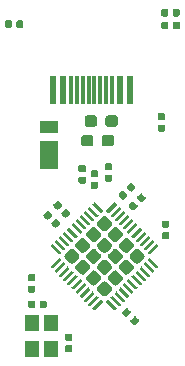
<source format=gbr>
G04 #@! TF.GenerationSoftware,KiCad,Pcbnew,5.1.5+dfsg1-2build2*
G04 #@! TF.CreationDate,2020-11-29T01:09:51-05:00*
G04 #@! TF.ProjectId,goldfish,676f6c64-6669-4736-982e-6b696361645f,rev?*
G04 #@! TF.SameCoordinates,Original*
G04 #@! TF.FileFunction,Paste,Top*
G04 #@! TF.FilePolarity,Positive*
%FSLAX46Y46*%
G04 Gerber Fmt 4.6, Leading zero omitted, Abs format (unit mm)*
G04 Created by KiCad (PCBNEW 5.1.5+dfsg1-2build2) date 2020-11-29 01:09:51*
%MOMM*%
%LPD*%
G04 APERTURE LIST*
%ADD10R,1.150000X1.400000*%
%ADD11R,1.500000X1.050000*%
%ADD12R,1.500000X2.400000*%
%ADD13R,0.600000X2.450000*%
%ADD14R,0.300000X2.450000*%
%ADD15C,0.100000*%
G04 APERTURE END LIST*
D10*
X24570000Y-52850000D03*
X24570000Y-50650000D03*
X26170000Y-50650000D03*
X26170000Y-52850000D03*
D11*
X25970000Y-34015000D03*
D12*
X25970000Y-36390000D03*
D13*
X26375000Y-30955000D03*
X32825000Y-30955000D03*
X27150000Y-30955000D03*
X32050000Y-30955000D03*
D14*
X31350000Y-30955000D03*
X27850000Y-30955000D03*
X30850000Y-30955000D03*
X28350000Y-30955000D03*
X30350000Y-30955000D03*
X28850000Y-30955000D03*
X29350000Y-30955000D03*
X29850000Y-30955000D03*
D15*
G36*
X29550779Y-34746144D02*
G01*
X29573834Y-34749563D01*
X29596443Y-34755227D01*
X29618387Y-34763079D01*
X29639457Y-34773044D01*
X29659448Y-34785026D01*
X29678168Y-34798910D01*
X29695438Y-34814562D01*
X29711090Y-34831832D01*
X29724974Y-34850552D01*
X29736956Y-34870543D01*
X29746921Y-34891613D01*
X29754773Y-34913557D01*
X29760437Y-34936166D01*
X29763856Y-34959221D01*
X29765000Y-34982500D01*
X29765000Y-35457500D01*
X29763856Y-35480779D01*
X29760437Y-35503834D01*
X29754773Y-35526443D01*
X29746921Y-35548387D01*
X29736956Y-35569457D01*
X29724974Y-35589448D01*
X29711090Y-35608168D01*
X29695438Y-35625438D01*
X29678168Y-35641090D01*
X29659448Y-35654974D01*
X29639457Y-35666956D01*
X29618387Y-35676921D01*
X29596443Y-35684773D01*
X29573834Y-35690437D01*
X29550779Y-35693856D01*
X29527500Y-35695000D01*
X28952500Y-35695000D01*
X28929221Y-35693856D01*
X28906166Y-35690437D01*
X28883557Y-35684773D01*
X28861613Y-35676921D01*
X28840543Y-35666956D01*
X28820552Y-35654974D01*
X28801832Y-35641090D01*
X28784562Y-35625438D01*
X28768910Y-35608168D01*
X28755026Y-35589448D01*
X28743044Y-35569457D01*
X28733079Y-35548387D01*
X28725227Y-35526443D01*
X28719563Y-35503834D01*
X28716144Y-35480779D01*
X28715000Y-35457500D01*
X28715000Y-34982500D01*
X28716144Y-34959221D01*
X28719563Y-34936166D01*
X28725227Y-34913557D01*
X28733079Y-34891613D01*
X28743044Y-34870543D01*
X28755026Y-34850552D01*
X28768910Y-34831832D01*
X28784562Y-34814562D01*
X28801832Y-34798910D01*
X28820552Y-34785026D01*
X28840543Y-34773044D01*
X28861613Y-34763079D01*
X28883557Y-34755227D01*
X28906166Y-34749563D01*
X28929221Y-34746144D01*
X28952500Y-34745000D01*
X29527500Y-34745000D01*
X29550779Y-34746144D01*
G37*
G36*
X31300779Y-34746144D02*
G01*
X31323834Y-34749563D01*
X31346443Y-34755227D01*
X31368387Y-34763079D01*
X31389457Y-34773044D01*
X31409448Y-34785026D01*
X31428168Y-34798910D01*
X31445438Y-34814562D01*
X31461090Y-34831832D01*
X31474974Y-34850552D01*
X31486956Y-34870543D01*
X31496921Y-34891613D01*
X31504773Y-34913557D01*
X31510437Y-34936166D01*
X31513856Y-34959221D01*
X31515000Y-34982500D01*
X31515000Y-35457500D01*
X31513856Y-35480779D01*
X31510437Y-35503834D01*
X31504773Y-35526443D01*
X31496921Y-35548387D01*
X31486956Y-35569457D01*
X31474974Y-35589448D01*
X31461090Y-35608168D01*
X31445438Y-35625438D01*
X31428168Y-35641090D01*
X31409448Y-35654974D01*
X31389457Y-35666956D01*
X31368387Y-35676921D01*
X31346443Y-35684773D01*
X31323834Y-35690437D01*
X31300779Y-35693856D01*
X31277500Y-35695000D01*
X30702500Y-35695000D01*
X30679221Y-35693856D01*
X30656166Y-35690437D01*
X30633557Y-35684773D01*
X30611613Y-35676921D01*
X30590543Y-35666956D01*
X30570552Y-35654974D01*
X30551832Y-35641090D01*
X30534562Y-35625438D01*
X30518910Y-35608168D01*
X30505026Y-35589448D01*
X30493044Y-35569457D01*
X30483079Y-35548387D01*
X30475227Y-35526443D01*
X30469563Y-35503834D01*
X30466144Y-35480779D01*
X30465000Y-35457500D01*
X30465000Y-34982500D01*
X30466144Y-34959221D01*
X30469563Y-34936166D01*
X30475227Y-34913557D01*
X30483079Y-34891613D01*
X30493044Y-34870543D01*
X30505026Y-34850552D01*
X30518910Y-34831832D01*
X30534562Y-34814562D01*
X30551832Y-34798910D01*
X30570552Y-34785026D01*
X30590543Y-34773044D01*
X30611613Y-34763079D01*
X30633557Y-34755227D01*
X30656166Y-34749563D01*
X30679221Y-34746144D01*
X30702500Y-34745000D01*
X31277500Y-34745000D01*
X31300779Y-34746144D01*
G37*
G36*
X31610779Y-33076144D02*
G01*
X31633834Y-33079563D01*
X31656443Y-33085227D01*
X31678387Y-33093079D01*
X31699457Y-33103044D01*
X31719448Y-33115026D01*
X31738168Y-33128910D01*
X31755438Y-33144562D01*
X31771090Y-33161832D01*
X31784974Y-33180552D01*
X31796956Y-33200543D01*
X31806921Y-33221613D01*
X31814773Y-33243557D01*
X31820437Y-33266166D01*
X31823856Y-33289221D01*
X31825000Y-33312500D01*
X31825000Y-33787500D01*
X31823856Y-33810779D01*
X31820437Y-33833834D01*
X31814773Y-33856443D01*
X31806921Y-33878387D01*
X31796956Y-33899457D01*
X31784974Y-33919448D01*
X31771090Y-33938168D01*
X31755438Y-33955438D01*
X31738168Y-33971090D01*
X31719448Y-33984974D01*
X31699457Y-33996956D01*
X31678387Y-34006921D01*
X31656443Y-34014773D01*
X31633834Y-34020437D01*
X31610779Y-34023856D01*
X31587500Y-34025000D01*
X31012500Y-34025000D01*
X30989221Y-34023856D01*
X30966166Y-34020437D01*
X30943557Y-34014773D01*
X30921613Y-34006921D01*
X30900543Y-33996956D01*
X30880552Y-33984974D01*
X30861832Y-33971090D01*
X30844562Y-33955438D01*
X30828910Y-33938168D01*
X30815026Y-33919448D01*
X30803044Y-33899457D01*
X30793079Y-33878387D01*
X30785227Y-33856443D01*
X30779563Y-33833834D01*
X30776144Y-33810779D01*
X30775000Y-33787500D01*
X30775000Y-33312500D01*
X30776144Y-33289221D01*
X30779563Y-33266166D01*
X30785227Y-33243557D01*
X30793079Y-33221613D01*
X30803044Y-33200543D01*
X30815026Y-33180552D01*
X30828910Y-33161832D01*
X30844562Y-33144562D01*
X30861832Y-33128910D01*
X30880552Y-33115026D01*
X30900543Y-33103044D01*
X30921613Y-33093079D01*
X30943557Y-33085227D01*
X30966166Y-33079563D01*
X30989221Y-33076144D01*
X31012500Y-33075000D01*
X31587500Y-33075000D01*
X31610779Y-33076144D01*
G37*
G36*
X29860779Y-33076144D02*
G01*
X29883834Y-33079563D01*
X29906443Y-33085227D01*
X29928387Y-33093079D01*
X29949457Y-33103044D01*
X29969448Y-33115026D01*
X29988168Y-33128910D01*
X30005438Y-33144562D01*
X30021090Y-33161832D01*
X30034974Y-33180552D01*
X30046956Y-33200543D01*
X30056921Y-33221613D01*
X30064773Y-33243557D01*
X30070437Y-33266166D01*
X30073856Y-33289221D01*
X30075000Y-33312500D01*
X30075000Y-33787500D01*
X30073856Y-33810779D01*
X30070437Y-33833834D01*
X30064773Y-33856443D01*
X30056921Y-33878387D01*
X30046956Y-33899457D01*
X30034974Y-33919448D01*
X30021090Y-33938168D01*
X30005438Y-33955438D01*
X29988168Y-33971090D01*
X29969448Y-33984974D01*
X29949457Y-33996956D01*
X29928387Y-34006921D01*
X29906443Y-34014773D01*
X29883834Y-34020437D01*
X29860779Y-34023856D01*
X29837500Y-34025000D01*
X29262500Y-34025000D01*
X29239221Y-34023856D01*
X29216166Y-34020437D01*
X29193557Y-34014773D01*
X29171613Y-34006921D01*
X29150543Y-33996956D01*
X29130552Y-33984974D01*
X29111832Y-33971090D01*
X29094562Y-33955438D01*
X29078910Y-33938168D01*
X29065026Y-33919448D01*
X29053044Y-33899457D01*
X29043079Y-33878387D01*
X29035227Y-33856443D01*
X29029563Y-33833834D01*
X29026144Y-33810779D01*
X29025000Y-33787500D01*
X29025000Y-33312500D01*
X29026144Y-33289221D01*
X29029563Y-33266166D01*
X29035227Y-33243557D01*
X29043079Y-33221613D01*
X29053044Y-33200543D01*
X29065026Y-33180552D01*
X29078910Y-33161832D01*
X29094562Y-33144562D01*
X29111832Y-33128910D01*
X29130552Y-33115026D01*
X29150543Y-33103044D01*
X29171613Y-33093079D01*
X29193557Y-33085227D01*
X29216166Y-33079563D01*
X29239221Y-33076144D01*
X29262500Y-33075000D01*
X29837500Y-33075000D01*
X29860779Y-33076144D01*
G37*
G36*
X35706958Y-33855710D02*
G01*
X35721276Y-33857834D01*
X35735317Y-33861351D01*
X35748946Y-33866228D01*
X35762031Y-33872417D01*
X35774447Y-33879858D01*
X35786073Y-33888481D01*
X35796798Y-33898202D01*
X35806519Y-33908927D01*
X35815142Y-33920553D01*
X35822583Y-33932969D01*
X35828772Y-33946054D01*
X35833649Y-33959683D01*
X35837166Y-33973724D01*
X35839290Y-33988042D01*
X35840000Y-34002500D01*
X35840000Y-34297500D01*
X35839290Y-34311958D01*
X35837166Y-34326276D01*
X35833649Y-34340317D01*
X35828772Y-34353946D01*
X35822583Y-34367031D01*
X35815142Y-34379447D01*
X35806519Y-34391073D01*
X35796798Y-34401798D01*
X35786073Y-34411519D01*
X35774447Y-34420142D01*
X35762031Y-34427583D01*
X35748946Y-34433772D01*
X35735317Y-34438649D01*
X35721276Y-34442166D01*
X35706958Y-34444290D01*
X35692500Y-34445000D01*
X35347500Y-34445000D01*
X35333042Y-34444290D01*
X35318724Y-34442166D01*
X35304683Y-34438649D01*
X35291054Y-34433772D01*
X35277969Y-34427583D01*
X35265553Y-34420142D01*
X35253927Y-34411519D01*
X35243202Y-34401798D01*
X35233481Y-34391073D01*
X35224858Y-34379447D01*
X35217417Y-34367031D01*
X35211228Y-34353946D01*
X35206351Y-34340317D01*
X35202834Y-34326276D01*
X35200710Y-34311958D01*
X35200000Y-34297500D01*
X35200000Y-34002500D01*
X35200710Y-33988042D01*
X35202834Y-33973724D01*
X35206351Y-33959683D01*
X35211228Y-33946054D01*
X35217417Y-33932969D01*
X35224858Y-33920553D01*
X35233481Y-33908927D01*
X35243202Y-33898202D01*
X35253927Y-33888481D01*
X35265553Y-33879858D01*
X35277969Y-33872417D01*
X35291054Y-33866228D01*
X35304683Y-33861351D01*
X35318724Y-33857834D01*
X35333042Y-33855710D01*
X35347500Y-33855000D01*
X35692500Y-33855000D01*
X35706958Y-33855710D01*
G37*
G36*
X35706958Y-32885710D02*
G01*
X35721276Y-32887834D01*
X35735317Y-32891351D01*
X35748946Y-32896228D01*
X35762031Y-32902417D01*
X35774447Y-32909858D01*
X35786073Y-32918481D01*
X35796798Y-32928202D01*
X35806519Y-32938927D01*
X35815142Y-32950553D01*
X35822583Y-32962969D01*
X35828772Y-32976054D01*
X35833649Y-32989683D01*
X35837166Y-33003724D01*
X35839290Y-33018042D01*
X35840000Y-33032500D01*
X35840000Y-33327500D01*
X35839290Y-33341958D01*
X35837166Y-33356276D01*
X35833649Y-33370317D01*
X35828772Y-33383946D01*
X35822583Y-33397031D01*
X35815142Y-33409447D01*
X35806519Y-33421073D01*
X35796798Y-33431798D01*
X35786073Y-33441519D01*
X35774447Y-33450142D01*
X35762031Y-33457583D01*
X35748946Y-33463772D01*
X35735317Y-33468649D01*
X35721276Y-33472166D01*
X35706958Y-33474290D01*
X35692500Y-33475000D01*
X35347500Y-33475000D01*
X35333042Y-33474290D01*
X35318724Y-33472166D01*
X35304683Y-33468649D01*
X35291054Y-33463772D01*
X35277969Y-33457583D01*
X35265553Y-33450142D01*
X35253927Y-33441519D01*
X35243202Y-33431798D01*
X35233481Y-33421073D01*
X35224858Y-33409447D01*
X35217417Y-33397031D01*
X35211228Y-33383946D01*
X35206351Y-33370317D01*
X35202834Y-33356276D01*
X35200710Y-33341958D01*
X35200000Y-33327500D01*
X35200000Y-33032500D01*
X35200710Y-33018042D01*
X35202834Y-33003724D01*
X35206351Y-32989683D01*
X35211228Y-32976054D01*
X35217417Y-32962969D01*
X35224858Y-32950553D01*
X35233481Y-32938927D01*
X35243202Y-32928202D01*
X35253927Y-32918481D01*
X35265553Y-32909858D01*
X35277969Y-32902417D01*
X35291054Y-32896228D01*
X35304683Y-32891351D01*
X35318724Y-32887834D01*
X35333042Y-32885710D01*
X35347500Y-32885000D01*
X35692500Y-32885000D01*
X35706958Y-32885710D01*
G37*
G36*
X31590010Y-40429995D02*
G01*
X31596077Y-40430895D01*
X31602027Y-40432385D01*
X31607802Y-40434452D01*
X31613346Y-40437074D01*
X31618607Y-40440227D01*
X31623534Y-40443881D01*
X31628078Y-40448000D01*
X31716466Y-40536388D01*
X31720585Y-40540932D01*
X31724239Y-40545859D01*
X31727392Y-40551120D01*
X31730014Y-40556664D01*
X31732081Y-40562439D01*
X31733571Y-40568389D01*
X31734471Y-40574456D01*
X31734772Y-40580582D01*
X31734471Y-40586708D01*
X31733571Y-40592775D01*
X31732081Y-40598725D01*
X31730014Y-40604500D01*
X31727392Y-40610044D01*
X31724239Y-40615305D01*
X31720585Y-40620232D01*
X31716466Y-40624776D01*
X31044714Y-41296528D01*
X31040170Y-41300647D01*
X31035243Y-41304301D01*
X31029982Y-41307454D01*
X31024438Y-41310076D01*
X31018663Y-41312143D01*
X31012713Y-41313633D01*
X31006646Y-41314533D01*
X31000520Y-41314834D01*
X30994394Y-41314533D01*
X30988327Y-41313633D01*
X30982377Y-41312143D01*
X30976602Y-41310076D01*
X30971058Y-41307454D01*
X30965797Y-41304301D01*
X30960870Y-41300647D01*
X30956326Y-41296528D01*
X30867938Y-41208140D01*
X30863819Y-41203596D01*
X30860165Y-41198669D01*
X30857012Y-41193408D01*
X30854390Y-41187864D01*
X30852323Y-41182089D01*
X30850833Y-41176139D01*
X30849933Y-41170072D01*
X30849632Y-41163946D01*
X30849933Y-41157820D01*
X30850833Y-41151753D01*
X30852323Y-41145803D01*
X30854390Y-41140028D01*
X30857012Y-41134484D01*
X30860165Y-41129223D01*
X30863819Y-41124296D01*
X30867938Y-41119752D01*
X31539690Y-40448000D01*
X31544234Y-40443881D01*
X31549161Y-40440227D01*
X31554422Y-40437074D01*
X31559966Y-40434452D01*
X31565741Y-40432385D01*
X31571691Y-40430895D01*
X31577758Y-40429995D01*
X31583884Y-40429694D01*
X31590010Y-40429995D01*
G37*
G36*
X31943563Y-40783549D02*
G01*
X31949630Y-40784449D01*
X31955580Y-40785939D01*
X31961355Y-40788006D01*
X31966899Y-40790628D01*
X31972160Y-40793781D01*
X31977087Y-40797435D01*
X31981631Y-40801554D01*
X32070019Y-40889942D01*
X32074138Y-40894486D01*
X32077792Y-40899413D01*
X32080945Y-40904674D01*
X32083567Y-40910218D01*
X32085634Y-40915993D01*
X32087124Y-40921943D01*
X32088024Y-40928010D01*
X32088325Y-40934136D01*
X32088024Y-40940262D01*
X32087124Y-40946329D01*
X32085634Y-40952279D01*
X32083567Y-40958054D01*
X32080945Y-40963598D01*
X32077792Y-40968859D01*
X32074138Y-40973786D01*
X32070019Y-40978330D01*
X31398267Y-41650082D01*
X31393723Y-41654201D01*
X31388796Y-41657855D01*
X31383535Y-41661008D01*
X31377991Y-41663630D01*
X31372216Y-41665697D01*
X31366266Y-41667187D01*
X31360199Y-41668087D01*
X31354073Y-41668388D01*
X31347947Y-41668087D01*
X31341880Y-41667187D01*
X31335930Y-41665697D01*
X31330155Y-41663630D01*
X31324611Y-41661008D01*
X31319350Y-41657855D01*
X31314423Y-41654201D01*
X31309879Y-41650082D01*
X31221491Y-41561694D01*
X31217372Y-41557150D01*
X31213718Y-41552223D01*
X31210565Y-41546962D01*
X31207943Y-41541418D01*
X31205876Y-41535643D01*
X31204386Y-41529693D01*
X31203486Y-41523626D01*
X31203185Y-41517500D01*
X31203486Y-41511374D01*
X31204386Y-41505307D01*
X31205876Y-41499357D01*
X31207943Y-41493582D01*
X31210565Y-41488038D01*
X31213718Y-41482777D01*
X31217372Y-41477850D01*
X31221491Y-41473306D01*
X31893243Y-40801554D01*
X31897787Y-40797435D01*
X31902714Y-40793781D01*
X31907975Y-40790628D01*
X31913519Y-40788006D01*
X31919294Y-40785939D01*
X31925244Y-40784449D01*
X31931311Y-40783549D01*
X31937437Y-40783248D01*
X31943563Y-40783549D01*
G37*
G36*
X32297117Y-41137102D02*
G01*
X32303184Y-41138002D01*
X32309134Y-41139492D01*
X32314909Y-41141559D01*
X32320453Y-41144181D01*
X32325714Y-41147334D01*
X32330641Y-41150988D01*
X32335185Y-41155107D01*
X32423573Y-41243495D01*
X32427692Y-41248039D01*
X32431346Y-41252966D01*
X32434499Y-41258227D01*
X32437121Y-41263771D01*
X32439188Y-41269546D01*
X32440678Y-41275496D01*
X32441578Y-41281563D01*
X32441879Y-41287689D01*
X32441578Y-41293815D01*
X32440678Y-41299882D01*
X32439188Y-41305832D01*
X32437121Y-41311607D01*
X32434499Y-41317151D01*
X32431346Y-41322412D01*
X32427692Y-41327339D01*
X32423573Y-41331883D01*
X31751821Y-42003635D01*
X31747277Y-42007754D01*
X31742350Y-42011408D01*
X31737089Y-42014561D01*
X31731545Y-42017183D01*
X31725770Y-42019250D01*
X31719820Y-42020740D01*
X31713753Y-42021640D01*
X31707627Y-42021941D01*
X31701501Y-42021640D01*
X31695434Y-42020740D01*
X31689484Y-42019250D01*
X31683709Y-42017183D01*
X31678165Y-42014561D01*
X31672904Y-42011408D01*
X31667977Y-42007754D01*
X31663433Y-42003635D01*
X31575045Y-41915247D01*
X31570926Y-41910703D01*
X31567272Y-41905776D01*
X31564119Y-41900515D01*
X31561497Y-41894971D01*
X31559430Y-41889196D01*
X31557940Y-41883246D01*
X31557040Y-41877179D01*
X31556739Y-41871053D01*
X31557040Y-41864927D01*
X31557940Y-41858860D01*
X31559430Y-41852910D01*
X31561497Y-41847135D01*
X31564119Y-41841591D01*
X31567272Y-41836330D01*
X31570926Y-41831403D01*
X31575045Y-41826859D01*
X32246797Y-41155107D01*
X32251341Y-41150988D01*
X32256268Y-41147334D01*
X32261529Y-41144181D01*
X32267073Y-41141559D01*
X32272848Y-41139492D01*
X32278798Y-41138002D01*
X32284865Y-41137102D01*
X32290991Y-41136801D01*
X32297117Y-41137102D01*
G37*
G36*
X32650670Y-41490655D02*
G01*
X32656737Y-41491555D01*
X32662687Y-41493045D01*
X32668462Y-41495112D01*
X32674006Y-41497734D01*
X32679267Y-41500887D01*
X32684194Y-41504541D01*
X32688738Y-41508660D01*
X32777126Y-41597048D01*
X32781245Y-41601592D01*
X32784899Y-41606519D01*
X32788052Y-41611780D01*
X32790674Y-41617324D01*
X32792741Y-41623099D01*
X32794231Y-41629049D01*
X32795131Y-41635116D01*
X32795432Y-41641242D01*
X32795131Y-41647368D01*
X32794231Y-41653435D01*
X32792741Y-41659385D01*
X32790674Y-41665160D01*
X32788052Y-41670704D01*
X32784899Y-41675965D01*
X32781245Y-41680892D01*
X32777126Y-41685436D01*
X32105374Y-42357188D01*
X32100830Y-42361307D01*
X32095903Y-42364961D01*
X32090642Y-42368114D01*
X32085098Y-42370736D01*
X32079323Y-42372803D01*
X32073373Y-42374293D01*
X32067306Y-42375193D01*
X32061180Y-42375494D01*
X32055054Y-42375193D01*
X32048987Y-42374293D01*
X32043037Y-42372803D01*
X32037262Y-42370736D01*
X32031718Y-42368114D01*
X32026457Y-42364961D01*
X32021530Y-42361307D01*
X32016986Y-42357188D01*
X31928598Y-42268800D01*
X31924479Y-42264256D01*
X31920825Y-42259329D01*
X31917672Y-42254068D01*
X31915050Y-42248524D01*
X31912983Y-42242749D01*
X31911493Y-42236799D01*
X31910593Y-42230732D01*
X31910292Y-42224606D01*
X31910593Y-42218480D01*
X31911493Y-42212413D01*
X31912983Y-42206463D01*
X31915050Y-42200688D01*
X31917672Y-42195144D01*
X31920825Y-42189883D01*
X31924479Y-42184956D01*
X31928598Y-42180412D01*
X32600350Y-41508660D01*
X32604894Y-41504541D01*
X32609821Y-41500887D01*
X32615082Y-41497734D01*
X32620626Y-41495112D01*
X32626401Y-41493045D01*
X32632351Y-41491555D01*
X32638418Y-41490655D01*
X32644544Y-41490354D01*
X32650670Y-41490655D01*
G37*
G36*
X33004223Y-41844209D02*
G01*
X33010290Y-41845109D01*
X33016240Y-41846599D01*
X33022015Y-41848666D01*
X33027559Y-41851288D01*
X33032820Y-41854441D01*
X33037747Y-41858095D01*
X33042291Y-41862214D01*
X33130679Y-41950602D01*
X33134798Y-41955146D01*
X33138452Y-41960073D01*
X33141605Y-41965334D01*
X33144227Y-41970878D01*
X33146294Y-41976653D01*
X33147784Y-41982603D01*
X33148684Y-41988670D01*
X33148985Y-41994796D01*
X33148684Y-42000922D01*
X33147784Y-42006989D01*
X33146294Y-42012939D01*
X33144227Y-42018714D01*
X33141605Y-42024258D01*
X33138452Y-42029519D01*
X33134798Y-42034446D01*
X33130679Y-42038990D01*
X32458927Y-42710742D01*
X32454383Y-42714861D01*
X32449456Y-42718515D01*
X32444195Y-42721668D01*
X32438651Y-42724290D01*
X32432876Y-42726357D01*
X32426926Y-42727847D01*
X32420859Y-42728747D01*
X32414733Y-42729048D01*
X32408607Y-42728747D01*
X32402540Y-42727847D01*
X32396590Y-42726357D01*
X32390815Y-42724290D01*
X32385271Y-42721668D01*
X32380010Y-42718515D01*
X32375083Y-42714861D01*
X32370539Y-42710742D01*
X32282151Y-42622354D01*
X32278032Y-42617810D01*
X32274378Y-42612883D01*
X32271225Y-42607622D01*
X32268603Y-42602078D01*
X32266536Y-42596303D01*
X32265046Y-42590353D01*
X32264146Y-42584286D01*
X32263845Y-42578160D01*
X32264146Y-42572034D01*
X32265046Y-42565967D01*
X32266536Y-42560017D01*
X32268603Y-42554242D01*
X32271225Y-42548698D01*
X32274378Y-42543437D01*
X32278032Y-42538510D01*
X32282151Y-42533966D01*
X32953903Y-41862214D01*
X32958447Y-41858095D01*
X32963374Y-41854441D01*
X32968635Y-41851288D01*
X32974179Y-41848666D01*
X32979954Y-41846599D01*
X32985904Y-41845109D01*
X32991971Y-41844209D01*
X32998097Y-41843908D01*
X33004223Y-41844209D01*
G37*
G36*
X33357777Y-42197762D02*
G01*
X33363844Y-42198662D01*
X33369794Y-42200152D01*
X33375569Y-42202219D01*
X33381113Y-42204841D01*
X33386374Y-42207994D01*
X33391301Y-42211648D01*
X33395845Y-42215767D01*
X33484233Y-42304155D01*
X33488352Y-42308699D01*
X33492006Y-42313626D01*
X33495159Y-42318887D01*
X33497781Y-42324431D01*
X33499848Y-42330206D01*
X33501338Y-42336156D01*
X33502238Y-42342223D01*
X33502539Y-42348349D01*
X33502238Y-42354475D01*
X33501338Y-42360542D01*
X33499848Y-42366492D01*
X33497781Y-42372267D01*
X33495159Y-42377811D01*
X33492006Y-42383072D01*
X33488352Y-42387999D01*
X33484233Y-42392543D01*
X32812481Y-43064295D01*
X32807937Y-43068414D01*
X32803010Y-43072068D01*
X32797749Y-43075221D01*
X32792205Y-43077843D01*
X32786430Y-43079910D01*
X32780480Y-43081400D01*
X32774413Y-43082300D01*
X32768287Y-43082601D01*
X32762161Y-43082300D01*
X32756094Y-43081400D01*
X32750144Y-43079910D01*
X32744369Y-43077843D01*
X32738825Y-43075221D01*
X32733564Y-43072068D01*
X32728637Y-43068414D01*
X32724093Y-43064295D01*
X32635705Y-42975907D01*
X32631586Y-42971363D01*
X32627932Y-42966436D01*
X32624779Y-42961175D01*
X32622157Y-42955631D01*
X32620090Y-42949856D01*
X32618600Y-42943906D01*
X32617700Y-42937839D01*
X32617399Y-42931713D01*
X32617700Y-42925587D01*
X32618600Y-42919520D01*
X32620090Y-42913570D01*
X32622157Y-42907795D01*
X32624779Y-42902251D01*
X32627932Y-42896990D01*
X32631586Y-42892063D01*
X32635705Y-42887519D01*
X33307457Y-42215767D01*
X33312001Y-42211648D01*
X33316928Y-42207994D01*
X33322189Y-42204841D01*
X33327733Y-42202219D01*
X33333508Y-42200152D01*
X33339458Y-42198662D01*
X33345525Y-42197762D01*
X33351651Y-42197461D01*
X33357777Y-42197762D01*
G37*
G36*
X33711330Y-42551316D02*
G01*
X33717397Y-42552216D01*
X33723347Y-42553706D01*
X33729122Y-42555773D01*
X33734666Y-42558395D01*
X33739927Y-42561548D01*
X33744854Y-42565202D01*
X33749398Y-42569321D01*
X33837786Y-42657709D01*
X33841905Y-42662253D01*
X33845559Y-42667180D01*
X33848712Y-42672441D01*
X33851334Y-42677985D01*
X33853401Y-42683760D01*
X33854891Y-42689710D01*
X33855791Y-42695777D01*
X33856092Y-42701903D01*
X33855791Y-42708029D01*
X33854891Y-42714096D01*
X33853401Y-42720046D01*
X33851334Y-42725821D01*
X33848712Y-42731365D01*
X33845559Y-42736626D01*
X33841905Y-42741553D01*
X33837786Y-42746097D01*
X33166034Y-43417849D01*
X33161490Y-43421968D01*
X33156563Y-43425622D01*
X33151302Y-43428775D01*
X33145758Y-43431397D01*
X33139983Y-43433464D01*
X33134033Y-43434954D01*
X33127966Y-43435854D01*
X33121840Y-43436155D01*
X33115714Y-43435854D01*
X33109647Y-43434954D01*
X33103697Y-43433464D01*
X33097922Y-43431397D01*
X33092378Y-43428775D01*
X33087117Y-43425622D01*
X33082190Y-43421968D01*
X33077646Y-43417849D01*
X32989258Y-43329461D01*
X32985139Y-43324917D01*
X32981485Y-43319990D01*
X32978332Y-43314729D01*
X32975710Y-43309185D01*
X32973643Y-43303410D01*
X32972153Y-43297460D01*
X32971253Y-43291393D01*
X32970952Y-43285267D01*
X32971253Y-43279141D01*
X32972153Y-43273074D01*
X32973643Y-43267124D01*
X32975710Y-43261349D01*
X32978332Y-43255805D01*
X32981485Y-43250544D01*
X32985139Y-43245617D01*
X32989258Y-43241073D01*
X33661010Y-42569321D01*
X33665554Y-42565202D01*
X33670481Y-42561548D01*
X33675742Y-42558395D01*
X33681286Y-42555773D01*
X33687061Y-42553706D01*
X33693011Y-42552216D01*
X33699078Y-42551316D01*
X33705204Y-42551015D01*
X33711330Y-42551316D01*
G37*
G36*
X34064884Y-42904869D02*
G01*
X34070951Y-42905769D01*
X34076901Y-42907259D01*
X34082676Y-42909326D01*
X34088220Y-42911948D01*
X34093481Y-42915101D01*
X34098408Y-42918755D01*
X34102952Y-42922874D01*
X34191340Y-43011262D01*
X34195459Y-43015806D01*
X34199113Y-43020733D01*
X34202266Y-43025994D01*
X34204888Y-43031538D01*
X34206955Y-43037313D01*
X34208445Y-43043263D01*
X34209345Y-43049330D01*
X34209646Y-43055456D01*
X34209345Y-43061582D01*
X34208445Y-43067649D01*
X34206955Y-43073599D01*
X34204888Y-43079374D01*
X34202266Y-43084918D01*
X34199113Y-43090179D01*
X34195459Y-43095106D01*
X34191340Y-43099650D01*
X33519588Y-43771402D01*
X33515044Y-43775521D01*
X33510117Y-43779175D01*
X33504856Y-43782328D01*
X33499312Y-43784950D01*
X33493537Y-43787017D01*
X33487587Y-43788507D01*
X33481520Y-43789407D01*
X33475394Y-43789708D01*
X33469268Y-43789407D01*
X33463201Y-43788507D01*
X33457251Y-43787017D01*
X33451476Y-43784950D01*
X33445932Y-43782328D01*
X33440671Y-43779175D01*
X33435744Y-43775521D01*
X33431200Y-43771402D01*
X33342812Y-43683014D01*
X33338693Y-43678470D01*
X33335039Y-43673543D01*
X33331886Y-43668282D01*
X33329264Y-43662738D01*
X33327197Y-43656963D01*
X33325707Y-43651013D01*
X33324807Y-43644946D01*
X33324506Y-43638820D01*
X33324807Y-43632694D01*
X33325707Y-43626627D01*
X33327197Y-43620677D01*
X33329264Y-43614902D01*
X33331886Y-43609358D01*
X33335039Y-43604097D01*
X33338693Y-43599170D01*
X33342812Y-43594626D01*
X34014564Y-42922874D01*
X34019108Y-42918755D01*
X34024035Y-42915101D01*
X34029296Y-42911948D01*
X34034840Y-42909326D01*
X34040615Y-42907259D01*
X34046565Y-42905769D01*
X34052632Y-42904869D01*
X34058758Y-42904568D01*
X34064884Y-42904869D01*
G37*
G36*
X34418437Y-43258422D02*
G01*
X34424504Y-43259322D01*
X34430454Y-43260812D01*
X34436229Y-43262879D01*
X34441773Y-43265501D01*
X34447034Y-43268654D01*
X34451961Y-43272308D01*
X34456505Y-43276427D01*
X34544893Y-43364815D01*
X34549012Y-43369359D01*
X34552666Y-43374286D01*
X34555819Y-43379547D01*
X34558441Y-43385091D01*
X34560508Y-43390866D01*
X34561998Y-43396816D01*
X34562898Y-43402883D01*
X34563199Y-43409009D01*
X34562898Y-43415135D01*
X34561998Y-43421202D01*
X34560508Y-43427152D01*
X34558441Y-43432927D01*
X34555819Y-43438471D01*
X34552666Y-43443732D01*
X34549012Y-43448659D01*
X34544893Y-43453203D01*
X33873141Y-44124955D01*
X33868597Y-44129074D01*
X33863670Y-44132728D01*
X33858409Y-44135881D01*
X33852865Y-44138503D01*
X33847090Y-44140570D01*
X33841140Y-44142060D01*
X33835073Y-44142960D01*
X33828947Y-44143261D01*
X33822821Y-44142960D01*
X33816754Y-44142060D01*
X33810804Y-44140570D01*
X33805029Y-44138503D01*
X33799485Y-44135881D01*
X33794224Y-44132728D01*
X33789297Y-44129074D01*
X33784753Y-44124955D01*
X33696365Y-44036567D01*
X33692246Y-44032023D01*
X33688592Y-44027096D01*
X33685439Y-44021835D01*
X33682817Y-44016291D01*
X33680750Y-44010516D01*
X33679260Y-44004566D01*
X33678360Y-43998499D01*
X33678059Y-43992373D01*
X33678360Y-43986247D01*
X33679260Y-43980180D01*
X33680750Y-43974230D01*
X33682817Y-43968455D01*
X33685439Y-43962911D01*
X33688592Y-43957650D01*
X33692246Y-43952723D01*
X33696365Y-43948179D01*
X34368117Y-43276427D01*
X34372661Y-43272308D01*
X34377588Y-43268654D01*
X34382849Y-43265501D01*
X34388393Y-43262879D01*
X34394168Y-43260812D01*
X34400118Y-43259322D01*
X34406185Y-43258422D01*
X34412311Y-43258121D01*
X34418437Y-43258422D01*
G37*
G36*
X34771990Y-43611976D02*
G01*
X34778057Y-43612876D01*
X34784007Y-43614366D01*
X34789782Y-43616433D01*
X34795326Y-43619055D01*
X34800587Y-43622208D01*
X34805514Y-43625862D01*
X34810058Y-43629981D01*
X34898446Y-43718369D01*
X34902565Y-43722913D01*
X34906219Y-43727840D01*
X34909372Y-43733101D01*
X34911994Y-43738645D01*
X34914061Y-43744420D01*
X34915551Y-43750370D01*
X34916451Y-43756437D01*
X34916752Y-43762563D01*
X34916451Y-43768689D01*
X34915551Y-43774756D01*
X34914061Y-43780706D01*
X34911994Y-43786481D01*
X34909372Y-43792025D01*
X34906219Y-43797286D01*
X34902565Y-43802213D01*
X34898446Y-43806757D01*
X34226694Y-44478509D01*
X34222150Y-44482628D01*
X34217223Y-44486282D01*
X34211962Y-44489435D01*
X34206418Y-44492057D01*
X34200643Y-44494124D01*
X34194693Y-44495614D01*
X34188626Y-44496514D01*
X34182500Y-44496815D01*
X34176374Y-44496514D01*
X34170307Y-44495614D01*
X34164357Y-44494124D01*
X34158582Y-44492057D01*
X34153038Y-44489435D01*
X34147777Y-44486282D01*
X34142850Y-44482628D01*
X34138306Y-44478509D01*
X34049918Y-44390121D01*
X34045799Y-44385577D01*
X34042145Y-44380650D01*
X34038992Y-44375389D01*
X34036370Y-44369845D01*
X34034303Y-44364070D01*
X34032813Y-44358120D01*
X34031913Y-44352053D01*
X34031612Y-44345927D01*
X34031913Y-44339801D01*
X34032813Y-44333734D01*
X34034303Y-44327784D01*
X34036370Y-44322009D01*
X34038992Y-44316465D01*
X34042145Y-44311204D01*
X34045799Y-44306277D01*
X34049918Y-44301733D01*
X34721670Y-43629981D01*
X34726214Y-43625862D01*
X34731141Y-43622208D01*
X34736402Y-43619055D01*
X34741946Y-43616433D01*
X34747721Y-43614366D01*
X34753671Y-43612876D01*
X34759738Y-43611976D01*
X34765864Y-43611675D01*
X34771990Y-43611976D01*
G37*
G36*
X35125544Y-43965529D02*
G01*
X35131611Y-43966429D01*
X35137561Y-43967919D01*
X35143336Y-43969986D01*
X35148880Y-43972608D01*
X35154141Y-43975761D01*
X35159068Y-43979415D01*
X35163612Y-43983534D01*
X35252000Y-44071922D01*
X35256119Y-44076466D01*
X35259773Y-44081393D01*
X35262926Y-44086654D01*
X35265548Y-44092198D01*
X35267615Y-44097973D01*
X35269105Y-44103923D01*
X35270005Y-44109990D01*
X35270306Y-44116116D01*
X35270005Y-44122242D01*
X35269105Y-44128309D01*
X35267615Y-44134259D01*
X35265548Y-44140034D01*
X35262926Y-44145578D01*
X35259773Y-44150839D01*
X35256119Y-44155766D01*
X35252000Y-44160310D01*
X34580248Y-44832062D01*
X34575704Y-44836181D01*
X34570777Y-44839835D01*
X34565516Y-44842988D01*
X34559972Y-44845610D01*
X34554197Y-44847677D01*
X34548247Y-44849167D01*
X34542180Y-44850067D01*
X34536054Y-44850368D01*
X34529928Y-44850067D01*
X34523861Y-44849167D01*
X34517911Y-44847677D01*
X34512136Y-44845610D01*
X34506592Y-44842988D01*
X34501331Y-44839835D01*
X34496404Y-44836181D01*
X34491860Y-44832062D01*
X34403472Y-44743674D01*
X34399353Y-44739130D01*
X34395699Y-44734203D01*
X34392546Y-44728942D01*
X34389924Y-44723398D01*
X34387857Y-44717623D01*
X34386367Y-44711673D01*
X34385467Y-44705606D01*
X34385166Y-44699480D01*
X34385467Y-44693354D01*
X34386367Y-44687287D01*
X34387857Y-44681337D01*
X34389924Y-44675562D01*
X34392546Y-44670018D01*
X34395699Y-44664757D01*
X34399353Y-44659830D01*
X34403472Y-44655286D01*
X35075224Y-43983534D01*
X35079768Y-43979415D01*
X35084695Y-43975761D01*
X35089956Y-43972608D01*
X35095500Y-43969986D01*
X35101275Y-43967919D01*
X35107225Y-43966429D01*
X35113292Y-43965529D01*
X35119418Y-43965228D01*
X35125544Y-43965529D01*
G37*
G36*
X34542180Y-45149933D02*
G01*
X34548247Y-45150833D01*
X34554197Y-45152323D01*
X34559972Y-45154390D01*
X34565516Y-45157012D01*
X34570777Y-45160165D01*
X34575704Y-45163819D01*
X34580248Y-45167938D01*
X35252000Y-45839690D01*
X35256119Y-45844234D01*
X35259773Y-45849161D01*
X35262926Y-45854422D01*
X35265548Y-45859966D01*
X35267615Y-45865741D01*
X35269105Y-45871691D01*
X35270005Y-45877758D01*
X35270306Y-45883884D01*
X35270005Y-45890010D01*
X35269105Y-45896077D01*
X35267615Y-45902027D01*
X35265548Y-45907802D01*
X35262926Y-45913346D01*
X35259773Y-45918607D01*
X35256119Y-45923534D01*
X35252000Y-45928078D01*
X35163612Y-46016466D01*
X35159068Y-46020585D01*
X35154141Y-46024239D01*
X35148880Y-46027392D01*
X35143336Y-46030014D01*
X35137561Y-46032081D01*
X35131611Y-46033571D01*
X35125544Y-46034471D01*
X35119418Y-46034772D01*
X35113292Y-46034471D01*
X35107225Y-46033571D01*
X35101275Y-46032081D01*
X35095500Y-46030014D01*
X35089956Y-46027392D01*
X35084695Y-46024239D01*
X35079768Y-46020585D01*
X35075224Y-46016466D01*
X34403472Y-45344714D01*
X34399353Y-45340170D01*
X34395699Y-45335243D01*
X34392546Y-45329982D01*
X34389924Y-45324438D01*
X34387857Y-45318663D01*
X34386367Y-45312713D01*
X34385467Y-45306646D01*
X34385166Y-45300520D01*
X34385467Y-45294394D01*
X34386367Y-45288327D01*
X34387857Y-45282377D01*
X34389924Y-45276602D01*
X34392546Y-45271058D01*
X34395699Y-45265797D01*
X34399353Y-45260870D01*
X34403472Y-45256326D01*
X34491860Y-45167938D01*
X34496404Y-45163819D01*
X34501331Y-45160165D01*
X34506592Y-45157012D01*
X34512136Y-45154390D01*
X34517911Y-45152323D01*
X34523861Y-45150833D01*
X34529928Y-45149933D01*
X34536054Y-45149632D01*
X34542180Y-45149933D01*
G37*
G36*
X34188626Y-45503486D02*
G01*
X34194693Y-45504386D01*
X34200643Y-45505876D01*
X34206418Y-45507943D01*
X34211962Y-45510565D01*
X34217223Y-45513718D01*
X34222150Y-45517372D01*
X34226694Y-45521491D01*
X34898446Y-46193243D01*
X34902565Y-46197787D01*
X34906219Y-46202714D01*
X34909372Y-46207975D01*
X34911994Y-46213519D01*
X34914061Y-46219294D01*
X34915551Y-46225244D01*
X34916451Y-46231311D01*
X34916752Y-46237437D01*
X34916451Y-46243563D01*
X34915551Y-46249630D01*
X34914061Y-46255580D01*
X34911994Y-46261355D01*
X34909372Y-46266899D01*
X34906219Y-46272160D01*
X34902565Y-46277087D01*
X34898446Y-46281631D01*
X34810058Y-46370019D01*
X34805514Y-46374138D01*
X34800587Y-46377792D01*
X34795326Y-46380945D01*
X34789782Y-46383567D01*
X34784007Y-46385634D01*
X34778057Y-46387124D01*
X34771990Y-46388024D01*
X34765864Y-46388325D01*
X34759738Y-46388024D01*
X34753671Y-46387124D01*
X34747721Y-46385634D01*
X34741946Y-46383567D01*
X34736402Y-46380945D01*
X34731141Y-46377792D01*
X34726214Y-46374138D01*
X34721670Y-46370019D01*
X34049918Y-45698267D01*
X34045799Y-45693723D01*
X34042145Y-45688796D01*
X34038992Y-45683535D01*
X34036370Y-45677991D01*
X34034303Y-45672216D01*
X34032813Y-45666266D01*
X34031913Y-45660199D01*
X34031612Y-45654073D01*
X34031913Y-45647947D01*
X34032813Y-45641880D01*
X34034303Y-45635930D01*
X34036370Y-45630155D01*
X34038992Y-45624611D01*
X34042145Y-45619350D01*
X34045799Y-45614423D01*
X34049918Y-45609879D01*
X34138306Y-45521491D01*
X34142850Y-45517372D01*
X34147777Y-45513718D01*
X34153038Y-45510565D01*
X34158582Y-45507943D01*
X34164357Y-45505876D01*
X34170307Y-45504386D01*
X34176374Y-45503486D01*
X34182500Y-45503185D01*
X34188626Y-45503486D01*
G37*
G36*
X33835073Y-45857040D02*
G01*
X33841140Y-45857940D01*
X33847090Y-45859430D01*
X33852865Y-45861497D01*
X33858409Y-45864119D01*
X33863670Y-45867272D01*
X33868597Y-45870926D01*
X33873141Y-45875045D01*
X34544893Y-46546797D01*
X34549012Y-46551341D01*
X34552666Y-46556268D01*
X34555819Y-46561529D01*
X34558441Y-46567073D01*
X34560508Y-46572848D01*
X34561998Y-46578798D01*
X34562898Y-46584865D01*
X34563199Y-46590991D01*
X34562898Y-46597117D01*
X34561998Y-46603184D01*
X34560508Y-46609134D01*
X34558441Y-46614909D01*
X34555819Y-46620453D01*
X34552666Y-46625714D01*
X34549012Y-46630641D01*
X34544893Y-46635185D01*
X34456505Y-46723573D01*
X34451961Y-46727692D01*
X34447034Y-46731346D01*
X34441773Y-46734499D01*
X34436229Y-46737121D01*
X34430454Y-46739188D01*
X34424504Y-46740678D01*
X34418437Y-46741578D01*
X34412311Y-46741879D01*
X34406185Y-46741578D01*
X34400118Y-46740678D01*
X34394168Y-46739188D01*
X34388393Y-46737121D01*
X34382849Y-46734499D01*
X34377588Y-46731346D01*
X34372661Y-46727692D01*
X34368117Y-46723573D01*
X33696365Y-46051821D01*
X33692246Y-46047277D01*
X33688592Y-46042350D01*
X33685439Y-46037089D01*
X33682817Y-46031545D01*
X33680750Y-46025770D01*
X33679260Y-46019820D01*
X33678360Y-46013753D01*
X33678059Y-46007627D01*
X33678360Y-46001501D01*
X33679260Y-45995434D01*
X33680750Y-45989484D01*
X33682817Y-45983709D01*
X33685439Y-45978165D01*
X33688592Y-45972904D01*
X33692246Y-45967977D01*
X33696365Y-45963433D01*
X33784753Y-45875045D01*
X33789297Y-45870926D01*
X33794224Y-45867272D01*
X33799485Y-45864119D01*
X33805029Y-45861497D01*
X33810804Y-45859430D01*
X33816754Y-45857940D01*
X33822821Y-45857040D01*
X33828947Y-45856739D01*
X33835073Y-45857040D01*
G37*
G36*
X33481520Y-46210593D02*
G01*
X33487587Y-46211493D01*
X33493537Y-46212983D01*
X33499312Y-46215050D01*
X33504856Y-46217672D01*
X33510117Y-46220825D01*
X33515044Y-46224479D01*
X33519588Y-46228598D01*
X34191340Y-46900350D01*
X34195459Y-46904894D01*
X34199113Y-46909821D01*
X34202266Y-46915082D01*
X34204888Y-46920626D01*
X34206955Y-46926401D01*
X34208445Y-46932351D01*
X34209345Y-46938418D01*
X34209646Y-46944544D01*
X34209345Y-46950670D01*
X34208445Y-46956737D01*
X34206955Y-46962687D01*
X34204888Y-46968462D01*
X34202266Y-46974006D01*
X34199113Y-46979267D01*
X34195459Y-46984194D01*
X34191340Y-46988738D01*
X34102952Y-47077126D01*
X34098408Y-47081245D01*
X34093481Y-47084899D01*
X34088220Y-47088052D01*
X34082676Y-47090674D01*
X34076901Y-47092741D01*
X34070951Y-47094231D01*
X34064884Y-47095131D01*
X34058758Y-47095432D01*
X34052632Y-47095131D01*
X34046565Y-47094231D01*
X34040615Y-47092741D01*
X34034840Y-47090674D01*
X34029296Y-47088052D01*
X34024035Y-47084899D01*
X34019108Y-47081245D01*
X34014564Y-47077126D01*
X33342812Y-46405374D01*
X33338693Y-46400830D01*
X33335039Y-46395903D01*
X33331886Y-46390642D01*
X33329264Y-46385098D01*
X33327197Y-46379323D01*
X33325707Y-46373373D01*
X33324807Y-46367306D01*
X33324506Y-46361180D01*
X33324807Y-46355054D01*
X33325707Y-46348987D01*
X33327197Y-46343037D01*
X33329264Y-46337262D01*
X33331886Y-46331718D01*
X33335039Y-46326457D01*
X33338693Y-46321530D01*
X33342812Y-46316986D01*
X33431200Y-46228598D01*
X33435744Y-46224479D01*
X33440671Y-46220825D01*
X33445932Y-46217672D01*
X33451476Y-46215050D01*
X33457251Y-46212983D01*
X33463201Y-46211493D01*
X33469268Y-46210593D01*
X33475394Y-46210292D01*
X33481520Y-46210593D01*
G37*
G36*
X33127966Y-46564146D02*
G01*
X33134033Y-46565046D01*
X33139983Y-46566536D01*
X33145758Y-46568603D01*
X33151302Y-46571225D01*
X33156563Y-46574378D01*
X33161490Y-46578032D01*
X33166034Y-46582151D01*
X33837786Y-47253903D01*
X33841905Y-47258447D01*
X33845559Y-47263374D01*
X33848712Y-47268635D01*
X33851334Y-47274179D01*
X33853401Y-47279954D01*
X33854891Y-47285904D01*
X33855791Y-47291971D01*
X33856092Y-47298097D01*
X33855791Y-47304223D01*
X33854891Y-47310290D01*
X33853401Y-47316240D01*
X33851334Y-47322015D01*
X33848712Y-47327559D01*
X33845559Y-47332820D01*
X33841905Y-47337747D01*
X33837786Y-47342291D01*
X33749398Y-47430679D01*
X33744854Y-47434798D01*
X33739927Y-47438452D01*
X33734666Y-47441605D01*
X33729122Y-47444227D01*
X33723347Y-47446294D01*
X33717397Y-47447784D01*
X33711330Y-47448684D01*
X33705204Y-47448985D01*
X33699078Y-47448684D01*
X33693011Y-47447784D01*
X33687061Y-47446294D01*
X33681286Y-47444227D01*
X33675742Y-47441605D01*
X33670481Y-47438452D01*
X33665554Y-47434798D01*
X33661010Y-47430679D01*
X32989258Y-46758927D01*
X32985139Y-46754383D01*
X32981485Y-46749456D01*
X32978332Y-46744195D01*
X32975710Y-46738651D01*
X32973643Y-46732876D01*
X32972153Y-46726926D01*
X32971253Y-46720859D01*
X32970952Y-46714733D01*
X32971253Y-46708607D01*
X32972153Y-46702540D01*
X32973643Y-46696590D01*
X32975710Y-46690815D01*
X32978332Y-46685271D01*
X32981485Y-46680010D01*
X32985139Y-46675083D01*
X32989258Y-46670539D01*
X33077646Y-46582151D01*
X33082190Y-46578032D01*
X33087117Y-46574378D01*
X33092378Y-46571225D01*
X33097922Y-46568603D01*
X33103697Y-46566536D01*
X33109647Y-46565046D01*
X33115714Y-46564146D01*
X33121840Y-46563845D01*
X33127966Y-46564146D01*
G37*
G36*
X32774413Y-46917700D02*
G01*
X32780480Y-46918600D01*
X32786430Y-46920090D01*
X32792205Y-46922157D01*
X32797749Y-46924779D01*
X32803010Y-46927932D01*
X32807937Y-46931586D01*
X32812481Y-46935705D01*
X33484233Y-47607457D01*
X33488352Y-47612001D01*
X33492006Y-47616928D01*
X33495159Y-47622189D01*
X33497781Y-47627733D01*
X33499848Y-47633508D01*
X33501338Y-47639458D01*
X33502238Y-47645525D01*
X33502539Y-47651651D01*
X33502238Y-47657777D01*
X33501338Y-47663844D01*
X33499848Y-47669794D01*
X33497781Y-47675569D01*
X33495159Y-47681113D01*
X33492006Y-47686374D01*
X33488352Y-47691301D01*
X33484233Y-47695845D01*
X33395845Y-47784233D01*
X33391301Y-47788352D01*
X33386374Y-47792006D01*
X33381113Y-47795159D01*
X33375569Y-47797781D01*
X33369794Y-47799848D01*
X33363844Y-47801338D01*
X33357777Y-47802238D01*
X33351651Y-47802539D01*
X33345525Y-47802238D01*
X33339458Y-47801338D01*
X33333508Y-47799848D01*
X33327733Y-47797781D01*
X33322189Y-47795159D01*
X33316928Y-47792006D01*
X33312001Y-47788352D01*
X33307457Y-47784233D01*
X32635705Y-47112481D01*
X32631586Y-47107937D01*
X32627932Y-47103010D01*
X32624779Y-47097749D01*
X32622157Y-47092205D01*
X32620090Y-47086430D01*
X32618600Y-47080480D01*
X32617700Y-47074413D01*
X32617399Y-47068287D01*
X32617700Y-47062161D01*
X32618600Y-47056094D01*
X32620090Y-47050144D01*
X32622157Y-47044369D01*
X32624779Y-47038825D01*
X32627932Y-47033564D01*
X32631586Y-47028637D01*
X32635705Y-47024093D01*
X32724093Y-46935705D01*
X32728637Y-46931586D01*
X32733564Y-46927932D01*
X32738825Y-46924779D01*
X32744369Y-46922157D01*
X32750144Y-46920090D01*
X32756094Y-46918600D01*
X32762161Y-46917700D01*
X32768287Y-46917399D01*
X32774413Y-46917700D01*
G37*
G36*
X32420859Y-47271253D02*
G01*
X32426926Y-47272153D01*
X32432876Y-47273643D01*
X32438651Y-47275710D01*
X32444195Y-47278332D01*
X32449456Y-47281485D01*
X32454383Y-47285139D01*
X32458927Y-47289258D01*
X33130679Y-47961010D01*
X33134798Y-47965554D01*
X33138452Y-47970481D01*
X33141605Y-47975742D01*
X33144227Y-47981286D01*
X33146294Y-47987061D01*
X33147784Y-47993011D01*
X33148684Y-47999078D01*
X33148985Y-48005204D01*
X33148684Y-48011330D01*
X33147784Y-48017397D01*
X33146294Y-48023347D01*
X33144227Y-48029122D01*
X33141605Y-48034666D01*
X33138452Y-48039927D01*
X33134798Y-48044854D01*
X33130679Y-48049398D01*
X33042291Y-48137786D01*
X33037747Y-48141905D01*
X33032820Y-48145559D01*
X33027559Y-48148712D01*
X33022015Y-48151334D01*
X33016240Y-48153401D01*
X33010290Y-48154891D01*
X33004223Y-48155791D01*
X32998097Y-48156092D01*
X32991971Y-48155791D01*
X32985904Y-48154891D01*
X32979954Y-48153401D01*
X32974179Y-48151334D01*
X32968635Y-48148712D01*
X32963374Y-48145559D01*
X32958447Y-48141905D01*
X32953903Y-48137786D01*
X32282151Y-47466034D01*
X32278032Y-47461490D01*
X32274378Y-47456563D01*
X32271225Y-47451302D01*
X32268603Y-47445758D01*
X32266536Y-47439983D01*
X32265046Y-47434033D01*
X32264146Y-47427966D01*
X32263845Y-47421840D01*
X32264146Y-47415714D01*
X32265046Y-47409647D01*
X32266536Y-47403697D01*
X32268603Y-47397922D01*
X32271225Y-47392378D01*
X32274378Y-47387117D01*
X32278032Y-47382190D01*
X32282151Y-47377646D01*
X32370539Y-47289258D01*
X32375083Y-47285139D01*
X32380010Y-47281485D01*
X32385271Y-47278332D01*
X32390815Y-47275710D01*
X32396590Y-47273643D01*
X32402540Y-47272153D01*
X32408607Y-47271253D01*
X32414733Y-47270952D01*
X32420859Y-47271253D01*
G37*
G36*
X32067306Y-47624807D02*
G01*
X32073373Y-47625707D01*
X32079323Y-47627197D01*
X32085098Y-47629264D01*
X32090642Y-47631886D01*
X32095903Y-47635039D01*
X32100830Y-47638693D01*
X32105374Y-47642812D01*
X32777126Y-48314564D01*
X32781245Y-48319108D01*
X32784899Y-48324035D01*
X32788052Y-48329296D01*
X32790674Y-48334840D01*
X32792741Y-48340615D01*
X32794231Y-48346565D01*
X32795131Y-48352632D01*
X32795432Y-48358758D01*
X32795131Y-48364884D01*
X32794231Y-48370951D01*
X32792741Y-48376901D01*
X32790674Y-48382676D01*
X32788052Y-48388220D01*
X32784899Y-48393481D01*
X32781245Y-48398408D01*
X32777126Y-48402952D01*
X32688738Y-48491340D01*
X32684194Y-48495459D01*
X32679267Y-48499113D01*
X32674006Y-48502266D01*
X32668462Y-48504888D01*
X32662687Y-48506955D01*
X32656737Y-48508445D01*
X32650670Y-48509345D01*
X32644544Y-48509646D01*
X32638418Y-48509345D01*
X32632351Y-48508445D01*
X32626401Y-48506955D01*
X32620626Y-48504888D01*
X32615082Y-48502266D01*
X32609821Y-48499113D01*
X32604894Y-48495459D01*
X32600350Y-48491340D01*
X31928598Y-47819588D01*
X31924479Y-47815044D01*
X31920825Y-47810117D01*
X31917672Y-47804856D01*
X31915050Y-47799312D01*
X31912983Y-47793537D01*
X31911493Y-47787587D01*
X31910593Y-47781520D01*
X31910292Y-47775394D01*
X31910593Y-47769268D01*
X31911493Y-47763201D01*
X31912983Y-47757251D01*
X31915050Y-47751476D01*
X31917672Y-47745932D01*
X31920825Y-47740671D01*
X31924479Y-47735744D01*
X31928598Y-47731200D01*
X32016986Y-47642812D01*
X32021530Y-47638693D01*
X32026457Y-47635039D01*
X32031718Y-47631886D01*
X32037262Y-47629264D01*
X32043037Y-47627197D01*
X32048987Y-47625707D01*
X32055054Y-47624807D01*
X32061180Y-47624506D01*
X32067306Y-47624807D01*
G37*
G36*
X31713753Y-47978360D02*
G01*
X31719820Y-47979260D01*
X31725770Y-47980750D01*
X31731545Y-47982817D01*
X31737089Y-47985439D01*
X31742350Y-47988592D01*
X31747277Y-47992246D01*
X31751821Y-47996365D01*
X32423573Y-48668117D01*
X32427692Y-48672661D01*
X32431346Y-48677588D01*
X32434499Y-48682849D01*
X32437121Y-48688393D01*
X32439188Y-48694168D01*
X32440678Y-48700118D01*
X32441578Y-48706185D01*
X32441879Y-48712311D01*
X32441578Y-48718437D01*
X32440678Y-48724504D01*
X32439188Y-48730454D01*
X32437121Y-48736229D01*
X32434499Y-48741773D01*
X32431346Y-48747034D01*
X32427692Y-48751961D01*
X32423573Y-48756505D01*
X32335185Y-48844893D01*
X32330641Y-48849012D01*
X32325714Y-48852666D01*
X32320453Y-48855819D01*
X32314909Y-48858441D01*
X32309134Y-48860508D01*
X32303184Y-48861998D01*
X32297117Y-48862898D01*
X32290991Y-48863199D01*
X32284865Y-48862898D01*
X32278798Y-48861998D01*
X32272848Y-48860508D01*
X32267073Y-48858441D01*
X32261529Y-48855819D01*
X32256268Y-48852666D01*
X32251341Y-48849012D01*
X32246797Y-48844893D01*
X31575045Y-48173141D01*
X31570926Y-48168597D01*
X31567272Y-48163670D01*
X31564119Y-48158409D01*
X31561497Y-48152865D01*
X31559430Y-48147090D01*
X31557940Y-48141140D01*
X31557040Y-48135073D01*
X31556739Y-48128947D01*
X31557040Y-48122821D01*
X31557940Y-48116754D01*
X31559430Y-48110804D01*
X31561497Y-48105029D01*
X31564119Y-48099485D01*
X31567272Y-48094224D01*
X31570926Y-48089297D01*
X31575045Y-48084753D01*
X31663433Y-47996365D01*
X31667977Y-47992246D01*
X31672904Y-47988592D01*
X31678165Y-47985439D01*
X31683709Y-47982817D01*
X31689484Y-47980750D01*
X31695434Y-47979260D01*
X31701501Y-47978360D01*
X31707627Y-47978059D01*
X31713753Y-47978360D01*
G37*
G36*
X31360199Y-48331913D02*
G01*
X31366266Y-48332813D01*
X31372216Y-48334303D01*
X31377991Y-48336370D01*
X31383535Y-48338992D01*
X31388796Y-48342145D01*
X31393723Y-48345799D01*
X31398267Y-48349918D01*
X32070019Y-49021670D01*
X32074138Y-49026214D01*
X32077792Y-49031141D01*
X32080945Y-49036402D01*
X32083567Y-49041946D01*
X32085634Y-49047721D01*
X32087124Y-49053671D01*
X32088024Y-49059738D01*
X32088325Y-49065864D01*
X32088024Y-49071990D01*
X32087124Y-49078057D01*
X32085634Y-49084007D01*
X32083567Y-49089782D01*
X32080945Y-49095326D01*
X32077792Y-49100587D01*
X32074138Y-49105514D01*
X32070019Y-49110058D01*
X31981631Y-49198446D01*
X31977087Y-49202565D01*
X31972160Y-49206219D01*
X31966899Y-49209372D01*
X31961355Y-49211994D01*
X31955580Y-49214061D01*
X31949630Y-49215551D01*
X31943563Y-49216451D01*
X31937437Y-49216752D01*
X31931311Y-49216451D01*
X31925244Y-49215551D01*
X31919294Y-49214061D01*
X31913519Y-49211994D01*
X31907975Y-49209372D01*
X31902714Y-49206219D01*
X31897787Y-49202565D01*
X31893243Y-49198446D01*
X31221491Y-48526694D01*
X31217372Y-48522150D01*
X31213718Y-48517223D01*
X31210565Y-48511962D01*
X31207943Y-48506418D01*
X31205876Y-48500643D01*
X31204386Y-48494693D01*
X31203486Y-48488626D01*
X31203185Y-48482500D01*
X31203486Y-48476374D01*
X31204386Y-48470307D01*
X31205876Y-48464357D01*
X31207943Y-48458582D01*
X31210565Y-48453038D01*
X31213718Y-48447777D01*
X31217372Y-48442850D01*
X31221491Y-48438306D01*
X31309879Y-48349918D01*
X31314423Y-48345799D01*
X31319350Y-48342145D01*
X31324611Y-48338992D01*
X31330155Y-48336370D01*
X31335930Y-48334303D01*
X31341880Y-48332813D01*
X31347947Y-48331913D01*
X31354073Y-48331612D01*
X31360199Y-48331913D01*
G37*
G36*
X31006646Y-48685467D02*
G01*
X31012713Y-48686367D01*
X31018663Y-48687857D01*
X31024438Y-48689924D01*
X31029982Y-48692546D01*
X31035243Y-48695699D01*
X31040170Y-48699353D01*
X31044714Y-48703472D01*
X31716466Y-49375224D01*
X31720585Y-49379768D01*
X31724239Y-49384695D01*
X31727392Y-49389956D01*
X31730014Y-49395500D01*
X31732081Y-49401275D01*
X31733571Y-49407225D01*
X31734471Y-49413292D01*
X31734772Y-49419418D01*
X31734471Y-49425544D01*
X31733571Y-49431611D01*
X31732081Y-49437561D01*
X31730014Y-49443336D01*
X31727392Y-49448880D01*
X31724239Y-49454141D01*
X31720585Y-49459068D01*
X31716466Y-49463612D01*
X31628078Y-49552000D01*
X31623534Y-49556119D01*
X31618607Y-49559773D01*
X31613346Y-49562926D01*
X31607802Y-49565548D01*
X31602027Y-49567615D01*
X31596077Y-49569105D01*
X31590010Y-49570005D01*
X31583884Y-49570306D01*
X31577758Y-49570005D01*
X31571691Y-49569105D01*
X31565741Y-49567615D01*
X31559966Y-49565548D01*
X31554422Y-49562926D01*
X31549161Y-49559773D01*
X31544234Y-49556119D01*
X31539690Y-49552000D01*
X30867938Y-48880248D01*
X30863819Y-48875704D01*
X30860165Y-48870777D01*
X30857012Y-48865516D01*
X30854390Y-48859972D01*
X30852323Y-48854197D01*
X30850833Y-48848247D01*
X30849933Y-48842180D01*
X30849632Y-48836054D01*
X30849933Y-48829928D01*
X30850833Y-48823861D01*
X30852323Y-48817911D01*
X30854390Y-48812136D01*
X30857012Y-48806592D01*
X30860165Y-48801331D01*
X30863819Y-48796404D01*
X30867938Y-48791860D01*
X30956326Y-48703472D01*
X30960870Y-48699353D01*
X30965797Y-48695699D01*
X30971058Y-48692546D01*
X30976602Y-48689924D01*
X30982377Y-48687857D01*
X30988327Y-48686367D01*
X30994394Y-48685467D01*
X31000520Y-48685166D01*
X31006646Y-48685467D01*
G37*
G36*
X30405606Y-48685467D02*
G01*
X30411673Y-48686367D01*
X30417623Y-48687857D01*
X30423398Y-48689924D01*
X30428942Y-48692546D01*
X30434203Y-48695699D01*
X30439130Y-48699353D01*
X30443674Y-48703472D01*
X30532062Y-48791860D01*
X30536181Y-48796404D01*
X30539835Y-48801331D01*
X30542988Y-48806592D01*
X30545610Y-48812136D01*
X30547677Y-48817911D01*
X30549167Y-48823861D01*
X30550067Y-48829928D01*
X30550368Y-48836054D01*
X30550067Y-48842180D01*
X30549167Y-48848247D01*
X30547677Y-48854197D01*
X30545610Y-48859972D01*
X30542988Y-48865516D01*
X30539835Y-48870777D01*
X30536181Y-48875704D01*
X30532062Y-48880248D01*
X29860310Y-49552000D01*
X29855766Y-49556119D01*
X29850839Y-49559773D01*
X29845578Y-49562926D01*
X29840034Y-49565548D01*
X29834259Y-49567615D01*
X29828309Y-49569105D01*
X29822242Y-49570005D01*
X29816116Y-49570306D01*
X29809990Y-49570005D01*
X29803923Y-49569105D01*
X29797973Y-49567615D01*
X29792198Y-49565548D01*
X29786654Y-49562926D01*
X29781393Y-49559773D01*
X29776466Y-49556119D01*
X29771922Y-49552000D01*
X29683534Y-49463612D01*
X29679415Y-49459068D01*
X29675761Y-49454141D01*
X29672608Y-49448880D01*
X29669986Y-49443336D01*
X29667919Y-49437561D01*
X29666429Y-49431611D01*
X29665529Y-49425544D01*
X29665228Y-49419418D01*
X29665529Y-49413292D01*
X29666429Y-49407225D01*
X29667919Y-49401275D01*
X29669986Y-49395500D01*
X29672608Y-49389956D01*
X29675761Y-49384695D01*
X29679415Y-49379768D01*
X29683534Y-49375224D01*
X30355286Y-48703472D01*
X30359830Y-48699353D01*
X30364757Y-48695699D01*
X30370018Y-48692546D01*
X30375562Y-48689924D01*
X30381337Y-48687857D01*
X30387287Y-48686367D01*
X30393354Y-48685467D01*
X30399480Y-48685166D01*
X30405606Y-48685467D01*
G37*
G36*
X30052053Y-48331913D02*
G01*
X30058120Y-48332813D01*
X30064070Y-48334303D01*
X30069845Y-48336370D01*
X30075389Y-48338992D01*
X30080650Y-48342145D01*
X30085577Y-48345799D01*
X30090121Y-48349918D01*
X30178509Y-48438306D01*
X30182628Y-48442850D01*
X30186282Y-48447777D01*
X30189435Y-48453038D01*
X30192057Y-48458582D01*
X30194124Y-48464357D01*
X30195614Y-48470307D01*
X30196514Y-48476374D01*
X30196815Y-48482500D01*
X30196514Y-48488626D01*
X30195614Y-48494693D01*
X30194124Y-48500643D01*
X30192057Y-48506418D01*
X30189435Y-48511962D01*
X30186282Y-48517223D01*
X30182628Y-48522150D01*
X30178509Y-48526694D01*
X29506757Y-49198446D01*
X29502213Y-49202565D01*
X29497286Y-49206219D01*
X29492025Y-49209372D01*
X29486481Y-49211994D01*
X29480706Y-49214061D01*
X29474756Y-49215551D01*
X29468689Y-49216451D01*
X29462563Y-49216752D01*
X29456437Y-49216451D01*
X29450370Y-49215551D01*
X29444420Y-49214061D01*
X29438645Y-49211994D01*
X29433101Y-49209372D01*
X29427840Y-49206219D01*
X29422913Y-49202565D01*
X29418369Y-49198446D01*
X29329981Y-49110058D01*
X29325862Y-49105514D01*
X29322208Y-49100587D01*
X29319055Y-49095326D01*
X29316433Y-49089782D01*
X29314366Y-49084007D01*
X29312876Y-49078057D01*
X29311976Y-49071990D01*
X29311675Y-49065864D01*
X29311976Y-49059738D01*
X29312876Y-49053671D01*
X29314366Y-49047721D01*
X29316433Y-49041946D01*
X29319055Y-49036402D01*
X29322208Y-49031141D01*
X29325862Y-49026214D01*
X29329981Y-49021670D01*
X30001733Y-48349918D01*
X30006277Y-48345799D01*
X30011204Y-48342145D01*
X30016465Y-48338992D01*
X30022009Y-48336370D01*
X30027784Y-48334303D01*
X30033734Y-48332813D01*
X30039801Y-48331913D01*
X30045927Y-48331612D01*
X30052053Y-48331913D01*
G37*
G36*
X29698499Y-47978360D02*
G01*
X29704566Y-47979260D01*
X29710516Y-47980750D01*
X29716291Y-47982817D01*
X29721835Y-47985439D01*
X29727096Y-47988592D01*
X29732023Y-47992246D01*
X29736567Y-47996365D01*
X29824955Y-48084753D01*
X29829074Y-48089297D01*
X29832728Y-48094224D01*
X29835881Y-48099485D01*
X29838503Y-48105029D01*
X29840570Y-48110804D01*
X29842060Y-48116754D01*
X29842960Y-48122821D01*
X29843261Y-48128947D01*
X29842960Y-48135073D01*
X29842060Y-48141140D01*
X29840570Y-48147090D01*
X29838503Y-48152865D01*
X29835881Y-48158409D01*
X29832728Y-48163670D01*
X29829074Y-48168597D01*
X29824955Y-48173141D01*
X29153203Y-48844893D01*
X29148659Y-48849012D01*
X29143732Y-48852666D01*
X29138471Y-48855819D01*
X29132927Y-48858441D01*
X29127152Y-48860508D01*
X29121202Y-48861998D01*
X29115135Y-48862898D01*
X29109009Y-48863199D01*
X29102883Y-48862898D01*
X29096816Y-48861998D01*
X29090866Y-48860508D01*
X29085091Y-48858441D01*
X29079547Y-48855819D01*
X29074286Y-48852666D01*
X29069359Y-48849012D01*
X29064815Y-48844893D01*
X28976427Y-48756505D01*
X28972308Y-48751961D01*
X28968654Y-48747034D01*
X28965501Y-48741773D01*
X28962879Y-48736229D01*
X28960812Y-48730454D01*
X28959322Y-48724504D01*
X28958422Y-48718437D01*
X28958121Y-48712311D01*
X28958422Y-48706185D01*
X28959322Y-48700118D01*
X28960812Y-48694168D01*
X28962879Y-48688393D01*
X28965501Y-48682849D01*
X28968654Y-48677588D01*
X28972308Y-48672661D01*
X28976427Y-48668117D01*
X29648179Y-47996365D01*
X29652723Y-47992246D01*
X29657650Y-47988592D01*
X29662911Y-47985439D01*
X29668455Y-47982817D01*
X29674230Y-47980750D01*
X29680180Y-47979260D01*
X29686247Y-47978360D01*
X29692373Y-47978059D01*
X29698499Y-47978360D01*
G37*
G36*
X29344946Y-47624807D02*
G01*
X29351013Y-47625707D01*
X29356963Y-47627197D01*
X29362738Y-47629264D01*
X29368282Y-47631886D01*
X29373543Y-47635039D01*
X29378470Y-47638693D01*
X29383014Y-47642812D01*
X29471402Y-47731200D01*
X29475521Y-47735744D01*
X29479175Y-47740671D01*
X29482328Y-47745932D01*
X29484950Y-47751476D01*
X29487017Y-47757251D01*
X29488507Y-47763201D01*
X29489407Y-47769268D01*
X29489708Y-47775394D01*
X29489407Y-47781520D01*
X29488507Y-47787587D01*
X29487017Y-47793537D01*
X29484950Y-47799312D01*
X29482328Y-47804856D01*
X29479175Y-47810117D01*
X29475521Y-47815044D01*
X29471402Y-47819588D01*
X28799650Y-48491340D01*
X28795106Y-48495459D01*
X28790179Y-48499113D01*
X28784918Y-48502266D01*
X28779374Y-48504888D01*
X28773599Y-48506955D01*
X28767649Y-48508445D01*
X28761582Y-48509345D01*
X28755456Y-48509646D01*
X28749330Y-48509345D01*
X28743263Y-48508445D01*
X28737313Y-48506955D01*
X28731538Y-48504888D01*
X28725994Y-48502266D01*
X28720733Y-48499113D01*
X28715806Y-48495459D01*
X28711262Y-48491340D01*
X28622874Y-48402952D01*
X28618755Y-48398408D01*
X28615101Y-48393481D01*
X28611948Y-48388220D01*
X28609326Y-48382676D01*
X28607259Y-48376901D01*
X28605769Y-48370951D01*
X28604869Y-48364884D01*
X28604568Y-48358758D01*
X28604869Y-48352632D01*
X28605769Y-48346565D01*
X28607259Y-48340615D01*
X28609326Y-48334840D01*
X28611948Y-48329296D01*
X28615101Y-48324035D01*
X28618755Y-48319108D01*
X28622874Y-48314564D01*
X29294626Y-47642812D01*
X29299170Y-47638693D01*
X29304097Y-47635039D01*
X29309358Y-47631886D01*
X29314902Y-47629264D01*
X29320677Y-47627197D01*
X29326627Y-47625707D01*
X29332694Y-47624807D01*
X29338820Y-47624506D01*
X29344946Y-47624807D01*
G37*
G36*
X28991393Y-47271253D02*
G01*
X28997460Y-47272153D01*
X29003410Y-47273643D01*
X29009185Y-47275710D01*
X29014729Y-47278332D01*
X29019990Y-47281485D01*
X29024917Y-47285139D01*
X29029461Y-47289258D01*
X29117849Y-47377646D01*
X29121968Y-47382190D01*
X29125622Y-47387117D01*
X29128775Y-47392378D01*
X29131397Y-47397922D01*
X29133464Y-47403697D01*
X29134954Y-47409647D01*
X29135854Y-47415714D01*
X29136155Y-47421840D01*
X29135854Y-47427966D01*
X29134954Y-47434033D01*
X29133464Y-47439983D01*
X29131397Y-47445758D01*
X29128775Y-47451302D01*
X29125622Y-47456563D01*
X29121968Y-47461490D01*
X29117849Y-47466034D01*
X28446097Y-48137786D01*
X28441553Y-48141905D01*
X28436626Y-48145559D01*
X28431365Y-48148712D01*
X28425821Y-48151334D01*
X28420046Y-48153401D01*
X28414096Y-48154891D01*
X28408029Y-48155791D01*
X28401903Y-48156092D01*
X28395777Y-48155791D01*
X28389710Y-48154891D01*
X28383760Y-48153401D01*
X28377985Y-48151334D01*
X28372441Y-48148712D01*
X28367180Y-48145559D01*
X28362253Y-48141905D01*
X28357709Y-48137786D01*
X28269321Y-48049398D01*
X28265202Y-48044854D01*
X28261548Y-48039927D01*
X28258395Y-48034666D01*
X28255773Y-48029122D01*
X28253706Y-48023347D01*
X28252216Y-48017397D01*
X28251316Y-48011330D01*
X28251015Y-48005204D01*
X28251316Y-47999078D01*
X28252216Y-47993011D01*
X28253706Y-47987061D01*
X28255773Y-47981286D01*
X28258395Y-47975742D01*
X28261548Y-47970481D01*
X28265202Y-47965554D01*
X28269321Y-47961010D01*
X28941073Y-47289258D01*
X28945617Y-47285139D01*
X28950544Y-47281485D01*
X28955805Y-47278332D01*
X28961349Y-47275710D01*
X28967124Y-47273643D01*
X28973074Y-47272153D01*
X28979141Y-47271253D01*
X28985267Y-47270952D01*
X28991393Y-47271253D01*
G37*
G36*
X28637839Y-46917700D02*
G01*
X28643906Y-46918600D01*
X28649856Y-46920090D01*
X28655631Y-46922157D01*
X28661175Y-46924779D01*
X28666436Y-46927932D01*
X28671363Y-46931586D01*
X28675907Y-46935705D01*
X28764295Y-47024093D01*
X28768414Y-47028637D01*
X28772068Y-47033564D01*
X28775221Y-47038825D01*
X28777843Y-47044369D01*
X28779910Y-47050144D01*
X28781400Y-47056094D01*
X28782300Y-47062161D01*
X28782601Y-47068287D01*
X28782300Y-47074413D01*
X28781400Y-47080480D01*
X28779910Y-47086430D01*
X28777843Y-47092205D01*
X28775221Y-47097749D01*
X28772068Y-47103010D01*
X28768414Y-47107937D01*
X28764295Y-47112481D01*
X28092543Y-47784233D01*
X28087999Y-47788352D01*
X28083072Y-47792006D01*
X28077811Y-47795159D01*
X28072267Y-47797781D01*
X28066492Y-47799848D01*
X28060542Y-47801338D01*
X28054475Y-47802238D01*
X28048349Y-47802539D01*
X28042223Y-47802238D01*
X28036156Y-47801338D01*
X28030206Y-47799848D01*
X28024431Y-47797781D01*
X28018887Y-47795159D01*
X28013626Y-47792006D01*
X28008699Y-47788352D01*
X28004155Y-47784233D01*
X27915767Y-47695845D01*
X27911648Y-47691301D01*
X27907994Y-47686374D01*
X27904841Y-47681113D01*
X27902219Y-47675569D01*
X27900152Y-47669794D01*
X27898662Y-47663844D01*
X27897762Y-47657777D01*
X27897461Y-47651651D01*
X27897762Y-47645525D01*
X27898662Y-47639458D01*
X27900152Y-47633508D01*
X27902219Y-47627733D01*
X27904841Y-47622189D01*
X27907994Y-47616928D01*
X27911648Y-47612001D01*
X27915767Y-47607457D01*
X28587519Y-46935705D01*
X28592063Y-46931586D01*
X28596990Y-46927932D01*
X28602251Y-46924779D01*
X28607795Y-46922157D01*
X28613570Y-46920090D01*
X28619520Y-46918600D01*
X28625587Y-46917700D01*
X28631713Y-46917399D01*
X28637839Y-46917700D01*
G37*
G36*
X28284286Y-46564146D02*
G01*
X28290353Y-46565046D01*
X28296303Y-46566536D01*
X28302078Y-46568603D01*
X28307622Y-46571225D01*
X28312883Y-46574378D01*
X28317810Y-46578032D01*
X28322354Y-46582151D01*
X28410742Y-46670539D01*
X28414861Y-46675083D01*
X28418515Y-46680010D01*
X28421668Y-46685271D01*
X28424290Y-46690815D01*
X28426357Y-46696590D01*
X28427847Y-46702540D01*
X28428747Y-46708607D01*
X28429048Y-46714733D01*
X28428747Y-46720859D01*
X28427847Y-46726926D01*
X28426357Y-46732876D01*
X28424290Y-46738651D01*
X28421668Y-46744195D01*
X28418515Y-46749456D01*
X28414861Y-46754383D01*
X28410742Y-46758927D01*
X27738990Y-47430679D01*
X27734446Y-47434798D01*
X27729519Y-47438452D01*
X27724258Y-47441605D01*
X27718714Y-47444227D01*
X27712939Y-47446294D01*
X27706989Y-47447784D01*
X27700922Y-47448684D01*
X27694796Y-47448985D01*
X27688670Y-47448684D01*
X27682603Y-47447784D01*
X27676653Y-47446294D01*
X27670878Y-47444227D01*
X27665334Y-47441605D01*
X27660073Y-47438452D01*
X27655146Y-47434798D01*
X27650602Y-47430679D01*
X27562214Y-47342291D01*
X27558095Y-47337747D01*
X27554441Y-47332820D01*
X27551288Y-47327559D01*
X27548666Y-47322015D01*
X27546599Y-47316240D01*
X27545109Y-47310290D01*
X27544209Y-47304223D01*
X27543908Y-47298097D01*
X27544209Y-47291971D01*
X27545109Y-47285904D01*
X27546599Y-47279954D01*
X27548666Y-47274179D01*
X27551288Y-47268635D01*
X27554441Y-47263374D01*
X27558095Y-47258447D01*
X27562214Y-47253903D01*
X28233966Y-46582151D01*
X28238510Y-46578032D01*
X28243437Y-46574378D01*
X28248698Y-46571225D01*
X28254242Y-46568603D01*
X28260017Y-46566536D01*
X28265967Y-46565046D01*
X28272034Y-46564146D01*
X28278160Y-46563845D01*
X28284286Y-46564146D01*
G37*
G36*
X27930732Y-46210593D02*
G01*
X27936799Y-46211493D01*
X27942749Y-46212983D01*
X27948524Y-46215050D01*
X27954068Y-46217672D01*
X27959329Y-46220825D01*
X27964256Y-46224479D01*
X27968800Y-46228598D01*
X28057188Y-46316986D01*
X28061307Y-46321530D01*
X28064961Y-46326457D01*
X28068114Y-46331718D01*
X28070736Y-46337262D01*
X28072803Y-46343037D01*
X28074293Y-46348987D01*
X28075193Y-46355054D01*
X28075494Y-46361180D01*
X28075193Y-46367306D01*
X28074293Y-46373373D01*
X28072803Y-46379323D01*
X28070736Y-46385098D01*
X28068114Y-46390642D01*
X28064961Y-46395903D01*
X28061307Y-46400830D01*
X28057188Y-46405374D01*
X27385436Y-47077126D01*
X27380892Y-47081245D01*
X27375965Y-47084899D01*
X27370704Y-47088052D01*
X27365160Y-47090674D01*
X27359385Y-47092741D01*
X27353435Y-47094231D01*
X27347368Y-47095131D01*
X27341242Y-47095432D01*
X27335116Y-47095131D01*
X27329049Y-47094231D01*
X27323099Y-47092741D01*
X27317324Y-47090674D01*
X27311780Y-47088052D01*
X27306519Y-47084899D01*
X27301592Y-47081245D01*
X27297048Y-47077126D01*
X27208660Y-46988738D01*
X27204541Y-46984194D01*
X27200887Y-46979267D01*
X27197734Y-46974006D01*
X27195112Y-46968462D01*
X27193045Y-46962687D01*
X27191555Y-46956737D01*
X27190655Y-46950670D01*
X27190354Y-46944544D01*
X27190655Y-46938418D01*
X27191555Y-46932351D01*
X27193045Y-46926401D01*
X27195112Y-46920626D01*
X27197734Y-46915082D01*
X27200887Y-46909821D01*
X27204541Y-46904894D01*
X27208660Y-46900350D01*
X27880412Y-46228598D01*
X27884956Y-46224479D01*
X27889883Y-46220825D01*
X27895144Y-46217672D01*
X27900688Y-46215050D01*
X27906463Y-46212983D01*
X27912413Y-46211493D01*
X27918480Y-46210593D01*
X27924606Y-46210292D01*
X27930732Y-46210593D01*
G37*
G36*
X27577179Y-45857040D02*
G01*
X27583246Y-45857940D01*
X27589196Y-45859430D01*
X27594971Y-45861497D01*
X27600515Y-45864119D01*
X27605776Y-45867272D01*
X27610703Y-45870926D01*
X27615247Y-45875045D01*
X27703635Y-45963433D01*
X27707754Y-45967977D01*
X27711408Y-45972904D01*
X27714561Y-45978165D01*
X27717183Y-45983709D01*
X27719250Y-45989484D01*
X27720740Y-45995434D01*
X27721640Y-46001501D01*
X27721941Y-46007627D01*
X27721640Y-46013753D01*
X27720740Y-46019820D01*
X27719250Y-46025770D01*
X27717183Y-46031545D01*
X27714561Y-46037089D01*
X27711408Y-46042350D01*
X27707754Y-46047277D01*
X27703635Y-46051821D01*
X27031883Y-46723573D01*
X27027339Y-46727692D01*
X27022412Y-46731346D01*
X27017151Y-46734499D01*
X27011607Y-46737121D01*
X27005832Y-46739188D01*
X26999882Y-46740678D01*
X26993815Y-46741578D01*
X26987689Y-46741879D01*
X26981563Y-46741578D01*
X26975496Y-46740678D01*
X26969546Y-46739188D01*
X26963771Y-46737121D01*
X26958227Y-46734499D01*
X26952966Y-46731346D01*
X26948039Y-46727692D01*
X26943495Y-46723573D01*
X26855107Y-46635185D01*
X26850988Y-46630641D01*
X26847334Y-46625714D01*
X26844181Y-46620453D01*
X26841559Y-46614909D01*
X26839492Y-46609134D01*
X26838002Y-46603184D01*
X26837102Y-46597117D01*
X26836801Y-46590991D01*
X26837102Y-46584865D01*
X26838002Y-46578798D01*
X26839492Y-46572848D01*
X26841559Y-46567073D01*
X26844181Y-46561529D01*
X26847334Y-46556268D01*
X26850988Y-46551341D01*
X26855107Y-46546797D01*
X27526859Y-45875045D01*
X27531403Y-45870926D01*
X27536330Y-45867272D01*
X27541591Y-45864119D01*
X27547135Y-45861497D01*
X27552910Y-45859430D01*
X27558860Y-45857940D01*
X27564927Y-45857040D01*
X27571053Y-45856739D01*
X27577179Y-45857040D01*
G37*
G36*
X27223626Y-45503486D02*
G01*
X27229693Y-45504386D01*
X27235643Y-45505876D01*
X27241418Y-45507943D01*
X27246962Y-45510565D01*
X27252223Y-45513718D01*
X27257150Y-45517372D01*
X27261694Y-45521491D01*
X27350082Y-45609879D01*
X27354201Y-45614423D01*
X27357855Y-45619350D01*
X27361008Y-45624611D01*
X27363630Y-45630155D01*
X27365697Y-45635930D01*
X27367187Y-45641880D01*
X27368087Y-45647947D01*
X27368388Y-45654073D01*
X27368087Y-45660199D01*
X27367187Y-45666266D01*
X27365697Y-45672216D01*
X27363630Y-45677991D01*
X27361008Y-45683535D01*
X27357855Y-45688796D01*
X27354201Y-45693723D01*
X27350082Y-45698267D01*
X26678330Y-46370019D01*
X26673786Y-46374138D01*
X26668859Y-46377792D01*
X26663598Y-46380945D01*
X26658054Y-46383567D01*
X26652279Y-46385634D01*
X26646329Y-46387124D01*
X26640262Y-46388024D01*
X26634136Y-46388325D01*
X26628010Y-46388024D01*
X26621943Y-46387124D01*
X26615993Y-46385634D01*
X26610218Y-46383567D01*
X26604674Y-46380945D01*
X26599413Y-46377792D01*
X26594486Y-46374138D01*
X26589942Y-46370019D01*
X26501554Y-46281631D01*
X26497435Y-46277087D01*
X26493781Y-46272160D01*
X26490628Y-46266899D01*
X26488006Y-46261355D01*
X26485939Y-46255580D01*
X26484449Y-46249630D01*
X26483549Y-46243563D01*
X26483248Y-46237437D01*
X26483549Y-46231311D01*
X26484449Y-46225244D01*
X26485939Y-46219294D01*
X26488006Y-46213519D01*
X26490628Y-46207975D01*
X26493781Y-46202714D01*
X26497435Y-46197787D01*
X26501554Y-46193243D01*
X27173306Y-45521491D01*
X27177850Y-45517372D01*
X27182777Y-45513718D01*
X27188038Y-45510565D01*
X27193582Y-45507943D01*
X27199357Y-45505876D01*
X27205307Y-45504386D01*
X27211374Y-45503486D01*
X27217500Y-45503185D01*
X27223626Y-45503486D01*
G37*
G36*
X26870072Y-45149933D02*
G01*
X26876139Y-45150833D01*
X26882089Y-45152323D01*
X26887864Y-45154390D01*
X26893408Y-45157012D01*
X26898669Y-45160165D01*
X26903596Y-45163819D01*
X26908140Y-45167938D01*
X26996528Y-45256326D01*
X27000647Y-45260870D01*
X27004301Y-45265797D01*
X27007454Y-45271058D01*
X27010076Y-45276602D01*
X27012143Y-45282377D01*
X27013633Y-45288327D01*
X27014533Y-45294394D01*
X27014834Y-45300520D01*
X27014533Y-45306646D01*
X27013633Y-45312713D01*
X27012143Y-45318663D01*
X27010076Y-45324438D01*
X27007454Y-45329982D01*
X27004301Y-45335243D01*
X27000647Y-45340170D01*
X26996528Y-45344714D01*
X26324776Y-46016466D01*
X26320232Y-46020585D01*
X26315305Y-46024239D01*
X26310044Y-46027392D01*
X26304500Y-46030014D01*
X26298725Y-46032081D01*
X26292775Y-46033571D01*
X26286708Y-46034471D01*
X26280582Y-46034772D01*
X26274456Y-46034471D01*
X26268389Y-46033571D01*
X26262439Y-46032081D01*
X26256664Y-46030014D01*
X26251120Y-46027392D01*
X26245859Y-46024239D01*
X26240932Y-46020585D01*
X26236388Y-46016466D01*
X26148000Y-45928078D01*
X26143881Y-45923534D01*
X26140227Y-45918607D01*
X26137074Y-45913346D01*
X26134452Y-45907802D01*
X26132385Y-45902027D01*
X26130895Y-45896077D01*
X26129995Y-45890010D01*
X26129694Y-45883884D01*
X26129995Y-45877758D01*
X26130895Y-45871691D01*
X26132385Y-45865741D01*
X26134452Y-45859966D01*
X26137074Y-45854422D01*
X26140227Y-45849161D01*
X26143881Y-45844234D01*
X26148000Y-45839690D01*
X26819752Y-45167938D01*
X26824296Y-45163819D01*
X26829223Y-45160165D01*
X26834484Y-45157012D01*
X26840028Y-45154390D01*
X26845803Y-45152323D01*
X26851753Y-45150833D01*
X26857820Y-45149933D01*
X26863946Y-45149632D01*
X26870072Y-45149933D01*
G37*
G36*
X26286708Y-43965529D02*
G01*
X26292775Y-43966429D01*
X26298725Y-43967919D01*
X26304500Y-43969986D01*
X26310044Y-43972608D01*
X26315305Y-43975761D01*
X26320232Y-43979415D01*
X26324776Y-43983534D01*
X26996528Y-44655286D01*
X27000647Y-44659830D01*
X27004301Y-44664757D01*
X27007454Y-44670018D01*
X27010076Y-44675562D01*
X27012143Y-44681337D01*
X27013633Y-44687287D01*
X27014533Y-44693354D01*
X27014834Y-44699480D01*
X27014533Y-44705606D01*
X27013633Y-44711673D01*
X27012143Y-44717623D01*
X27010076Y-44723398D01*
X27007454Y-44728942D01*
X27004301Y-44734203D01*
X27000647Y-44739130D01*
X26996528Y-44743674D01*
X26908140Y-44832062D01*
X26903596Y-44836181D01*
X26898669Y-44839835D01*
X26893408Y-44842988D01*
X26887864Y-44845610D01*
X26882089Y-44847677D01*
X26876139Y-44849167D01*
X26870072Y-44850067D01*
X26863946Y-44850368D01*
X26857820Y-44850067D01*
X26851753Y-44849167D01*
X26845803Y-44847677D01*
X26840028Y-44845610D01*
X26834484Y-44842988D01*
X26829223Y-44839835D01*
X26824296Y-44836181D01*
X26819752Y-44832062D01*
X26148000Y-44160310D01*
X26143881Y-44155766D01*
X26140227Y-44150839D01*
X26137074Y-44145578D01*
X26134452Y-44140034D01*
X26132385Y-44134259D01*
X26130895Y-44128309D01*
X26129995Y-44122242D01*
X26129694Y-44116116D01*
X26129995Y-44109990D01*
X26130895Y-44103923D01*
X26132385Y-44097973D01*
X26134452Y-44092198D01*
X26137074Y-44086654D01*
X26140227Y-44081393D01*
X26143881Y-44076466D01*
X26148000Y-44071922D01*
X26236388Y-43983534D01*
X26240932Y-43979415D01*
X26245859Y-43975761D01*
X26251120Y-43972608D01*
X26256664Y-43969986D01*
X26262439Y-43967919D01*
X26268389Y-43966429D01*
X26274456Y-43965529D01*
X26280582Y-43965228D01*
X26286708Y-43965529D01*
G37*
G36*
X26640262Y-43611976D02*
G01*
X26646329Y-43612876D01*
X26652279Y-43614366D01*
X26658054Y-43616433D01*
X26663598Y-43619055D01*
X26668859Y-43622208D01*
X26673786Y-43625862D01*
X26678330Y-43629981D01*
X27350082Y-44301733D01*
X27354201Y-44306277D01*
X27357855Y-44311204D01*
X27361008Y-44316465D01*
X27363630Y-44322009D01*
X27365697Y-44327784D01*
X27367187Y-44333734D01*
X27368087Y-44339801D01*
X27368388Y-44345927D01*
X27368087Y-44352053D01*
X27367187Y-44358120D01*
X27365697Y-44364070D01*
X27363630Y-44369845D01*
X27361008Y-44375389D01*
X27357855Y-44380650D01*
X27354201Y-44385577D01*
X27350082Y-44390121D01*
X27261694Y-44478509D01*
X27257150Y-44482628D01*
X27252223Y-44486282D01*
X27246962Y-44489435D01*
X27241418Y-44492057D01*
X27235643Y-44494124D01*
X27229693Y-44495614D01*
X27223626Y-44496514D01*
X27217500Y-44496815D01*
X27211374Y-44496514D01*
X27205307Y-44495614D01*
X27199357Y-44494124D01*
X27193582Y-44492057D01*
X27188038Y-44489435D01*
X27182777Y-44486282D01*
X27177850Y-44482628D01*
X27173306Y-44478509D01*
X26501554Y-43806757D01*
X26497435Y-43802213D01*
X26493781Y-43797286D01*
X26490628Y-43792025D01*
X26488006Y-43786481D01*
X26485939Y-43780706D01*
X26484449Y-43774756D01*
X26483549Y-43768689D01*
X26483248Y-43762563D01*
X26483549Y-43756437D01*
X26484449Y-43750370D01*
X26485939Y-43744420D01*
X26488006Y-43738645D01*
X26490628Y-43733101D01*
X26493781Y-43727840D01*
X26497435Y-43722913D01*
X26501554Y-43718369D01*
X26589942Y-43629981D01*
X26594486Y-43625862D01*
X26599413Y-43622208D01*
X26604674Y-43619055D01*
X26610218Y-43616433D01*
X26615993Y-43614366D01*
X26621943Y-43612876D01*
X26628010Y-43611976D01*
X26634136Y-43611675D01*
X26640262Y-43611976D01*
G37*
G36*
X26993815Y-43258422D02*
G01*
X26999882Y-43259322D01*
X27005832Y-43260812D01*
X27011607Y-43262879D01*
X27017151Y-43265501D01*
X27022412Y-43268654D01*
X27027339Y-43272308D01*
X27031883Y-43276427D01*
X27703635Y-43948179D01*
X27707754Y-43952723D01*
X27711408Y-43957650D01*
X27714561Y-43962911D01*
X27717183Y-43968455D01*
X27719250Y-43974230D01*
X27720740Y-43980180D01*
X27721640Y-43986247D01*
X27721941Y-43992373D01*
X27721640Y-43998499D01*
X27720740Y-44004566D01*
X27719250Y-44010516D01*
X27717183Y-44016291D01*
X27714561Y-44021835D01*
X27711408Y-44027096D01*
X27707754Y-44032023D01*
X27703635Y-44036567D01*
X27615247Y-44124955D01*
X27610703Y-44129074D01*
X27605776Y-44132728D01*
X27600515Y-44135881D01*
X27594971Y-44138503D01*
X27589196Y-44140570D01*
X27583246Y-44142060D01*
X27577179Y-44142960D01*
X27571053Y-44143261D01*
X27564927Y-44142960D01*
X27558860Y-44142060D01*
X27552910Y-44140570D01*
X27547135Y-44138503D01*
X27541591Y-44135881D01*
X27536330Y-44132728D01*
X27531403Y-44129074D01*
X27526859Y-44124955D01*
X26855107Y-43453203D01*
X26850988Y-43448659D01*
X26847334Y-43443732D01*
X26844181Y-43438471D01*
X26841559Y-43432927D01*
X26839492Y-43427152D01*
X26838002Y-43421202D01*
X26837102Y-43415135D01*
X26836801Y-43409009D01*
X26837102Y-43402883D01*
X26838002Y-43396816D01*
X26839492Y-43390866D01*
X26841559Y-43385091D01*
X26844181Y-43379547D01*
X26847334Y-43374286D01*
X26850988Y-43369359D01*
X26855107Y-43364815D01*
X26943495Y-43276427D01*
X26948039Y-43272308D01*
X26952966Y-43268654D01*
X26958227Y-43265501D01*
X26963771Y-43262879D01*
X26969546Y-43260812D01*
X26975496Y-43259322D01*
X26981563Y-43258422D01*
X26987689Y-43258121D01*
X26993815Y-43258422D01*
G37*
G36*
X27347368Y-42904869D02*
G01*
X27353435Y-42905769D01*
X27359385Y-42907259D01*
X27365160Y-42909326D01*
X27370704Y-42911948D01*
X27375965Y-42915101D01*
X27380892Y-42918755D01*
X27385436Y-42922874D01*
X28057188Y-43594626D01*
X28061307Y-43599170D01*
X28064961Y-43604097D01*
X28068114Y-43609358D01*
X28070736Y-43614902D01*
X28072803Y-43620677D01*
X28074293Y-43626627D01*
X28075193Y-43632694D01*
X28075494Y-43638820D01*
X28075193Y-43644946D01*
X28074293Y-43651013D01*
X28072803Y-43656963D01*
X28070736Y-43662738D01*
X28068114Y-43668282D01*
X28064961Y-43673543D01*
X28061307Y-43678470D01*
X28057188Y-43683014D01*
X27968800Y-43771402D01*
X27964256Y-43775521D01*
X27959329Y-43779175D01*
X27954068Y-43782328D01*
X27948524Y-43784950D01*
X27942749Y-43787017D01*
X27936799Y-43788507D01*
X27930732Y-43789407D01*
X27924606Y-43789708D01*
X27918480Y-43789407D01*
X27912413Y-43788507D01*
X27906463Y-43787017D01*
X27900688Y-43784950D01*
X27895144Y-43782328D01*
X27889883Y-43779175D01*
X27884956Y-43775521D01*
X27880412Y-43771402D01*
X27208660Y-43099650D01*
X27204541Y-43095106D01*
X27200887Y-43090179D01*
X27197734Y-43084918D01*
X27195112Y-43079374D01*
X27193045Y-43073599D01*
X27191555Y-43067649D01*
X27190655Y-43061582D01*
X27190354Y-43055456D01*
X27190655Y-43049330D01*
X27191555Y-43043263D01*
X27193045Y-43037313D01*
X27195112Y-43031538D01*
X27197734Y-43025994D01*
X27200887Y-43020733D01*
X27204541Y-43015806D01*
X27208660Y-43011262D01*
X27297048Y-42922874D01*
X27301592Y-42918755D01*
X27306519Y-42915101D01*
X27311780Y-42911948D01*
X27317324Y-42909326D01*
X27323099Y-42907259D01*
X27329049Y-42905769D01*
X27335116Y-42904869D01*
X27341242Y-42904568D01*
X27347368Y-42904869D01*
G37*
G36*
X27700922Y-42551316D02*
G01*
X27706989Y-42552216D01*
X27712939Y-42553706D01*
X27718714Y-42555773D01*
X27724258Y-42558395D01*
X27729519Y-42561548D01*
X27734446Y-42565202D01*
X27738990Y-42569321D01*
X28410742Y-43241073D01*
X28414861Y-43245617D01*
X28418515Y-43250544D01*
X28421668Y-43255805D01*
X28424290Y-43261349D01*
X28426357Y-43267124D01*
X28427847Y-43273074D01*
X28428747Y-43279141D01*
X28429048Y-43285267D01*
X28428747Y-43291393D01*
X28427847Y-43297460D01*
X28426357Y-43303410D01*
X28424290Y-43309185D01*
X28421668Y-43314729D01*
X28418515Y-43319990D01*
X28414861Y-43324917D01*
X28410742Y-43329461D01*
X28322354Y-43417849D01*
X28317810Y-43421968D01*
X28312883Y-43425622D01*
X28307622Y-43428775D01*
X28302078Y-43431397D01*
X28296303Y-43433464D01*
X28290353Y-43434954D01*
X28284286Y-43435854D01*
X28278160Y-43436155D01*
X28272034Y-43435854D01*
X28265967Y-43434954D01*
X28260017Y-43433464D01*
X28254242Y-43431397D01*
X28248698Y-43428775D01*
X28243437Y-43425622D01*
X28238510Y-43421968D01*
X28233966Y-43417849D01*
X27562214Y-42746097D01*
X27558095Y-42741553D01*
X27554441Y-42736626D01*
X27551288Y-42731365D01*
X27548666Y-42725821D01*
X27546599Y-42720046D01*
X27545109Y-42714096D01*
X27544209Y-42708029D01*
X27543908Y-42701903D01*
X27544209Y-42695777D01*
X27545109Y-42689710D01*
X27546599Y-42683760D01*
X27548666Y-42677985D01*
X27551288Y-42672441D01*
X27554441Y-42667180D01*
X27558095Y-42662253D01*
X27562214Y-42657709D01*
X27650602Y-42569321D01*
X27655146Y-42565202D01*
X27660073Y-42561548D01*
X27665334Y-42558395D01*
X27670878Y-42555773D01*
X27676653Y-42553706D01*
X27682603Y-42552216D01*
X27688670Y-42551316D01*
X27694796Y-42551015D01*
X27700922Y-42551316D01*
G37*
G36*
X28054475Y-42197762D02*
G01*
X28060542Y-42198662D01*
X28066492Y-42200152D01*
X28072267Y-42202219D01*
X28077811Y-42204841D01*
X28083072Y-42207994D01*
X28087999Y-42211648D01*
X28092543Y-42215767D01*
X28764295Y-42887519D01*
X28768414Y-42892063D01*
X28772068Y-42896990D01*
X28775221Y-42902251D01*
X28777843Y-42907795D01*
X28779910Y-42913570D01*
X28781400Y-42919520D01*
X28782300Y-42925587D01*
X28782601Y-42931713D01*
X28782300Y-42937839D01*
X28781400Y-42943906D01*
X28779910Y-42949856D01*
X28777843Y-42955631D01*
X28775221Y-42961175D01*
X28772068Y-42966436D01*
X28768414Y-42971363D01*
X28764295Y-42975907D01*
X28675907Y-43064295D01*
X28671363Y-43068414D01*
X28666436Y-43072068D01*
X28661175Y-43075221D01*
X28655631Y-43077843D01*
X28649856Y-43079910D01*
X28643906Y-43081400D01*
X28637839Y-43082300D01*
X28631713Y-43082601D01*
X28625587Y-43082300D01*
X28619520Y-43081400D01*
X28613570Y-43079910D01*
X28607795Y-43077843D01*
X28602251Y-43075221D01*
X28596990Y-43072068D01*
X28592063Y-43068414D01*
X28587519Y-43064295D01*
X27915767Y-42392543D01*
X27911648Y-42387999D01*
X27907994Y-42383072D01*
X27904841Y-42377811D01*
X27902219Y-42372267D01*
X27900152Y-42366492D01*
X27898662Y-42360542D01*
X27897762Y-42354475D01*
X27897461Y-42348349D01*
X27897762Y-42342223D01*
X27898662Y-42336156D01*
X27900152Y-42330206D01*
X27902219Y-42324431D01*
X27904841Y-42318887D01*
X27907994Y-42313626D01*
X27911648Y-42308699D01*
X27915767Y-42304155D01*
X28004155Y-42215767D01*
X28008699Y-42211648D01*
X28013626Y-42207994D01*
X28018887Y-42204841D01*
X28024431Y-42202219D01*
X28030206Y-42200152D01*
X28036156Y-42198662D01*
X28042223Y-42197762D01*
X28048349Y-42197461D01*
X28054475Y-42197762D01*
G37*
G36*
X28408029Y-41844209D02*
G01*
X28414096Y-41845109D01*
X28420046Y-41846599D01*
X28425821Y-41848666D01*
X28431365Y-41851288D01*
X28436626Y-41854441D01*
X28441553Y-41858095D01*
X28446097Y-41862214D01*
X29117849Y-42533966D01*
X29121968Y-42538510D01*
X29125622Y-42543437D01*
X29128775Y-42548698D01*
X29131397Y-42554242D01*
X29133464Y-42560017D01*
X29134954Y-42565967D01*
X29135854Y-42572034D01*
X29136155Y-42578160D01*
X29135854Y-42584286D01*
X29134954Y-42590353D01*
X29133464Y-42596303D01*
X29131397Y-42602078D01*
X29128775Y-42607622D01*
X29125622Y-42612883D01*
X29121968Y-42617810D01*
X29117849Y-42622354D01*
X29029461Y-42710742D01*
X29024917Y-42714861D01*
X29019990Y-42718515D01*
X29014729Y-42721668D01*
X29009185Y-42724290D01*
X29003410Y-42726357D01*
X28997460Y-42727847D01*
X28991393Y-42728747D01*
X28985267Y-42729048D01*
X28979141Y-42728747D01*
X28973074Y-42727847D01*
X28967124Y-42726357D01*
X28961349Y-42724290D01*
X28955805Y-42721668D01*
X28950544Y-42718515D01*
X28945617Y-42714861D01*
X28941073Y-42710742D01*
X28269321Y-42038990D01*
X28265202Y-42034446D01*
X28261548Y-42029519D01*
X28258395Y-42024258D01*
X28255773Y-42018714D01*
X28253706Y-42012939D01*
X28252216Y-42006989D01*
X28251316Y-42000922D01*
X28251015Y-41994796D01*
X28251316Y-41988670D01*
X28252216Y-41982603D01*
X28253706Y-41976653D01*
X28255773Y-41970878D01*
X28258395Y-41965334D01*
X28261548Y-41960073D01*
X28265202Y-41955146D01*
X28269321Y-41950602D01*
X28357709Y-41862214D01*
X28362253Y-41858095D01*
X28367180Y-41854441D01*
X28372441Y-41851288D01*
X28377985Y-41848666D01*
X28383760Y-41846599D01*
X28389710Y-41845109D01*
X28395777Y-41844209D01*
X28401903Y-41843908D01*
X28408029Y-41844209D01*
G37*
G36*
X28761582Y-41490655D02*
G01*
X28767649Y-41491555D01*
X28773599Y-41493045D01*
X28779374Y-41495112D01*
X28784918Y-41497734D01*
X28790179Y-41500887D01*
X28795106Y-41504541D01*
X28799650Y-41508660D01*
X29471402Y-42180412D01*
X29475521Y-42184956D01*
X29479175Y-42189883D01*
X29482328Y-42195144D01*
X29484950Y-42200688D01*
X29487017Y-42206463D01*
X29488507Y-42212413D01*
X29489407Y-42218480D01*
X29489708Y-42224606D01*
X29489407Y-42230732D01*
X29488507Y-42236799D01*
X29487017Y-42242749D01*
X29484950Y-42248524D01*
X29482328Y-42254068D01*
X29479175Y-42259329D01*
X29475521Y-42264256D01*
X29471402Y-42268800D01*
X29383014Y-42357188D01*
X29378470Y-42361307D01*
X29373543Y-42364961D01*
X29368282Y-42368114D01*
X29362738Y-42370736D01*
X29356963Y-42372803D01*
X29351013Y-42374293D01*
X29344946Y-42375193D01*
X29338820Y-42375494D01*
X29332694Y-42375193D01*
X29326627Y-42374293D01*
X29320677Y-42372803D01*
X29314902Y-42370736D01*
X29309358Y-42368114D01*
X29304097Y-42364961D01*
X29299170Y-42361307D01*
X29294626Y-42357188D01*
X28622874Y-41685436D01*
X28618755Y-41680892D01*
X28615101Y-41675965D01*
X28611948Y-41670704D01*
X28609326Y-41665160D01*
X28607259Y-41659385D01*
X28605769Y-41653435D01*
X28604869Y-41647368D01*
X28604568Y-41641242D01*
X28604869Y-41635116D01*
X28605769Y-41629049D01*
X28607259Y-41623099D01*
X28609326Y-41617324D01*
X28611948Y-41611780D01*
X28615101Y-41606519D01*
X28618755Y-41601592D01*
X28622874Y-41597048D01*
X28711262Y-41508660D01*
X28715806Y-41504541D01*
X28720733Y-41500887D01*
X28725994Y-41497734D01*
X28731538Y-41495112D01*
X28737313Y-41493045D01*
X28743263Y-41491555D01*
X28749330Y-41490655D01*
X28755456Y-41490354D01*
X28761582Y-41490655D01*
G37*
G36*
X29115135Y-41137102D02*
G01*
X29121202Y-41138002D01*
X29127152Y-41139492D01*
X29132927Y-41141559D01*
X29138471Y-41144181D01*
X29143732Y-41147334D01*
X29148659Y-41150988D01*
X29153203Y-41155107D01*
X29824955Y-41826859D01*
X29829074Y-41831403D01*
X29832728Y-41836330D01*
X29835881Y-41841591D01*
X29838503Y-41847135D01*
X29840570Y-41852910D01*
X29842060Y-41858860D01*
X29842960Y-41864927D01*
X29843261Y-41871053D01*
X29842960Y-41877179D01*
X29842060Y-41883246D01*
X29840570Y-41889196D01*
X29838503Y-41894971D01*
X29835881Y-41900515D01*
X29832728Y-41905776D01*
X29829074Y-41910703D01*
X29824955Y-41915247D01*
X29736567Y-42003635D01*
X29732023Y-42007754D01*
X29727096Y-42011408D01*
X29721835Y-42014561D01*
X29716291Y-42017183D01*
X29710516Y-42019250D01*
X29704566Y-42020740D01*
X29698499Y-42021640D01*
X29692373Y-42021941D01*
X29686247Y-42021640D01*
X29680180Y-42020740D01*
X29674230Y-42019250D01*
X29668455Y-42017183D01*
X29662911Y-42014561D01*
X29657650Y-42011408D01*
X29652723Y-42007754D01*
X29648179Y-42003635D01*
X28976427Y-41331883D01*
X28972308Y-41327339D01*
X28968654Y-41322412D01*
X28965501Y-41317151D01*
X28962879Y-41311607D01*
X28960812Y-41305832D01*
X28959322Y-41299882D01*
X28958422Y-41293815D01*
X28958121Y-41287689D01*
X28958422Y-41281563D01*
X28959322Y-41275496D01*
X28960812Y-41269546D01*
X28962879Y-41263771D01*
X28965501Y-41258227D01*
X28968654Y-41252966D01*
X28972308Y-41248039D01*
X28976427Y-41243495D01*
X29064815Y-41155107D01*
X29069359Y-41150988D01*
X29074286Y-41147334D01*
X29079547Y-41144181D01*
X29085091Y-41141559D01*
X29090866Y-41139492D01*
X29096816Y-41138002D01*
X29102883Y-41137102D01*
X29109009Y-41136801D01*
X29115135Y-41137102D01*
G37*
G36*
X29468689Y-40783549D02*
G01*
X29474756Y-40784449D01*
X29480706Y-40785939D01*
X29486481Y-40788006D01*
X29492025Y-40790628D01*
X29497286Y-40793781D01*
X29502213Y-40797435D01*
X29506757Y-40801554D01*
X30178509Y-41473306D01*
X30182628Y-41477850D01*
X30186282Y-41482777D01*
X30189435Y-41488038D01*
X30192057Y-41493582D01*
X30194124Y-41499357D01*
X30195614Y-41505307D01*
X30196514Y-41511374D01*
X30196815Y-41517500D01*
X30196514Y-41523626D01*
X30195614Y-41529693D01*
X30194124Y-41535643D01*
X30192057Y-41541418D01*
X30189435Y-41546962D01*
X30186282Y-41552223D01*
X30182628Y-41557150D01*
X30178509Y-41561694D01*
X30090121Y-41650082D01*
X30085577Y-41654201D01*
X30080650Y-41657855D01*
X30075389Y-41661008D01*
X30069845Y-41663630D01*
X30064070Y-41665697D01*
X30058120Y-41667187D01*
X30052053Y-41668087D01*
X30045927Y-41668388D01*
X30039801Y-41668087D01*
X30033734Y-41667187D01*
X30027784Y-41665697D01*
X30022009Y-41663630D01*
X30016465Y-41661008D01*
X30011204Y-41657855D01*
X30006277Y-41654201D01*
X30001733Y-41650082D01*
X29329981Y-40978330D01*
X29325862Y-40973786D01*
X29322208Y-40968859D01*
X29319055Y-40963598D01*
X29316433Y-40958054D01*
X29314366Y-40952279D01*
X29312876Y-40946329D01*
X29311976Y-40940262D01*
X29311675Y-40934136D01*
X29311976Y-40928010D01*
X29312876Y-40921943D01*
X29314366Y-40915993D01*
X29316433Y-40910218D01*
X29319055Y-40904674D01*
X29322208Y-40899413D01*
X29325862Y-40894486D01*
X29329981Y-40889942D01*
X29418369Y-40801554D01*
X29422913Y-40797435D01*
X29427840Y-40793781D01*
X29433101Y-40790628D01*
X29438645Y-40788006D01*
X29444420Y-40785939D01*
X29450370Y-40784449D01*
X29456437Y-40783549D01*
X29462563Y-40783248D01*
X29468689Y-40783549D01*
G37*
G36*
X29822242Y-40429995D02*
G01*
X29828309Y-40430895D01*
X29834259Y-40432385D01*
X29840034Y-40434452D01*
X29845578Y-40437074D01*
X29850839Y-40440227D01*
X29855766Y-40443881D01*
X29860310Y-40448000D01*
X30532062Y-41119752D01*
X30536181Y-41124296D01*
X30539835Y-41129223D01*
X30542988Y-41134484D01*
X30545610Y-41140028D01*
X30547677Y-41145803D01*
X30549167Y-41151753D01*
X30550067Y-41157820D01*
X30550368Y-41163946D01*
X30550067Y-41170072D01*
X30549167Y-41176139D01*
X30547677Y-41182089D01*
X30545610Y-41187864D01*
X30542988Y-41193408D01*
X30539835Y-41198669D01*
X30536181Y-41203596D01*
X30532062Y-41208140D01*
X30443674Y-41296528D01*
X30439130Y-41300647D01*
X30434203Y-41304301D01*
X30428942Y-41307454D01*
X30423398Y-41310076D01*
X30417623Y-41312143D01*
X30411673Y-41313633D01*
X30405606Y-41314533D01*
X30399480Y-41314834D01*
X30393354Y-41314533D01*
X30387287Y-41313633D01*
X30381337Y-41312143D01*
X30375562Y-41310076D01*
X30370018Y-41307454D01*
X30364757Y-41304301D01*
X30359830Y-41300647D01*
X30355286Y-41296528D01*
X29683534Y-40624776D01*
X29679415Y-40620232D01*
X29675761Y-40615305D01*
X29672608Y-40610044D01*
X29669986Y-40604500D01*
X29667919Y-40598725D01*
X29666429Y-40592775D01*
X29665529Y-40586708D01*
X29665228Y-40580582D01*
X29665529Y-40574456D01*
X29666429Y-40568389D01*
X29667919Y-40562439D01*
X29669986Y-40556664D01*
X29672608Y-40551120D01*
X29675761Y-40545859D01*
X29679415Y-40540932D01*
X29683534Y-40536388D01*
X29771922Y-40448000D01*
X29776466Y-40443881D01*
X29781393Y-40440227D01*
X29786654Y-40437074D01*
X29792198Y-40434452D01*
X29797973Y-40432385D01*
X29803923Y-40430895D01*
X29809990Y-40429995D01*
X29816116Y-40429694D01*
X29822242Y-40429995D01*
G37*
G36*
X30724504Y-47120011D02*
G01*
X30748772Y-47123611D01*
X30772571Y-47129572D01*
X30795670Y-47137837D01*
X30817849Y-47148327D01*
X30838892Y-47160939D01*
X30858598Y-47175554D01*
X30876776Y-47192030D01*
X31265686Y-47580940D01*
X31282162Y-47599118D01*
X31296777Y-47618824D01*
X31309389Y-47639867D01*
X31319879Y-47662046D01*
X31328144Y-47685145D01*
X31334105Y-47708944D01*
X31337705Y-47733212D01*
X31338909Y-47757716D01*
X31337705Y-47782220D01*
X31334105Y-47806488D01*
X31328144Y-47830287D01*
X31319879Y-47853386D01*
X31309389Y-47875565D01*
X31296777Y-47896608D01*
X31282162Y-47916314D01*
X31265686Y-47934492D01*
X30876776Y-48323402D01*
X30858598Y-48339878D01*
X30838892Y-48354493D01*
X30817849Y-48367105D01*
X30795670Y-48377595D01*
X30772571Y-48385860D01*
X30748772Y-48391821D01*
X30724504Y-48395421D01*
X30700000Y-48396625D01*
X30675496Y-48395421D01*
X30651228Y-48391821D01*
X30627429Y-48385860D01*
X30604330Y-48377595D01*
X30582151Y-48367105D01*
X30561108Y-48354493D01*
X30541402Y-48339878D01*
X30523224Y-48323402D01*
X30134314Y-47934492D01*
X30117838Y-47916314D01*
X30103223Y-47896608D01*
X30090611Y-47875565D01*
X30080121Y-47853386D01*
X30071856Y-47830287D01*
X30065895Y-47806488D01*
X30062295Y-47782220D01*
X30061091Y-47757716D01*
X30062295Y-47733212D01*
X30065895Y-47708944D01*
X30071856Y-47685145D01*
X30080121Y-47662046D01*
X30090611Y-47639867D01*
X30103223Y-47618824D01*
X30117838Y-47599118D01*
X30134314Y-47580940D01*
X30523224Y-47192030D01*
X30541402Y-47175554D01*
X30561108Y-47160939D01*
X30582151Y-47148327D01*
X30604330Y-47137837D01*
X30627429Y-47129572D01*
X30651228Y-47123611D01*
X30675496Y-47120011D01*
X30700000Y-47118807D01*
X30724504Y-47120011D01*
G37*
G36*
X31643743Y-46200773D02*
G01*
X31668011Y-46204373D01*
X31691810Y-46210334D01*
X31714909Y-46218599D01*
X31737088Y-46229089D01*
X31758131Y-46241701D01*
X31777837Y-46256316D01*
X31796015Y-46272792D01*
X32184925Y-46661702D01*
X32201401Y-46679880D01*
X32216016Y-46699586D01*
X32228628Y-46720629D01*
X32239118Y-46742808D01*
X32247383Y-46765907D01*
X32253344Y-46789706D01*
X32256944Y-46813974D01*
X32258148Y-46838478D01*
X32256944Y-46862982D01*
X32253344Y-46887250D01*
X32247383Y-46911049D01*
X32239118Y-46934148D01*
X32228628Y-46956327D01*
X32216016Y-46977370D01*
X32201401Y-46997076D01*
X32184925Y-47015254D01*
X31796015Y-47404164D01*
X31777837Y-47420640D01*
X31758131Y-47435255D01*
X31737088Y-47447867D01*
X31714909Y-47458357D01*
X31691810Y-47466622D01*
X31668011Y-47472583D01*
X31643743Y-47476183D01*
X31619239Y-47477387D01*
X31594735Y-47476183D01*
X31570467Y-47472583D01*
X31546668Y-47466622D01*
X31523569Y-47458357D01*
X31501390Y-47447867D01*
X31480347Y-47435255D01*
X31460641Y-47420640D01*
X31442463Y-47404164D01*
X31053553Y-47015254D01*
X31037077Y-46997076D01*
X31022462Y-46977370D01*
X31009850Y-46956327D01*
X30999360Y-46934148D01*
X30991095Y-46911049D01*
X30985134Y-46887250D01*
X30981534Y-46862982D01*
X30980330Y-46838478D01*
X30981534Y-46813974D01*
X30985134Y-46789706D01*
X30991095Y-46765907D01*
X30999360Y-46742808D01*
X31009850Y-46720629D01*
X31022462Y-46699586D01*
X31037077Y-46679880D01*
X31053553Y-46661702D01*
X31442463Y-46272792D01*
X31460641Y-46256316D01*
X31480347Y-46241701D01*
X31501390Y-46229089D01*
X31523569Y-46218599D01*
X31546668Y-46210334D01*
X31570467Y-46204373D01*
X31594735Y-46200773D01*
X31619239Y-46199569D01*
X31643743Y-46200773D01*
G37*
G36*
X32562982Y-45281534D02*
G01*
X32587250Y-45285134D01*
X32611049Y-45291095D01*
X32634148Y-45299360D01*
X32656327Y-45309850D01*
X32677370Y-45322462D01*
X32697076Y-45337077D01*
X32715254Y-45353553D01*
X33104164Y-45742463D01*
X33120640Y-45760641D01*
X33135255Y-45780347D01*
X33147867Y-45801390D01*
X33158357Y-45823569D01*
X33166622Y-45846668D01*
X33172583Y-45870467D01*
X33176183Y-45894735D01*
X33177387Y-45919239D01*
X33176183Y-45943743D01*
X33172583Y-45968011D01*
X33166622Y-45991810D01*
X33158357Y-46014909D01*
X33147867Y-46037088D01*
X33135255Y-46058131D01*
X33120640Y-46077837D01*
X33104164Y-46096015D01*
X32715254Y-46484925D01*
X32697076Y-46501401D01*
X32677370Y-46516016D01*
X32656327Y-46528628D01*
X32634148Y-46539118D01*
X32611049Y-46547383D01*
X32587250Y-46553344D01*
X32562982Y-46556944D01*
X32538478Y-46558148D01*
X32513974Y-46556944D01*
X32489706Y-46553344D01*
X32465907Y-46547383D01*
X32442808Y-46539118D01*
X32420629Y-46528628D01*
X32399586Y-46516016D01*
X32379880Y-46501401D01*
X32361702Y-46484925D01*
X31972792Y-46096015D01*
X31956316Y-46077837D01*
X31941701Y-46058131D01*
X31929089Y-46037088D01*
X31918599Y-46014909D01*
X31910334Y-45991810D01*
X31904373Y-45968011D01*
X31900773Y-45943743D01*
X31899569Y-45919239D01*
X31900773Y-45894735D01*
X31904373Y-45870467D01*
X31910334Y-45846668D01*
X31918599Y-45823569D01*
X31929089Y-45801390D01*
X31941701Y-45780347D01*
X31956316Y-45760641D01*
X31972792Y-45742463D01*
X32361702Y-45353553D01*
X32379880Y-45337077D01*
X32399586Y-45322462D01*
X32420629Y-45309850D01*
X32442808Y-45299360D01*
X32465907Y-45291095D01*
X32489706Y-45285134D01*
X32513974Y-45281534D01*
X32538478Y-45280330D01*
X32562982Y-45281534D01*
G37*
G36*
X33482220Y-44362295D02*
G01*
X33506488Y-44365895D01*
X33530287Y-44371856D01*
X33553386Y-44380121D01*
X33575565Y-44390611D01*
X33596608Y-44403223D01*
X33616314Y-44417838D01*
X33634492Y-44434314D01*
X34023402Y-44823224D01*
X34039878Y-44841402D01*
X34054493Y-44861108D01*
X34067105Y-44882151D01*
X34077595Y-44904330D01*
X34085860Y-44927429D01*
X34091821Y-44951228D01*
X34095421Y-44975496D01*
X34096625Y-45000000D01*
X34095421Y-45024504D01*
X34091821Y-45048772D01*
X34085860Y-45072571D01*
X34077595Y-45095670D01*
X34067105Y-45117849D01*
X34054493Y-45138892D01*
X34039878Y-45158598D01*
X34023402Y-45176776D01*
X33634492Y-45565686D01*
X33616314Y-45582162D01*
X33596608Y-45596777D01*
X33575565Y-45609389D01*
X33553386Y-45619879D01*
X33530287Y-45628144D01*
X33506488Y-45634105D01*
X33482220Y-45637705D01*
X33457716Y-45638909D01*
X33433212Y-45637705D01*
X33408944Y-45634105D01*
X33385145Y-45628144D01*
X33362046Y-45619879D01*
X33339867Y-45609389D01*
X33318824Y-45596777D01*
X33299118Y-45582162D01*
X33280940Y-45565686D01*
X32892030Y-45176776D01*
X32875554Y-45158598D01*
X32860939Y-45138892D01*
X32848327Y-45117849D01*
X32837837Y-45095670D01*
X32829572Y-45072571D01*
X32823611Y-45048772D01*
X32820011Y-45024504D01*
X32818807Y-45000000D01*
X32820011Y-44975496D01*
X32823611Y-44951228D01*
X32829572Y-44927429D01*
X32837837Y-44904330D01*
X32848327Y-44882151D01*
X32860939Y-44861108D01*
X32875554Y-44841402D01*
X32892030Y-44823224D01*
X33280940Y-44434314D01*
X33299118Y-44417838D01*
X33318824Y-44403223D01*
X33339867Y-44390611D01*
X33362046Y-44380121D01*
X33385145Y-44371856D01*
X33408944Y-44365895D01*
X33433212Y-44362295D01*
X33457716Y-44361091D01*
X33482220Y-44362295D01*
G37*
G36*
X29805265Y-46200773D02*
G01*
X29829533Y-46204373D01*
X29853332Y-46210334D01*
X29876431Y-46218599D01*
X29898610Y-46229089D01*
X29919653Y-46241701D01*
X29939359Y-46256316D01*
X29957537Y-46272792D01*
X30346447Y-46661702D01*
X30362923Y-46679880D01*
X30377538Y-46699586D01*
X30390150Y-46720629D01*
X30400640Y-46742808D01*
X30408905Y-46765907D01*
X30414866Y-46789706D01*
X30418466Y-46813974D01*
X30419670Y-46838478D01*
X30418466Y-46862982D01*
X30414866Y-46887250D01*
X30408905Y-46911049D01*
X30400640Y-46934148D01*
X30390150Y-46956327D01*
X30377538Y-46977370D01*
X30362923Y-46997076D01*
X30346447Y-47015254D01*
X29957537Y-47404164D01*
X29939359Y-47420640D01*
X29919653Y-47435255D01*
X29898610Y-47447867D01*
X29876431Y-47458357D01*
X29853332Y-47466622D01*
X29829533Y-47472583D01*
X29805265Y-47476183D01*
X29780761Y-47477387D01*
X29756257Y-47476183D01*
X29731989Y-47472583D01*
X29708190Y-47466622D01*
X29685091Y-47458357D01*
X29662912Y-47447867D01*
X29641869Y-47435255D01*
X29622163Y-47420640D01*
X29603985Y-47404164D01*
X29215075Y-47015254D01*
X29198599Y-46997076D01*
X29183984Y-46977370D01*
X29171372Y-46956327D01*
X29160882Y-46934148D01*
X29152617Y-46911049D01*
X29146656Y-46887250D01*
X29143056Y-46862982D01*
X29141852Y-46838478D01*
X29143056Y-46813974D01*
X29146656Y-46789706D01*
X29152617Y-46765907D01*
X29160882Y-46742808D01*
X29171372Y-46720629D01*
X29183984Y-46699586D01*
X29198599Y-46679880D01*
X29215075Y-46661702D01*
X29603985Y-46272792D01*
X29622163Y-46256316D01*
X29641869Y-46241701D01*
X29662912Y-46229089D01*
X29685091Y-46218599D01*
X29708190Y-46210334D01*
X29731989Y-46204373D01*
X29756257Y-46200773D01*
X29780761Y-46199569D01*
X29805265Y-46200773D01*
G37*
G36*
X30724504Y-45281534D02*
G01*
X30748772Y-45285134D01*
X30772571Y-45291095D01*
X30795670Y-45299360D01*
X30817849Y-45309850D01*
X30838892Y-45322462D01*
X30858598Y-45337077D01*
X30876776Y-45353553D01*
X31265686Y-45742463D01*
X31282162Y-45760641D01*
X31296777Y-45780347D01*
X31309389Y-45801390D01*
X31319879Y-45823569D01*
X31328144Y-45846668D01*
X31334105Y-45870467D01*
X31337705Y-45894735D01*
X31338909Y-45919239D01*
X31337705Y-45943743D01*
X31334105Y-45968011D01*
X31328144Y-45991810D01*
X31319879Y-46014909D01*
X31309389Y-46037088D01*
X31296777Y-46058131D01*
X31282162Y-46077837D01*
X31265686Y-46096015D01*
X30876776Y-46484925D01*
X30858598Y-46501401D01*
X30838892Y-46516016D01*
X30817849Y-46528628D01*
X30795670Y-46539118D01*
X30772571Y-46547383D01*
X30748772Y-46553344D01*
X30724504Y-46556944D01*
X30700000Y-46558148D01*
X30675496Y-46556944D01*
X30651228Y-46553344D01*
X30627429Y-46547383D01*
X30604330Y-46539118D01*
X30582151Y-46528628D01*
X30561108Y-46516016D01*
X30541402Y-46501401D01*
X30523224Y-46484925D01*
X30134314Y-46096015D01*
X30117838Y-46077837D01*
X30103223Y-46058131D01*
X30090611Y-46037088D01*
X30080121Y-46014909D01*
X30071856Y-45991810D01*
X30065895Y-45968011D01*
X30062295Y-45943743D01*
X30061091Y-45919239D01*
X30062295Y-45894735D01*
X30065895Y-45870467D01*
X30071856Y-45846668D01*
X30080121Y-45823569D01*
X30090611Y-45801390D01*
X30103223Y-45780347D01*
X30117838Y-45760641D01*
X30134314Y-45742463D01*
X30523224Y-45353553D01*
X30541402Y-45337077D01*
X30561108Y-45322462D01*
X30582151Y-45309850D01*
X30604330Y-45299360D01*
X30627429Y-45291095D01*
X30651228Y-45285134D01*
X30675496Y-45281534D01*
X30700000Y-45280330D01*
X30724504Y-45281534D01*
G37*
G36*
X31643743Y-44362295D02*
G01*
X31668011Y-44365895D01*
X31691810Y-44371856D01*
X31714909Y-44380121D01*
X31737088Y-44390611D01*
X31758131Y-44403223D01*
X31777837Y-44417838D01*
X31796015Y-44434314D01*
X32184925Y-44823224D01*
X32201401Y-44841402D01*
X32216016Y-44861108D01*
X32228628Y-44882151D01*
X32239118Y-44904330D01*
X32247383Y-44927429D01*
X32253344Y-44951228D01*
X32256944Y-44975496D01*
X32258148Y-45000000D01*
X32256944Y-45024504D01*
X32253344Y-45048772D01*
X32247383Y-45072571D01*
X32239118Y-45095670D01*
X32228628Y-45117849D01*
X32216016Y-45138892D01*
X32201401Y-45158598D01*
X32184925Y-45176776D01*
X31796015Y-45565686D01*
X31777837Y-45582162D01*
X31758131Y-45596777D01*
X31737088Y-45609389D01*
X31714909Y-45619879D01*
X31691810Y-45628144D01*
X31668011Y-45634105D01*
X31643743Y-45637705D01*
X31619239Y-45638909D01*
X31594735Y-45637705D01*
X31570467Y-45634105D01*
X31546668Y-45628144D01*
X31523569Y-45619879D01*
X31501390Y-45609389D01*
X31480347Y-45596777D01*
X31460641Y-45582162D01*
X31442463Y-45565686D01*
X31053553Y-45176776D01*
X31037077Y-45158598D01*
X31022462Y-45138892D01*
X31009850Y-45117849D01*
X30999360Y-45095670D01*
X30991095Y-45072571D01*
X30985134Y-45048772D01*
X30981534Y-45024504D01*
X30980330Y-45000000D01*
X30981534Y-44975496D01*
X30985134Y-44951228D01*
X30991095Y-44927429D01*
X30999360Y-44904330D01*
X31009850Y-44882151D01*
X31022462Y-44861108D01*
X31037077Y-44841402D01*
X31053553Y-44823224D01*
X31442463Y-44434314D01*
X31460641Y-44417838D01*
X31480347Y-44403223D01*
X31501390Y-44390611D01*
X31523569Y-44380121D01*
X31546668Y-44371856D01*
X31570467Y-44365895D01*
X31594735Y-44362295D01*
X31619239Y-44361091D01*
X31643743Y-44362295D01*
G37*
G36*
X32562982Y-43443056D02*
G01*
X32587250Y-43446656D01*
X32611049Y-43452617D01*
X32634148Y-43460882D01*
X32656327Y-43471372D01*
X32677370Y-43483984D01*
X32697076Y-43498599D01*
X32715254Y-43515075D01*
X33104164Y-43903985D01*
X33120640Y-43922163D01*
X33135255Y-43941869D01*
X33147867Y-43962912D01*
X33158357Y-43985091D01*
X33166622Y-44008190D01*
X33172583Y-44031989D01*
X33176183Y-44056257D01*
X33177387Y-44080761D01*
X33176183Y-44105265D01*
X33172583Y-44129533D01*
X33166622Y-44153332D01*
X33158357Y-44176431D01*
X33147867Y-44198610D01*
X33135255Y-44219653D01*
X33120640Y-44239359D01*
X33104164Y-44257537D01*
X32715254Y-44646447D01*
X32697076Y-44662923D01*
X32677370Y-44677538D01*
X32656327Y-44690150D01*
X32634148Y-44700640D01*
X32611049Y-44708905D01*
X32587250Y-44714866D01*
X32562982Y-44718466D01*
X32538478Y-44719670D01*
X32513974Y-44718466D01*
X32489706Y-44714866D01*
X32465907Y-44708905D01*
X32442808Y-44700640D01*
X32420629Y-44690150D01*
X32399586Y-44677538D01*
X32379880Y-44662923D01*
X32361702Y-44646447D01*
X31972792Y-44257537D01*
X31956316Y-44239359D01*
X31941701Y-44219653D01*
X31929089Y-44198610D01*
X31918599Y-44176431D01*
X31910334Y-44153332D01*
X31904373Y-44129533D01*
X31900773Y-44105265D01*
X31899569Y-44080761D01*
X31900773Y-44056257D01*
X31904373Y-44031989D01*
X31910334Y-44008190D01*
X31918599Y-43985091D01*
X31929089Y-43962912D01*
X31941701Y-43941869D01*
X31956316Y-43922163D01*
X31972792Y-43903985D01*
X32361702Y-43515075D01*
X32379880Y-43498599D01*
X32399586Y-43483984D01*
X32420629Y-43471372D01*
X32442808Y-43460882D01*
X32465907Y-43452617D01*
X32489706Y-43446656D01*
X32513974Y-43443056D01*
X32538478Y-43441852D01*
X32562982Y-43443056D01*
G37*
G36*
X28886026Y-45281534D02*
G01*
X28910294Y-45285134D01*
X28934093Y-45291095D01*
X28957192Y-45299360D01*
X28979371Y-45309850D01*
X29000414Y-45322462D01*
X29020120Y-45337077D01*
X29038298Y-45353553D01*
X29427208Y-45742463D01*
X29443684Y-45760641D01*
X29458299Y-45780347D01*
X29470911Y-45801390D01*
X29481401Y-45823569D01*
X29489666Y-45846668D01*
X29495627Y-45870467D01*
X29499227Y-45894735D01*
X29500431Y-45919239D01*
X29499227Y-45943743D01*
X29495627Y-45968011D01*
X29489666Y-45991810D01*
X29481401Y-46014909D01*
X29470911Y-46037088D01*
X29458299Y-46058131D01*
X29443684Y-46077837D01*
X29427208Y-46096015D01*
X29038298Y-46484925D01*
X29020120Y-46501401D01*
X29000414Y-46516016D01*
X28979371Y-46528628D01*
X28957192Y-46539118D01*
X28934093Y-46547383D01*
X28910294Y-46553344D01*
X28886026Y-46556944D01*
X28861522Y-46558148D01*
X28837018Y-46556944D01*
X28812750Y-46553344D01*
X28788951Y-46547383D01*
X28765852Y-46539118D01*
X28743673Y-46528628D01*
X28722630Y-46516016D01*
X28702924Y-46501401D01*
X28684746Y-46484925D01*
X28295836Y-46096015D01*
X28279360Y-46077837D01*
X28264745Y-46058131D01*
X28252133Y-46037088D01*
X28241643Y-46014909D01*
X28233378Y-45991810D01*
X28227417Y-45968011D01*
X28223817Y-45943743D01*
X28222613Y-45919239D01*
X28223817Y-45894735D01*
X28227417Y-45870467D01*
X28233378Y-45846668D01*
X28241643Y-45823569D01*
X28252133Y-45801390D01*
X28264745Y-45780347D01*
X28279360Y-45760641D01*
X28295836Y-45742463D01*
X28684746Y-45353553D01*
X28702924Y-45337077D01*
X28722630Y-45322462D01*
X28743673Y-45309850D01*
X28765852Y-45299360D01*
X28788951Y-45291095D01*
X28812750Y-45285134D01*
X28837018Y-45281534D01*
X28861522Y-45280330D01*
X28886026Y-45281534D01*
G37*
G36*
X29805265Y-44362295D02*
G01*
X29829533Y-44365895D01*
X29853332Y-44371856D01*
X29876431Y-44380121D01*
X29898610Y-44390611D01*
X29919653Y-44403223D01*
X29939359Y-44417838D01*
X29957537Y-44434314D01*
X30346447Y-44823224D01*
X30362923Y-44841402D01*
X30377538Y-44861108D01*
X30390150Y-44882151D01*
X30400640Y-44904330D01*
X30408905Y-44927429D01*
X30414866Y-44951228D01*
X30418466Y-44975496D01*
X30419670Y-45000000D01*
X30418466Y-45024504D01*
X30414866Y-45048772D01*
X30408905Y-45072571D01*
X30400640Y-45095670D01*
X30390150Y-45117849D01*
X30377538Y-45138892D01*
X30362923Y-45158598D01*
X30346447Y-45176776D01*
X29957537Y-45565686D01*
X29939359Y-45582162D01*
X29919653Y-45596777D01*
X29898610Y-45609389D01*
X29876431Y-45619879D01*
X29853332Y-45628144D01*
X29829533Y-45634105D01*
X29805265Y-45637705D01*
X29780761Y-45638909D01*
X29756257Y-45637705D01*
X29731989Y-45634105D01*
X29708190Y-45628144D01*
X29685091Y-45619879D01*
X29662912Y-45609389D01*
X29641869Y-45596777D01*
X29622163Y-45582162D01*
X29603985Y-45565686D01*
X29215075Y-45176776D01*
X29198599Y-45158598D01*
X29183984Y-45138892D01*
X29171372Y-45117849D01*
X29160882Y-45095670D01*
X29152617Y-45072571D01*
X29146656Y-45048772D01*
X29143056Y-45024504D01*
X29141852Y-45000000D01*
X29143056Y-44975496D01*
X29146656Y-44951228D01*
X29152617Y-44927429D01*
X29160882Y-44904330D01*
X29171372Y-44882151D01*
X29183984Y-44861108D01*
X29198599Y-44841402D01*
X29215075Y-44823224D01*
X29603985Y-44434314D01*
X29622163Y-44417838D01*
X29641869Y-44403223D01*
X29662912Y-44390611D01*
X29685091Y-44380121D01*
X29708190Y-44371856D01*
X29731989Y-44365895D01*
X29756257Y-44362295D01*
X29780761Y-44361091D01*
X29805265Y-44362295D01*
G37*
G36*
X30724504Y-43443056D02*
G01*
X30748772Y-43446656D01*
X30772571Y-43452617D01*
X30795670Y-43460882D01*
X30817849Y-43471372D01*
X30838892Y-43483984D01*
X30858598Y-43498599D01*
X30876776Y-43515075D01*
X31265686Y-43903985D01*
X31282162Y-43922163D01*
X31296777Y-43941869D01*
X31309389Y-43962912D01*
X31319879Y-43985091D01*
X31328144Y-44008190D01*
X31334105Y-44031989D01*
X31337705Y-44056257D01*
X31338909Y-44080761D01*
X31337705Y-44105265D01*
X31334105Y-44129533D01*
X31328144Y-44153332D01*
X31319879Y-44176431D01*
X31309389Y-44198610D01*
X31296777Y-44219653D01*
X31282162Y-44239359D01*
X31265686Y-44257537D01*
X30876776Y-44646447D01*
X30858598Y-44662923D01*
X30838892Y-44677538D01*
X30817849Y-44690150D01*
X30795670Y-44700640D01*
X30772571Y-44708905D01*
X30748772Y-44714866D01*
X30724504Y-44718466D01*
X30700000Y-44719670D01*
X30675496Y-44718466D01*
X30651228Y-44714866D01*
X30627429Y-44708905D01*
X30604330Y-44700640D01*
X30582151Y-44690150D01*
X30561108Y-44677538D01*
X30541402Y-44662923D01*
X30523224Y-44646447D01*
X30134314Y-44257537D01*
X30117838Y-44239359D01*
X30103223Y-44219653D01*
X30090611Y-44198610D01*
X30080121Y-44176431D01*
X30071856Y-44153332D01*
X30065895Y-44129533D01*
X30062295Y-44105265D01*
X30061091Y-44080761D01*
X30062295Y-44056257D01*
X30065895Y-44031989D01*
X30071856Y-44008190D01*
X30080121Y-43985091D01*
X30090611Y-43962912D01*
X30103223Y-43941869D01*
X30117838Y-43922163D01*
X30134314Y-43903985D01*
X30523224Y-43515075D01*
X30541402Y-43498599D01*
X30561108Y-43483984D01*
X30582151Y-43471372D01*
X30604330Y-43460882D01*
X30627429Y-43452617D01*
X30651228Y-43446656D01*
X30675496Y-43443056D01*
X30700000Y-43441852D01*
X30724504Y-43443056D01*
G37*
G36*
X31643743Y-42523817D02*
G01*
X31668011Y-42527417D01*
X31691810Y-42533378D01*
X31714909Y-42541643D01*
X31737088Y-42552133D01*
X31758131Y-42564745D01*
X31777837Y-42579360D01*
X31796015Y-42595836D01*
X32184925Y-42984746D01*
X32201401Y-43002924D01*
X32216016Y-43022630D01*
X32228628Y-43043673D01*
X32239118Y-43065852D01*
X32247383Y-43088951D01*
X32253344Y-43112750D01*
X32256944Y-43137018D01*
X32258148Y-43161522D01*
X32256944Y-43186026D01*
X32253344Y-43210294D01*
X32247383Y-43234093D01*
X32239118Y-43257192D01*
X32228628Y-43279371D01*
X32216016Y-43300414D01*
X32201401Y-43320120D01*
X32184925Y-43338298D01*
X31796015Y-43727208D01*
X31777837Y-43743684D01*
X31758131Y-43758299D01*
X31737088Y-43770911D01*
X31714909Y-43781401D01*
X31691810Y-43789666D01*
X31668011Y-43795627D01*
X31643743Y-43799227D01*
X31619239Y-43800431D01*
X31594735Y-43799227D01*
X31570467Y-43795627D01*
X31546668Y-43789666D01*
X31523569Y-43781401D01*
X31501390Y-43770911D01*
X31480347Y-43758299D01*
X31460641Y-43743684D01*
X31442463Y-43727208D01*
X31053553Y-43338298D01*
X31037077Y-43320120D01*
X31022462Y-43300414D01*
X31009850Y-43279371D01*
X30999360Y-43257192D01*
X30991095Y-43234093D01*
X30985134Y-43210294D01*
X30981534Y-43186026D01*
X30980330Y-43161522D01*
X30981534Y-43137018D01*
X30985134Y-43112750D01*
X30991095Y-43088951D01*
X30999360Y-43065852D01*
X31009850Y-43043673D01*
X31022462Y-43022630D01*
X31037077Y-43002924D01*
X31053553Y-42984746D01*
X31442463Y-42595836D01*
X31460641Y-42579360D01*
X31480347Y-42564745D01*
X31501390Y-42552133D01*
X31523569Y-42541643D01*
X31546668Y-42533378D01*
X31570467Y-42527417D01*
X31594735Y-42523817D01*
X31619239Y-42522613D01*
X31643743Y-42523817D01*
G37*
G36*
X27966788Y-44362295D02*
G01*
X27991056Y-44365895D01*
X28014855Y-44371856D01*
X28037954Y-44380121D01*
X28060133Y-44390611D01*
X28081176Y-44403223D01*
X28100882Y-44417838D01*
X28119060Y-44434314D01*
X28507970Y-44823224D01*
X28524446Y-44841402D01*
X28539061Y-44861108D01*
X28551673Y-44882151D01*
X28562163Y-44904330D01*
X28570428Y-44927429D01*
X28576389Y-44951228D01*
X28579989Y-44975496D01*
X28581193Y-45000000D01*
X28579989Y-45024504D01*
X28576389Y-45048772D01*
X28570428Y-45072571D01*
X28562163Y-45095670D01*
X28551673Y-45117849D01*
X28539061Y-45138892D01*
X28524446Y-45158598D01*
X28507970Y-45176776D01*
X28119060Y-45565686D01*
X28100882Y-45582162D01*
X28081176Y-45596777D01*
X28060133Y-45609389D01*
X28037954Y-45619879D01*
X28014855Y-45628144D01*
X27991056Y-45634105D01*
X27966788Y-45637705D01*
X27942284Y-45638909D01*
X27917780Y-45637705D01*
X27893512Y-45634105D01*
X27869713Y-45628144D01*
X27846614Y-45619879D01*
X27824435Y-45609389D01*
X27803392Y-45596777D01*
X27783686Y-45582162D01*
X27765508Y-45565686D01*
X27376598Y-45176776D01*
X27360122Y-45158598D01*
X27345507Y-45138892D01*
X27332895Y-45117849D01*
X27322405Y-45095670D01*
X27314140Y-45072571D01*
X27308179Y-45048772D01*
X27304579Y-45024504D01*
X27303375Y-45000000D01*
X27304579Y-44975496D01*
X27308179Y-44951228D01*
X27314140Y-44927429D01*
X27322405Y-44904330D01*
X27332895Y-44882151D01*
X27345507Y-44861108D01*
X27360122Y-44841402D01*
X27376598Y-44823224D01*
X27765508Y-44434314D01*
X27783686Y-44417838D01*
X27803392Y-44403223D01*
X27824435Y-44390611D01*
X27846614Y-44380121D01*
X27869713Y-44371856D01*
X27893512Y-44365895D01*
X27917780Y-44362295D01*
X27942284Y-44361091D01*
X27966788Y-44362295D01*
G37*
G36*
X28886026Y-43443056D02*
G01*
X28910294Y-43446656D01*
X28934093Y-43452617D01*
X28957192Y-43460882D01*
X28979371Y-43471372D01*
X29000414Y-43483984D01*
X29020120Y-43498599D01*
X29038298Y-43515075D01*
X29427208Y-43903985D01*
X29443684Y-43922163D01*
X29458299Y-43941869D01*
X29470911Y-43962912D01*
X29481401Y-43985091D01*
X29489666Y-44008190D01*
X29495627Y-44031989D01*
X29499227Y-44056257D01*
X29500431Y-44080761D01*
X29499227Y-44105265D01*
X29495627Y-44129533D01*
X29489666Y-44153332D01*
X29481401Y-44176431D01*
X29470911Y-44198610D01*
X29458299Y-44219653D01*
X29443684Y-44239359D01*
X29427208Y-44257537D01*
X29038298Y-44646447D01*
X29020120Y-44662923D01*
X29000414Y-44677538D01*
X28979371Y-44690150D01*
X28957192Y-44700640D01*
X28934093Y-44708905D01*
X28910294Y-44714866D01*
X28886026Y-44718466D01*
X28861522Y-44719670D01*
X28837018Y-44718466D01*
X28812750Y-44714866D01*
X28788951Y-44708905D01*
X28765852Y-44700640D01*
X28743673Y-44690150D01*
X28722630Y-44677538D01*
X28702924Y-44662923D01*
X28684746Y-44646447D01*
X28295836Y-44257537D01*
X28279360Y-44239359D01*
X28264745Y-44219653D01*
X28252133Y-44198610D01*
X28241643Y-44176431D01*
X28233378Y-44153332D01*
X28227417Y-44129533D01*
X28223817Y-44105265D01*
X28222613Y-44080761D01*
X28223817Y-44056257D01*
X28227417Y-44031989D01*
X28233378Y-44008190D01*
X28241643Y-43985091D01*
X28252133Y-43962912D01*
X28264745Y-43941869D01*
X28279360Y-43922163D01*
X28295836Y-43903985D01*
X28684746Y-43515075D01*
X28702924Y-43498599D01*
X28722630Y-43483984D01*
X28743673Y-43471372D01*
X28765852Y-43460882D01*
X28788951Y-43452617D01*
X28812750Y-43446656D01*
X28837018Y-43443056D01*
X28861522Y-43441852D01*
X28886026Y-43443056D01*
G37*
G36*
X29805265Y-42523817D02*
G01*
X29829533Y-42527417D01*
X29853332Y-42533378D01*
X29876431Y-42541643D01*
X29898610Y-42552133D01*
X29919653Y-42564745D01*
X29939359Y-42579360D01*
X29957537Y-42595836D01*
X30346447Y-42984746D01*
X30362923Y-43002924D01*
X30377538Y-43022630D01*
X30390150Y-43043673D01*
X30400640Y-43065852D01*
X30408905Y-43088951D01*
X30414866Y-43112750D01*
X30418466Y-43137018D01*
X30419670Y-43161522D01*
X30418466Y-43186026D01*
X30414866Y-43210294D01*
X30408905Y-43234093D01*
X30400640Y-43257192D01*
X30390150Y-43279371D01*
X30377538Y-43300414D01*
X30362923Y-43320120D01*
X30346447Y-43338298D01*
X29957537Y-43727208D01*
X29939359Y-43743684D01*
X29919653Y-43758299D01*
X29898610Y-43770911D01*
X29876431Y-43781401D01*
X29853332Y-43789666D01*
X29829533Y-43795627D01*
X29805265Y-43799227D01*
X29780761Y-43800431D01*
X29756257Y-43799227D01*
X29731989Y-43795627D01*
X29708190Y-43789666D01*
X29685091Y-43781401D01*
X29662912Y-43770911D01*
X29641869Y-43758299D01*
X29622163Y-43743684D01*
X29603985Y-43727208D01*
X29215075Y-43338298D01*
X29198599Y-43320120D01*
X29183984Y-43300414D01*
X29171372Y-43279371D01*
X29160882Y-43257192D01*
X29152617Y-43234093D01*
X29146656Y-43210294D01*
X29143056Y-43186026D01*
X29141852Y-43161522D01*
X29143056Y-43137018D01*
X29146656Y-43112750D01*
X29152617Y-43088951D01*
X29160882Y-43065852D01*
X29171372Y-43043673D01*
X29183984Y-43022630D01*
X29198599Y-43002924D01*
X29215075Y-42984746D01*
X29603985Y-42595836D01*
X29622163Y-42579360D01*
X29641869Y-42564745D01*
X29662912Y-42552133D01*
X29685091Y-42541643D01*
X29708190Y-42533378D01*
X29731989Y-42527417D01*
X29756257Y-42523817D01*
X29780761Y-42522613D01*
X29805265Y-42523817D01*
G37*
G36*
X30724504Y-41604579D02*
G01*
X30748772Y-41608179D01*
X30772571Y-41614140D01*
X30795670Y-41622405D01*
X30817849Y-41632895D01*
X30838892Y-41645507D01*
X30858598Y-41660122D01*
X30876776Y-41676598D01*
X31265686Y-42065508D01*
X31282162Y-42083686D01*
X31296777Y-42103392D01*
X31309389Y-42124435D01*
X31319879Y-42146614D01*
X31328144Y-42169713D01*
X31334105Y-42193512D01*
X31337705Y-42217780D01*
X31338909Y-42242284D01*
X31337705Y-42266788D01*
X31334105Y-42291056D01*
X31328144Y-42314855D01*
X31319879Y-42337954D01*
X31309389Y-42360133D01*
X31296777Y-42381176D01*
X31282162Y-42400882D01*
X31265686Y-42419060D01*
X30876776Y-42807970D01*
X30858598Y-42824446D01*
X30838892Y-42839061D01*
X30817849Y-42851673D01*
X30795670Y-42862163D01*
X30772571Y-42870428D01*
X30748772Y-42876389D01*
X30724504Y-42879989D01*
X30700000Y-42881193D01*
X30675496Y-42879989D01*
X30651228Y-42876389D01*
X30627429Y-42870428D01*
X30604330Y-42862163D01*
X30582151Y-42851673D01*
X30561108Y-42839061D01*
X30541402Y-42824446D01*
X30523224Y-42807970D01*
X30134314Y-42419060D01*
X30117838Y-42400882D01*
X30103223Y-42381176D01*
X30090611Y-42360133D01*
X30080121Y-42337954D01*
X30071856Y-42314855D01*
X30065895Y-42291056D01*
X30062295Y-42266788D01*
X30061091Y-42242284D01*
X30062295Y-42217780D01*
X30065895Y-42193512D01*
X30071856Y-42169713D01*
X30080121Y-42146614D01*
X30090611Y-42124435D01*
X30103223Y-42103392D01*
X30117838Y-42083686D01*
X30134314Y-42065508D01*
X30523224Y-41676598D01*
X30541402Y-41660122D01*
X30561108Y-41645507D01*
X30582151Y-41632895D01*
X30604330Y-41622405D01*
X30627429Y-41614140D01*
X30651228Y-41608179D01*
X30675496Y-41604579D01*
X30700000Y-41603375D01*
X30724504Y-41604579D01*
G37*
G36*
X36941958Y-25140710D02*
G01*
X36956276Y-25142834D01*
X36970317Y-25146351D01*
X36983946Y-25151228D01*
X36997031Y-25157417D01*
X37009447Y-25164858D01*
X37021073Y-25173481D01*
X37031798Y-25183202D01*
X37041519Y-25193927D01*
X37050142Y-25205553D01*
X37057583Y-25217969D01*
X37063772Y-25231054D01*
X37068649Y-25244683D01*
X37072166Y-25258724D01*
X37074290Y-25273042D01*
X37075000Y-25287500D01*
X37075000Y-25632500D01*
X37074290Y-25646958D01*
X37072166Y-25661276D01*
X37068649Y-25675317D01*
X37063772Y-25688946D01*
X37057583Y-25702031D01*
X37050142Y-25714447D01*
X37041519Y-25726073D01*
X37031798Y-25736798D01*
X37021073Y-25746519D01*
X37009447Y-25755142D01*
X36997031Y-25762583D01*
X36983946Y-25768772D01*
X36970317Y-25773649D01*
X36956276Y-25777166D01*
X36941958Y-25779290D01*
X36927500Y-25780000D01*
X36632500Y-25780000D01*
X36618042Y-25779290D01*
X36603724Y-25777166D01*
X36589683Y-25773649D01*
X36576054Y-25768772D01*
X36562969Y-25762583D01*
X36550553Y-25755142D01*
X36538927Y-25746519D01*
X36528202Y-25736798D01*
X36518481Y-25726073D01*
X36509858Y-25714447D01*
X36502417Y-25702031D01*
X36496228Y-25688946D01*
X36491351Y-25675317D01*
X36487834Y-25661276D01*
X36485710Y-25646958D01*
X36485000Y-25632500D01*
X36485000Y-25287500D01*
X36485710Y-25273042D01*
X36487834Y-25258724D01*
X36491351Y-25244683D01*
X36496228Y-25231054D01*
X36502417Y-25217969D01*
X36509858Y-25205553D01*
X36518481Y-25193927D01*
X36528202Y-25183202D01*
X36538927Y-25173481D01*
X36550553Y-25164858D01*
X36562969Y-25157417D01*
X36576054Y-25151228D01*
X36589683Y-25146351D01*
X36603724Y-25142834D01*
X36618042Y-25140710D01*
X36632500Y-25140000D01*
X36927500Y-25140000D01*
X36941958Y-25140710D01*
G37*
G36*
X35971958Y-25140710D02*
G01*
X35986276Y-25142834D01*
X36000317Y-25146351D01*
X36013946Y-25151228D01*
X36027031Y-25157417D01*
X36039447Y-25164858D01*
X36051073Y-25173481D01*
X36061798Y-25183202D01*
X36071519Y-25193927D01*
X36080142Y-25205553D01*
X36087583Y-25217969D01*
X36093772Y-25231054D01*
X36098649Y-25244683D01*
X36102166Y-25258724D01*
X36104290Y-25273042D01*
X36105000Y-25287500D01*
X36105000Y-25632500D01*
X36104290Y-25646958D01*
X36102166Y-25661276D01*
X36098649Y-25675317D01*
X36093772Y-25688946D01*
X36087583Y-25702031D01*
X36080142Y-25714447D01*
X36071519Y-25726073D01*
X36061798Y-25736798D01*
X36051073Y-25746519D01*
X36039447Y-25755142D01*
X36027031Y-25762583D01*
X36013946Y-25768772D01*
X36000317Y-25773649D01*
X35986276Y-25777166D01*
X35971958Y-25779290D01*
X35957500Y-25780000D01*
X35662500Y-25780000D01*
X35648042Y-25779290D01*
X35633724Y-25777166D01*
X35619683Y-25773649D01*
X35606054Y-25768772D01*
X35592969Y-25762583D01*
X35580553Y-25755142D01*
X35568927Y-25746519D01*
X35558202Y-25736798D01*
X35548481Y-25726073D01*
X35539858Y-25714447D01*
X35532417Y-25702031D01*
X35526228Y-25688946D01*
X35521351Y-25675317D01*
X35517834Y-25661276D01*
X35515710Y-25646958D01*
X35515000Y-25632500D01*
X35515000Y-25287500D01*
X35515710Y-25273042D01*
X35517834Y-25258724D01*
X35521351Y-25244683D01*
X35526228Y-25231054D01*
X35532417Y-25217969D01*
X35539858Y-25205553D01*
X35548481Y-25193927D01*
X35558202Y-25183202D01*
X35568927Y-25173481D01*
X35580553Y-25164858D01*
X35592969Y-25157417D01*
X35606054Y-25151228D01*
X35619683Y-25146351D01*
X35633724Y-25142834D01*
X35648042Y-25140710D01*
X35662500Y-25140000D01*
X35957500Y-25140000D01*
X35971958Y-25140710D01*
G37*
G36*
X30036958Y-37720710D02*
G01*
X30051276Y-37722834D01*
X30065317Y-37726351D01*
X30078946Y-37731228D01*
X30092031Y-37737417D01*
X30104447Y-37744858D01*
X30116073Y-37753481D01*
X30126798Y-37763202D01*
X30136519Y-37773927D01*
X30145142Y-37785553D01*
X30152583Y-37797969D01*
X30158772Y-37811054D01*
X30163649Y-37824683D01*
X30167166Y-37838724D01*
X30169290Y-37853042D01*
X30170000Y-37867500D01*
X30170000Y-38162500D01*
X30169290Y-38176958D01*
X30167166Y-38191276D01*
X30163649Y-38205317D01*
X30158772Y-38218946D01*
X30152583Y-38232031D01*
X30145142Y-38244447D01*
X30136519Y-38256073D01*
X30126798Y-38266798D01*
X30116073Y-38276519D01*
X30104447Y-38285142D01*
X30092031Y-38292583D01*
X30078946Y-38298772D01*
X30065317Y-38303649D01*
X30051276Y-38307166D01*
X30036958Y-38309290D01*
X30022500Y-38310000D01*
X29677500Y-38310000D01*
X29663042Y-38309290D01*
X29648724Y-38307166D01*
X29634683Y-38303649D01*
X29621054Y-38298772D01*
X29607969Y-38292583D01*
X29595553Y-38285142D01*
X29583927Y-38276519D01*
X29573202Y-38266798D01*
X29563481Y-38256073D01*
X29554858Y-38244447D01*
X29547417Y-38232031D01*
X29541228Y-38218946D01*
X29536351Y-38205317D01*
X29532834Y-38191276D01*
X29530710Y-38176958D01*
X29530000Y-38162500D01*
X29530000Y-37867500D01*
X29530710Y-37853042D01*
X29532834Y-37838724D01*
X29536351Y-37824683D01*
X29541228Y-37811054D01*
X29547417Y-37797969D01*
X29554858Y-37785553D01*
X29563481Y-37773927D01*
X29573202Y-37763202D01*
X29583927Y-37753481D01*
X29595553Y-37744858D01*
X29607969Y-37737417D01*
X29621054Y-37731228D01*
X29634683Y-37726351D01*
X29648724Y-37722834D01*
X29663042Y-37720710D01*
X29677500Y-37720000D01*
X30022500Y-37720000D01*
X30036958Y-37720710D01*
G37*
G36*
X30036958Y-38690710D02*
G01*
X30051276Y-38692834D01*
X30065317Y-38696351D01*
X30078946Y-38701228D01*
X30092031Y-38707417D01*
X30104447Y-38714858D01*
X30116073Y-38723481D01*
X30126798Y-38733202D01*
X30136519Y-38743927D01*
X30145142Y-38755553D01*
X30152583Y-38767969D01*
X30158772Y-38781054D01*
X30163649Y-38794683D01*
X30167166Y-38808724D01*
X30169290Y-38823042D01*
X30170000Y-38837500D01*
X30170000Y-39132500D01*
X30169290Y-39146958D01*
X30167166Y-39161276D01*
X30163649Y-39175317D01*
X30158772Y-39188946D01*
X30152583Y-39202031D01*
X30145142Y-39214447D01*
X30136519Y-39226073D01*
X30126798Y-39236798D01*
X30116073Y-39246519D01*
X30104447Y-39255142D01*
X30092031Y-39262583D01*
X30078946Y-39268772D01*
X30065317Y-39273649D01*
X30051276Y-39277166D01*
X30036958Y-39279290D01*
X30022500Y-39280000D01*
X29677500Y-39280000D01*
X29663042Y-39279290D01*
X29648724Y-39277166D01*
X29634683Y-39273649D01*
X29621054Y-39268772D01*
X29607969Y-39262583D01*
X29595553Y-39255142D01*
X29583927Y-39246519D01*
X29573202Y-39236798D01*
X29563481Y-39226073D01*
X29554858Y-39214447D01*
X29547417Y-39202031D01*
X29541228Y-39188946D01*
X29536351Y-39175317D01*
X29532834Y-39161276D01*
X29530710Y-39146958D01*
X29530000Y-39132500D01*
X29530000Y-38837500D01*
X29530710Y-38823042D01*
X29532834Y-38808724D01*
X29536351Y-38794683D01*
X29541228Y-38781054D01*
X29547417Y-38767969D01*
X29554858Y-38755553D01*
X29563481Y-38743927D01*
X29573202Y-38733202D01*
X29583927Y-38723481D01*
X29595553Y-38714858D01*
X29607969Y-38707417D01*
X29621054Y-38701228D01*
X29634683Y-38696351D01*
X29648724Y-38692834D01*
X29663042Y-38690710D01*
X29677500Y-38690000D01*
X30022500Y-38690000D01*
X30036958Y-38690710D01*
G37*
G36*
X28996958Y-37280710D02*
G01*
X29011276Y-37282834D01*
X29025317Y-37286351D01*
X29038946Y-37291228D01*
X29052031Y-37297417D01*
X29064447Y-37304858D01*
X29076073Y-37313481D01*
X29086798Y-37323202D01*
X29096519Y-37333927D01*
X29105142Y-37345553D01*
X29112583Y-37357969D01*
X29118772Y-37371054D01*
X29123649Y-37384683D01*
X29127166Y-37398724D01*
X29129290Y-37413042D01*
X29130000Y-37427500D01*
X29130000Y-37722500D01*
X29129290Y-37736958D01*
X29127166Y-37751276D01*
X29123649Y-37765317D01*
X29118772Y-37778946D01*
X29112583Y-37792031D01*
X29105142Y-37804447D01*
X29096519Y-37816073D01*
X29086798Y-37826798D01*
X29076073Y-37836519D01*
X29064447Y-37845142D01*
X29052031Y-37852583D01*
X29038946Y-37858772D01*
X29025317Y-37863649D01*
X29011276Y-37867166D01*
X28996958Y-37869290D01*
X28982500Y-37870000D01*
X28637500Y-37870000D01*
X28623042Y-37869290D01*
X28608724Y-37867166D01*
X28594683Y-37863649D01*
X28581054Y-37858772D01*
X28567969Y-37852583D01*
X28555553Y-37845142D01*
X28543927Y-37836519D01*
X28533202Y-37826798D01*
X28523481Y-37816073D01*
X28514858Y-37804447D01*
X28507417Y-37792031D01*
X28501228Y-37778946D01*
X28496351Y-37765317D01*
X28492834Y-37751276D01*
X28490710Y-37736958D01*
X28490000Y-37722500D01*
X28490000Y-37427500D01*
X28490710Y-37413042D01*
X28492834Y-37398724D01*
X28496351Y-37384683D01*
X28501228Y-37371054D01*
X28507417Y-37357969D01*
X28514858Y-37345553D01*
X28523481Y-37333927D01*
X28533202Y-37323202D01*
X28543927Y-37313481D01*
X28555553Y-37304858D01*
X28567969Y-37297417D01*
X28581054Y-37291228D01*
X28594683Y-37286351D01*
X28608724Y-37282834D01*
X28623042Y-37280710D01*
X28637500Y-37280000D01*
X28982500Y-37280000D01*
X28996958Y-37280710D01*
G37*
G36*
X28996958Y-38250710D02*
G01*
X29011276Y-38252834D01*
X29025317Y-38256351D01*
X29038946Y-38261228D01*
X29052031Y-38267417D01*
X29064447Y-38274858D01*
X29076073Y-38283481D01*
X29086798Y-38293202D01*
X29096519Y-38303927D01*
X29105142Y-38315553D01*
X29112583Y-38327969D01*
X29118772Y-38341054D01*
X29123649Y-38354683D01*
X29127166Y-38368724D01*
X29129290Y-38383042D01*
X29130000Y-38397500D01*
X29130000Y-38692500D01*
X29129290Y-38706958D01*
X29127166Y-38721276D01*
X29123649Y-38735317D01*
X29118772Y-38748946D01*
X29112583Y-38762031D01*
X29105142Y-38774447D01*
X29096519Y-38786073D01*
X29086798Y-38796798D01*
X29076073Y-38806519D01*
X29064447Y-38815142D01*
X29052031Y-38822583D01*
X29038946Y-38828772D01*
X29025317Y-38833649D01*
X29011276Y-38837166D01*
X28996958Y-38839290D01*
X28982500Y-38840000D01*
X28637500Y-38840000D01*
X28623042Y-38839290D01*
X28608724Y-38837166D01*
X28594683Y-38833649D01*
X28581054Y-38828772D01*
X28567969Y-38822583D01*
X28555553Y-38815142D01*
X28543927Y-38806519D01*
X28533202Y-38796798D01*
X28523481Y-38786073D01*
X28514858Y-38774447D01*
X28507417Y-38762031D01*
X28501228Y-38748946D01*
X28496351Y-38735317D01*
X28492834Y-38721276D01*
X28490710Y-38706958D01*
X28490000Y-38692500D01*
X28490000Y-38397500D01*
X28490710Y-38383042D01*
X28492834Y-38368724D01*
X28496351Y-38354683D01*
X28501228Y-38341054D01*
X28507417Y-38327969D01*
X28514858Y-38315553D01*
X28523481Y-38303927D01*
X28533202Y-38293202D01*
X28543927Y-38283481D01*
X28555553Y-38274858D01*
X28567969Y-38267417D01*
X28581054Y-38261228D01*
X28594683Y-38256351D01*
X28608724Y-38252834D01*
X28623042Y-38250710D01*
X28637500Y-38250000D01*
X28982500Y-38250000D01*
X28996958Y-38250710D01*
G37*
G36*
X22731958Y-25030710D02*
G01*
X22746276Y-25032834D01*
X22760317Y-25036351D01*
X22773946Y-25041228D01*
X22787031Y-25047417D01*
X22799447Y-25054858D01*
X22811073Y-25063481D01*
X22821798Y-25073202D01*
X22831519Y-25083927D01*
X22840142Y-25095553D01*
X22847583Y-25107969D01*
X22853772Y-25121054D01*
X22858649Y-25134683D01*
X22862166Y-25148724D01*
X22864290Y-25163042D01*
X22865000Y-25177500D01*
X22865000Y-25522500D01*
X22864290Y-25536958D01*
X22862166Y-25551276D01*
X22858649Y-25565317D01*
X22853772Y-25578946D01*
X22847583Y-25592031D01*
X22840142Y-25604447D01*
X22831519Y-25616073D01*
X22821798Y-25626798D01*
X22811073Y-25636519D01*
X22799447Y-25645142D01*
X22787031Y-25652583D01*
X22773946Y-25658772D01*
X22760317Y-25663649D01*
X22746276Y-25667166D01*
X22731958Y-25669290D01*
X22717500Y-25670000D01*
X22422500Y-25670000D01*
X22408042Y-25669290D01*
X22393724Y-25667166D01*
X22379683Y-25663649D01*
X22366054Y-25658772D01*
X22352969Y-25652583D01*
X22340553Y-25645142D01*
X22328927Y-25636519D01*
X22318202Y-25626798D01*
X22308481Y-25616073D01*
X22299858Y-25604447D01*
X22292417Y-25592031D01*
X22286228Y-25578946D01*
X22281351Y-25565317D01*
X22277834Y-25551276D01*
X22275710Y-25536958D01*
X22275000Y-25522500D01*
X22275000Y-25177500D01*
X22275710Y-25163042D01*
X22277834Y-25148724D01*
X22281351Y-25134683D01*
X22286228Y-25121054D01*
X22292417Y-25107969D01*
X22299858Y-25095553D01*
X22308481Y-25083927D01*
X22318202Y-25073202D01*
X22328927Y-25063481D01*
X22340553Y-25054858D01*
X22352969Y-25047417D01*
X22366054Y-25041228D01*
X22379683Y-25036351D01*
X22393724Y-25032834D01*
X22408042Y-25030710D01*
X22422500Y-25030000D01*
X22717500Y-25030000D01*
X22731958Y-25030710D01*
G37*
G36*
X23701958Y-25030710D02*
G01*
X23716276Y-25032834D01*
X23730317Y-25036351D01*
X23743946Y-25041228D01*
X23757031Y-25047417D01*
X23769447Y-25054858D01*
X23781073Y-25063481D01*
X23791798Y-25073202D01*
X23801519Y-25083927D01*
X23810142Y-25095553D01*
X23817583Y-25107969D01*
X23823772Y-25121054D01*
X23828649Y-25134683D01*
X23832166Y-25148724D01*
X23834290Y-25163042D01*
X23835000Y-25177500D01*
X23835000Y-25522500D01*
X23834290Y-25536958D01*
X23832166Y-25551276D01*
X23828649Y-25565317D01*
X23823772Y-25578946D01*
X23817583Y-25592031D01*
X23810142Y-25604447D01*
X23801519Y-25616073D01*
X23791798Y-25626798D01*
X23781073Y-25636519D01*
X23769447Y-25645142D01*
X23757031Y-25652583D01*
X23743946Y-25658772D01*
X23730317Y-25663649D01*
X23716276Y-25667166D01*
X23701958Y-25669290D01*
X23687500Y-25670000D01*
X23392500Y-25670000D01*
X23378042Y-25669290D01*
X23363724Y-25667166D01*
X23349683Y-25663649D01*
X23336054Y-25658772D01*
X23322969Y-25652583D01*
X23310553Y-25645142D01*
X23298927Y-25636519D01*
X23288202Y-25626798D01*
X23278481Y-25616073D01*
X23269858Y-25604447D01*
X23262417Y-25592031D01*
X23256228Y-25578946D01*
X23251351Y-25565317D01*
X23247834Y-25551276D01*
X23245710Y-25536958D01*
X23245000Y-25522500D01*
X23245000Y-25177500D01*
X23245710Y-25163042D01*
X23247834Y-25148724D01*
X23251351Y-25134683D01*
X23256228Y-25121054D01*
X23262417Y-25107969D01*
X23269858Y-25095553D01*
X23278481Y-25083927D01*
X23288202Y-25073202D01*
X23298927Y-25063481D01*
X23310553Y-25054858D01*
X23322969Y-25047417D01*
X23336054Y-25041228D01*
X23349683Y-25036351D01*
X23363724Y-25032834D01*
X23378042Y-25030710D01*
X23392500Y-25030000D01*
X23687500Y-25030000D01*
X23701958Y-25030710D01*
G37*
G36*
X36921958Y-24060710D02*
G01*
X36936276Y-24062834D01*
X36950317Y-24066351D01*
X36963946Y-24071228D01*
X36977031Y-24077417D01*
X36989447Y-24084858D01*
X37001073Y-24093481D01*
X37011798Y-24103202D01*
X37021519Y-24113927D01*
X37030142Y-24125553D01*
X37037583Y-24137969D01*
X37043772Y-24151054D01*
X37048649Y-24164683D01*
X37052166Y-24178724D01*
X37054290Y-24193042D01*
X37055000Y-24207500D01*
X37055000Y-24552500D01*
X37054290Y-24566958D01*
X37052166Y-24581276D01*
X37048649Y-24595317D01*
X37043772Y-24608946D01*
X37037583Y-24622031D01*
X37030142Y-24634447D01*
X37021519Y-24646073D01*
X37011798Y-24656798D01*
X37001073Y-24666519D01*
X36989447Y-24675142D01*
X36977031Y-24682583D01*
X36963946Y-24688772D01*
X36950317Y-24693649D01*
X36936276Y-24697166D01*
X36921958Y-24699290D01*
X36907500Y-24700000D01*
X36612500Y-24700000D01*
X36598042Y-24699290D01*
X36583724Y-24697166D01*
X36569683Y-24693649D01*
X36556054Y-24688772D01*
X36542969Y-24682583D01*
X36530553Y-24675142D01*
X36518927Y-24666519D01*
X36508202Y-24656798D01*
X36498481Y-24646073D01*
X36489858Y-24634447D01*
X36482417Y-24622031D01*
X36476228Y-24608946D01*
X36471351Y-24595317D01*
X36467834Y-24581276D01*
X36465710Y-24566958D01*
X36465000Y-24552500D01*
X36465000Y-24207500D01*
X36465710Y-24193042D01*
X36467834Y-24178724D01*
X36471351Y-24164683D01*
X36476228Y-24151054D01*
X36482417Y-24137969D01*
X36489858Y-24125553D01*
X36498481Y-24113927D01*
X36508202Y-24103202D01*
X36518927Y-24093481D01*
X36530553Y-24084858D01*
X36542969Y-24077417D01*
X36556054Y-24071228D01*
X36569683Y-24066351D01*
X36583724Y-24062834D01*
X36598042Y-24060710D01*
X36612500Y-24060000D01*
X36907500Y-24060000D01*
X36921958Y-24060710D01*
G37*
G36*
X35951958Y-24060710D02*
G01*
X35966276Y-24062834D01*
X35980317Y-24066351D01*
X35993946Y-24071228D01*
X36007031Y-24077417D01*
X36019447Y-24084858D01*
X36031073Y-24093481D01*
X36041798Y-24103202D01*
X36051519Y-24113927D01*
X36060142Y-24125553D01*
X36067583Y-24137969D01*
X36073772Y-24151054D01*
X36078649Y-24164683D01*
X36082166Y-24178724D01*
X36084290Y-24193042D01*
X36085000Y-24207500D01*
X36085000Y-24552500D01*
X36084290Y-24566958D01*
X36082166Y-24581276D01*
X36078649Y-24595317D01*
X36073772Y-24608946D01*
X36067583Y-24622031D01*
X36060142Y-24634447D01*
X36051519Y-24646073D01*
X36041798Y-24656798D01*
X36031073Y-24666519D01*
X36019447Y-24675142D01*
X36007031Y-24682583D01*
X35993946Y-24688772D01*
X35980317Y-24693649D01*
X35966276Y-24697166D01*
X35951958Y-24699290D01*
X35937500Y-24700000D01*
X35642500Y-24700000D01*
X35628042Y-24699290D01*
X35613724Y-24697166D01*
X35599683Y-24693649D01*
X35586054Y-24688772D01*
X35572969Y-24682583D01*
X35560553Y-24675142D01*
X35548927Y-24666519D01*
X35538202Y-24656798D01*
X35528481Y-24646073D01*
X35519858Y-24634447D01*
X35512417Y-24622031D01*
X35506228Y-24608946D01*
X35501351Y-24595317D01*
X35497834Y-24581276D01*
X35495710Y-24566958D01*
X35495000Y-24552500D01*
X35495000Y-24207500D01*
X35495710Y-24193042D01*
X35497834Y-24178724D01*
X35501351Y-24164683D01*
X35506228Y-24151054D01*
X35512417Y-24137969D01*
X35519858Y-24125553D01*
X35528481Y-24113927D01*
X35538202Y-24103202D01*
X35548927Y-24093481D01*
X35560553Y-24084858D01*
X35572969Y-24077417D01*
X35586054Y-24071228D01*
X35599683Y-24066351D01*
X35613724Y-24062834D01*
X35628042Y-24060710D01*
X35642500Y-24060000D01*
X35937500Y-24060000D01*
X35951958Y-24060710D01*
G37*
G36*
X33822627Y-39671089D02*
G01*
X33836945Y-39673213D01*
X33850986Y-39676730D01*
X33864615Y-39681607D01*
X33877700Y-39687796D01*
X33890116Y-39695237D01*
X33901742Y-39703860D01*
X33912467Y-39713581D01*
X34156419Y-39957533D01*
X34166140Y-39968258D01*
X34174763Y-39979884D01*
X34182204Y-39992300D01*
X34188393Y-40005385D01*
X34193270Y-40019014D01*
X34196787Y-40033055D01*
X34198911Y-40047373D01*
X34199621Y-40061831D01*
X34198911Y-40076289D01*
X34196787Y-40090607D01*
X34193270Y-40104648D01*
X34188393Y-40118277D01*
X34182204Y-40131362D01*
X34174763Y-40143778D01*
X34166140Y-40155404D01*
X34156419Y-40166129D01*
X33947823Y-40374725D01*
X33937098Y-40384446D01*
X33925472Y-40393069D01*
X33913056Y-40400510D01*
X33899971Y-40406699D01*
X33886342Y-40411576D01*
X33872301Y-40415093D01*
X33857983Y-40417217D01*
X33843525Y-40417927D01*
X33829067Y-40417217D01*
X33814749Y-40415093D01*
X33800708Y-40411576D01*
X33787079Y-40406699D01*
X33773994Y-40400510D01*
X33761578Y-40393069D01*
X33749952Y-40384446D01*
X33739227Y-40374725D01*
X33495275Y-40130773D01*
X33485554Y-40120048D01*
X33476931Y-40108422D01*
X33469490Y-40096006D01*
X33463301Y-40082921D01*
X33458424Y-40069292D01*
X33454907Y-40055251D01*
X33452783Y-40040933D01*
X33452073Y-40026475D01*
X33452783Y-40012017D01*
X33454907Y-39997699D01*
X33458424Y-39983658D01*
X33463301Y-39970029D01*
X33469490Y-39956944D01*
X33476931Y-39944528D01*
X33485554Y-39932902D01*
X33495275Y-39922177D01*
X33703871Y-39713581D01*
X33714596Y-39703860D01*
X33726222Y-39695237D01*
X33738638Y-39687796D01*
X33751723Y-39681607D01*
X33765352Y-39676730D01*
X33779393Y-39673213D01*
X33793711Y-39671089D01*
X33808169Y-39670379D01*
X33822627Y-39671089D01*
G37*
G36*
X33136733Y-40356983D02*
G01*
X33151051Y-40359107D01*
X33165092Y-40362624D01*
X33178721Y-40367501D01*
X33191806Y-40373690D01*
X33204222Y-40381131D01*
X33215848Y-40389754D01*
X33226573Y-40399475D01*
X33470525Y-40643427D01*
X33480246Y-40654152D01*
X33488869Y-40665778D01*
X33496310Y-40678194D01*
X33502499Y-40691279D01*
X33507376Y-40704908D01*
X33510893Y-40718949D01*
X33513017Y-40733267D01*
X33513727Y-40747725D01*
X33513017Y-40762183D01*
X33510893Y-40776501D01*
X33507376Y-40790542D01*
X33502499Y-40804171D01*
X33496310Y-40817256D01*
X33488869Y-40829672D01*
X33480246Y-40841298D01*
X33470525Y-40852023D01*
X33261929Y-41060619D01*
X33251204Y-41070340D01*
X33239578Y-41078963D01*
X33227162Y-41086404D01*
X33214077Y-41092593D01*
X33200448Y-41097470D01*
X33186407Y-41100987D01*
X33172089Y-41103111D01*
X33157631Y-41103821D01*
X33143173Y-41103111D01*
X33128855Y-41100987D01*
X33114814Y-41097470D01*
X33101185Y-41092593D01*
X33088100Y-41086404D01*
X33075684Y-41078963D01*
X33064058Y-41070340D01*
X33053333Y-41060619D01*
X32809381Y-40816667D01*
X32799660Y-40805942D01*
X32791037Y-40794316D01*
X32783596Y-40781900D01*
X32777407Y-40768815D01*
X32772530Y-40755186D01*
X32769013Y-40741145D01*
X32766889Y-40726827D01*
X32766179Y-40712369D01*
X32766889Y-40697911D01*
X32769013Y-40683593D01*
X32772530Y-40669552D01*
X32777407Y-40655923D01*
X32783596Y-40642838D01*
X32791037Y-40630422D01*
X32799660Y-40618796D01*
X32809381Y-40608071D01*
X33017977Y-40399475D01*
X33028702Y-40389754D01*
X33040328Y-40381131D01*
X33052744Y-40373690D01*
X33065829Y-40367501D01*
X33079458Y-40362624D01*
X33093499Y-40359107D01*
X33107817Y-40356983D01*
X33122275Y-40356273D01*
X33136733Y-40356983D01*
G37*
G36*
X26769189Y-40293989D02*
G01*
X26783507Y-40296113D01*
X26797548Y-40299630D01*
X26811177Y-40304507D01*
X26824262Y-40310696D01*
X26836678Y-40318137D01*
X26848304Y-40326760D01*
X26859029Y-40336481D01*
X27067625Y-40545077D01*
X27077346Y-40555802D01*
X27085969Y-40567428D01*
X27093410Y-40579844D01*
X27099599Y-40592929D01*
X27104476Y-40606558D01*
X27107993Y-40620599D01*
X27110117Y-40634917D01*
X27110827Y-40649375D01*
X27110117Y-40663833D01*
X27107993Y-40678151D01*
X27104476Y-40692192D01*
X27099599Y-40705821D01*
X27093410Y-40718906D01*
X27085969Y-40731322D01*
X27077346Y-40742948D01*
X27067625Y-40753673D01*
X26823673Y-40997625D01*
X26812948Y-41007346D01*
X26801322Y-41015969D01*
X26788906Y-41023410D01*
X26775821Y-41029599D01*
X26762192Y-41034476D01*
X26748151Y-41037993D01*
X26733833Y-41040117D01*
X26719375Y-41040827D01*
X26704917Y-41040117D01*
X26690599Y-41037993D01*
X26676558Y-41034476D01*
X26662929Y-41029599D01*
X26649844Y-41023410D01*
X26637428Y-41015969D01*
X26625802Y-41007346D01*
X26615077Y-40997625D01*
X26406481Y-40789029D01*
X26396760Y-40778304D01*
X26388137Y-40766678D01*
X26380696Y-40754262D01*
X26374507Y-40741177D01*
X26369630Y-40727548D01*
X26366113Y-40713507D01*
X26363989Y-40699189D01*
X26363279Y-40684731D01*
X26363989Y-40670273D01*
X26366113Y-40655955D01*
X26369630Y-40641914D01*
X26374507Y-40628285D01*
X26380696Y-40615200D01*
X26388137Y-40602784D01*
X26396760Y-40591158D01*
X26406481Y-40580433D01*
X26650433Y-40336481D01*
X26661158Y-40326760D01*
X26672784Y-40318137D01*
X26685200Y-40310696D01*
X26698285Y-40304507D01*
X26711914Y-40299630D01*
X26725955Y-40296113D01*
X26740273Y-40293989D01*
X26754731Y-40293279D01*
X26769189Y-40293989D01*
G37*
G36*
X27455083Y-40979883D02*
G01*
X27469401Y-40982007D01*
X27483442Y-40985524D01*
X27497071Y-40990401D01*
X27510156Y-40996590D01*
X27522572Y-41004031D01*
X27534198Y-41012654D01*
X27544923Y-41022375D01*
X27753519Y-41230971D01*
X27763240Y-41241696D01*
X27771863Y-41253322D01*
X27779304Y-41265738D01*
X27785493Y-41278823D01*
X27790370Y-41292452D01*
X27793887Y-41306493D01*
X27796011Y-41320811D01*
X27796721Y-41335269D01*
X27796011Y-41349727D01*
X27793887Y-41364045D01*
X27790370Y-41378086D01*
X27785493Y-41391715D01*
X27779304Y-41404800D01*
X27771863Y-41417216D01*
X27763240Y-41428842D01*
X27753519Y-41439567D01*
X27509567Y-41683519D01*
X27498842Y-41693240D01*
X27487216Y-41701863D01*
X27474800Y-41709304D01*
X27461715Y-41715493D01*
X27448086Y-41720370D01*
X27434045Y-41723887D01*
X27419727Y-41726011D01*
X27405269Y-41726721D01*
X27390811Y-41726011D01*
X27376493Y-41723887D01*
X27362452Y-41720370D01*
X27348823Y-41715493D01*
X27335738Y-41709304D01*
X27323322Y-41701863D01*
X27311696Y-41693240D01*
X27300971Y-41683519D01*
X27092375Y-41474923D01*
X27082654Y-41464198D01*
X27074031Y-41452572D01*
X27066590Y-41440156D01*
X27060401Y-41427071D01*
X27055524Y-41413442D01*
X27052007Y-41399401D01*
X27049883Y-41385083D01*
X27049173Y-41370625D01*
X27049883Y-41356167D01*
X27052007Y-41341849D01*
X27055524Y-41327808D01*
X27060401Y-41314179D01*
X27066590Y-41301094D01*
X27074031Y-41288678D01*
X27082654Y-41277052D01*
X27092375Y-41266327D01*
X27336327Y-41022375D01*
X27347052Y-41012654D01*
X27358678Y-41004031D01*
X27371094Y-40996590D01*
X27384179Y-40990401D01*
X27397808Y-40985524D01*
X27411849Y-40982007D01*
X27426167Y-40979883D01*
X27440625Y-40979173D01*
X27455083Y-40979883D01*
G37*
G36*
X25661958Y-48750710D02*
G01*
X25676276Y-48752834D01*
X25690317Y-48756351D01*
X25703946Y-48761228D01*
X25717031Y-48767417D01*
X25729447Y-48774858D01*
X25741073Y-48783481D01*
X25751798Y-48793202D01*
X25761519Y-48803927D01*
X25770142Y-48815553D01*
X25777583Y-48827969D01*
X25783772Y-48841054D01*
X25788649Y-48854683D01*
X25792166Y-48868724D01*
X25794290Y-48883042D01*
X25795000Y-48897500D01*
X25795000Y-49242500D01*
X25794290Y-49256958D01*
X25792166Y-49271276D01*
X25788649Y-49285317D01*
X25783772Y-49298946D01*
X25777583Y-49312031D01*
X25770142Y-49324447D01*
X25761519Y-49336073D01*
X25751798Y-49346798D01*
X25741073Y-49356519D01*
X25729447Y-49365142D01*
X25717031Y-49372583D01*
X25703946Y-49378772D01*
X25690317Y-49383649D01*
X25676276Y-49387166D01*
X25661958Y-49389290D01*
X25647500Y-49390000D01*
X25352500Y-49390000D01*
X25338042Y-49389290D01*
X25323724Y-49387166D01*
X25309683Y-49383649D01*
X25296054Y-49378772D01*
X25282969Y-49372583D01*
X25270553Y-49365142D01*
X25258927Y-49356519D01*
X25248202Y-49346798D01*
X25238481Y-49336073D01*
X25229858Y-49324447D01*
X25222417Y-49312031D01*
X25216228Y-49298946D01*
X25211351Y-49285317D01*
X25207834Y-49271276D01*
X25205710Y-49256958D01*
X25205000Y-49242500D01*
X25205000Y-48897500D01*
X25205710Y-48883042D01*
X25207834Y-48868724D01*
X25211351Y-48854683D01*
X25216228Y-48841054D01*
X25222417Y-48827969D01*
X25229858Y-48815553D01*
X25238481Y-48803927D01*
X25248202Y-48793202D01*
X25258927Y-48783481D01*
X25270553Y-48774858D01*
X25282969Y-48767417D01*
X25296054Y-48761228D01*
X25309683Y-48756351D01*
X25323724Y-48752834D01*
X25338042Y-48750710D01*
X25352500Y-48750000D01*
X25647500Y-48750000D01*
X25661958Y-48750710D01*
G37*
G36*
X24691958Y-48750710D02*
G01*
X24706276Y-48752834D01*
X24720317Y-48756351D01*
X24733946Y-48761228D01*
X24747031Y-48767417D01*
X24759447Y-48774858D01*
X24771073Y-48783481D01*
X24781798Y-48793202D01*
X24791519Y-48803927D01*
X24800142Y-48815553D01*
X24807583Y-48827969D01*
X24813772Y-48841054D01*
X24818649Y-48854683D01*
X24822166Y-48868724D01*
X24824290Y-48883042D01*
X24825000Y-48897500D01*
X24825000Y-49242500D01*
X24824290Y-49256958D01*
X24822166Y-49271276D01*
X24818649Y-49285317D01*
X24813772Y-49298946D01*
X24807583Y-49312031D01*
X24800142Y-49324447D01*
X24791519Y-49336073D01*
X24781798Y-49346798D01*
X24771073Y-49356519D01*
X24759447Y-49365142D01*
X24747031Y-49372583D01*
X24733946Y-49378772D01*
X24720317Y-49383649D01*
X24706276Y-49387166D01*
X24691958Y-49389290D01*
X24677500Y-49390000D01*
X24382500Y-49390000D01*
X24368042Y-49389290D01*
X24353724Y-49387166D01*
X24339683Y-49383649D01*
X24326054Y-49378772D01*
X24312969Y-49372583D01*
X24300553Y-49365142D01*
X24288927Y-49356519D01*
X24278202Y-49346798D01*
X24268481Y-49336073D01*
X24259858Y-49324447D01*
X24252417Y-49312031D01*
X24246228Y-49298946D01*
X24241351Y-49285317D01*
X24237834Y-49271276D01*
X24235710Y-49256958D01*
X24235000Y-49242500D01*
X24235000Y-48897500D01*
X24235710Y-48883042D01*
X24237834Y-48868724D01*
X24241351Y-48854683D01*
X24246228Y-48841054D01*
X24252417Y-48827969D01*
X24259858Y-48815553D01*
X24268481Y-48803927D01*
X24278202Y-48793202D01*
X24288927Y-48783481D01*
X24300553Y-48774858D01*
X24312969Y-48767417D01*
X24326054Y-48761228D01*
X24339683Y-48756351D01*
X24353724Y-48752834D01*
X24368042Y-48750710D01*
X24382500Y-48750000D01*
X24677500Y-48750000D01*
X24691958Y-48750710D01*
G37*
G36*
X27856958Y-51565710D02*
G01*
X27871276Y-51567834D01*
X27885317Y-51571351D01*
X27898946Y-51576228D01*
X27912031Y-51582417D01*
X27924447Y-51589858D01*
X27936073Y-51598481D01*
X27946798Y-51608202D01*
X27956519Y-51618927D01*
X27965142Y-51630553D01*
X27972583Y-51642969D01*
X27978772Y-51656054D01*
X27983649Y-51669683D01*
X27987166Y-51683724D01*
X27989290Y-51698042D01*
X27990000Y-51712500D01*
X27990000Y-52007500D01*
X27989290Y-52021958D01*
X27987166Y-52036276D01*
X27983649Y-52050317D01*
X27978772Y-52063946D01*
X27972583Y-52077031D01*
X27965142Y-52089447D01*
X27956519Y-52101073D01*
X27946798Y-52111798D01*
X27936073Y-52121519D01*
X27924447Y-52130142D01*
X27912031Y-52137583D01*
X27898946Y-52143772D01*
X27885317Y-52148649D01*
X27871276Y-52152166D01*
X27856958Y-52154290D01*
X27842500Y-52155000D01*
X27497500Y-52155000D01*
X27483042Y-52154290D01*
X27468724Y-52152166D01*
X27454683Y-52148649D01*
X27441054Y-52143772D01*
X27427969Y-52137583D01*
X27415553Y-52130142D01*
X27403927Y-52121519D01*
X27393202Y-52111798D01*
X27383481Y-52101073D01*
X27374858Y-52089447D01*
X27367417Y-52077031D01*
X27361228Y-52063946D01*
X27356351Y-52050317D01*
X27352834Y-52036276D01*
X27350710Y-52021958D01*
X27350000Y-52007500D01*
X27350000Y-51712500D01*
X27350710Y-51698042D01*
X27352834Y-51683724D01*
X27356351Y-51669683D01*
X27361228Y-51656054D01*
X27367417Y-51642969D01*
X27374858Y-51630553D01*
X27383481Y-51618927D01*
X27393202Y-51608202D01*
X27403927Y-51598481D01*
X27415553Y-51589858D01*
X27427969Y-51582417D01*
X27441054Y-51576228D01*
X27454683Y-51571351D01*
X27468724Y-51567834D01*
X27483042Y-51565710D01*
X27497500Y-51565000D01*
X27842500Y-51565000D01*
X27856958Y-51565710D01*
G37*
G36*
X27856958Y-52535710D02*
G01*
X27871276Y-52537834D01*
X27885317Y-52541351D01*
X27898946Y-52546228D01*
X27912031Y-52552417D01*
X27924447Y-52559858D01*
X27936073Y-52568481D01*
X27946798Y-52578202D01*
X27956519Y-52588927D01*
X27965142Y-52600553D01*
X27972583Y-52612969D01*
X27978772Y-52626054D01*
X27983649Y-52639683D01*
X27987166Y-52653724D01*
X27989290Y-52668042D01*
X27990000Y-52682500D01*
X27990000Y-52977500D01*
X27989290Y-52991958D01*
X27987166Y-53006276D01*
X27983649Y-53020317D01*
X27978772Y-53033946D01*
X27972583Y-53047031D01*
X27965142Y-53059447D01*
X27956519Y-53071073D01*
X27946798Y-53081798D01*
X27936073Y-53091519D01*
X27924447Y-53100142D01*
X27912031Y-53107583D01*
X27898946Y-53113772D01*
X27885317Y-53118649D01*
X27871276Y-53122166D01*
X27856958Y-53124290D01*
X27842500Y-53125000D01*
X27497500Y-53125000D01*
X27483042Y-53124290D01*
X27468724Y-53122166D01*
X27454683Y-53118649D01*
X27441054Y-53113772D01*
X27427969Y-53107583D01*
X27415553Y-53100142D01*
X27403927Y-53091519D01*
X27393202Y-53081798D01*
X27383481Y-53071073D01*
X27374858Y-53059447D01*
X27367417Y-53047031D01*
X27361228Y-53033946D01*
X27356351Y-53020317D01*
X27352834Y-53006276D01*
X27350710Y-52991958D01*
X27350000Y-52977500D01*
X27350000Y-52682500D01*
X27350710Y-52668042D01*
X27352834Y-52653724D01*
X27356351Y-52639683D01*
X27361228Y-52626054D01*
X27367417Y-52612969D01*
X27374858Y-52600553D01*
X27383481Y-52588927D01*
X27393202Y-52578202D01*
X27403927Y-52568481D01*
X27415553Y-52559858D01*
X27427969Y-52552417D01*
X27441054Y-52546228D01*
X27454683Y-52541351D01*
X27468724Y-52537834D01*
X27483042Y-52535710D01*
X27497500Y-52535000D01*
X27842500Y-52535000D01*
X27856958Y-52535710D01*
G37*
G36*
X25926289Y-41141089D02*
G01*
X25940607Y-41143213D01*
X25954648Y-41146730D01*
X25968277Y-41151607D01*
X25981362Y-41157796D01*
X25993778Y-41165237D01*
X26005404Y-41173860D01*
X26016129Y-41183581D01*
X26224725Y-41392177D01*
X26234446Y-41402902D01*
X26243069Y-41414528D01*
X26250510Y-41426944D01*
X26256699Y-41440029D01*
X26261576Y-41453658D01*
X26265093Y-41467699D01*
X26267217Y-41482017D01*
X26267927Y-41496475D01*
X26267217Y-41510933D01*
X26265093Y-41525251D01*
X26261576Y-41539292D01*
X26256699Y-41552921D01*
X26250510Y-41566006D01*
X26243069Y-41578422D01*
X26234446Y-41590048D01*
X26224725Y-41600773D01*
X25980773Y-41844725D01*
X25970048Y-41854446D01*
X25958422Y-41863069D01*
X25946006Y-41870510D01*
X25932921Y-41876699D01*
X25919292Y-41881576D01*
X25905251Y-41885093D01*
X25890933Y-41887217D01*
X25876475Y-41887927D01*
X25862017Y-41887217D01*
X25847699Y-41885093D01*
X25833658Y-41881576D01*
X25820029Y-41876699D01*
X25806944Y-41870510D01*
X25794528Y-41863069D01*
X25782902Y-41854446D01*
X25772177Y-41844725D01*
X25563581Y-41636129D01*
X25553860Y-41625404D01*
X25545237Y-41613778D01*
X25537796Y-41601362D01*
X25531607Y-41588277D01*
X25526730Y-41574648D01*
X25523213Y-41560607D01*
X25521089Y-41546289D01*
X25520379Y-41531831D01*
X25521089Y-41517373D01*
X25523213Y-41503055D01*
X25526730Y-41489014D01*
X25531607Y-41475385D01*
X25537796Y-41462300D01*
X25545237Y-41449884D01*
X25553860Y-41438258D01*
X25563581Y-41427533D01*
X25807533Y-41183581D01*
X25818258Y-41173860D01*
X25829884Y-41165237D01*
X25842300Y-41157796D01*
X25855385Y-41151607D01*
X25869014Y-41146730D01*
X25883055Y-41143213D01*
X25897373Y-41141089D01*
X25911831Y-41140379D01*
X25926289Y-41141089D01*
G37*
G36*
X26612183Y-41826983D02*
G01*
X26626501Y-41829107D01*
X26640542Y-41832624D01*
X26654171Y-41837501D01*
X26667256Y-41843690D01*
X26679672Y-41851131D01*
X26691298Y-41859754D01*
X26702023Y-41869475D01*
X26910619Y-42078071D01*
X26920340Y-42088796D01*
X26928963Y-42100422D01*
X26936404Y-42112838D01*
X26942593Y-42125923D01*
X26947470Y-42139552D01*
X26950987Y-42153593D01*
X26953111Y-42167911D01*
X26953821Y-42182369D01*
X26953111Y-42196827D01*
X26950987Y-42211145D01*
X26947470Y-42225186D01*
X26942593Y-42238815D01*
X26936404Y-42251900D01*
X26928963Y-42264316D01*
X26920340Y-42275942D01*
X26910619Y-42286667D01*
X26666667Y-42530619D01*
X26655942Y-42540340D01*
X26644316Y-42548963D01*
X26631900Y-42556404D01*
X26618815Y-42562593D01*
X26605186Y-42567470D01*
X26591145Y-42570987D01*
X26576827Y-42573111D01*
X26562369Y-42573821D01*
X26547911Y-42573111D01*
X26533593Y-42570987D01*
X26519552Y-42567470D01*
X26505923Y-42562593D01*
X26492838Y-42556404D01*
X26480422Y-42548963D01*
X26468796Y-42540340D01*
X26458071Y-42530619D01*
X26249475Y-42322023D01*
X26239754Y-42311298D01*
X26231131Y-42299672D01*
X26223690Y-42287256D01*
X26217501Y-42274171D01*
X26212624Y-42260542D01*
X26209107Y-42246501D01*
X26206983Y-42232183D01*
X26206273Y-42217725D01*
X26206983Y-42203267D01*
X26209107Y-42188949D01*
X26212624Y-42174908D01*
X26217501Y-42161279D01*
X26223690Y-42148194D01*
X26231131Y-42135778D01*
X26239754Y-42124152D01*
X26249475Y-42113427D01*
X26493427Y-41869475D01*
X26504152Y-41859754D01*
X26515778Y-41851131D01*
X26528194Y-41843690D01*
X26541279Y-41837501D01*
X26554908Y-41832624D01*
X26568949Y-41829107D01*
X26583267Y-41826983D01*
X26597725Y-41826273D01*
X26612183Y-41826983D01*
G37*
G36*
X31236958Y-37120710D02*
G01*
X31251276Y-37122834D01*
X31265317Y-37126351D01*
X31278946Y-37131228D01*
X31292031Y-37137417D01*
X31304447Y-37144858D01*
X31316073Y-37153481D01*
X31326798Y-37163202D01*
X31336519Y-37173927D01*
X31345142Y-37185553D01*
X31352583Y-37197969D01*
X31358772Y-37211054D01*
X31363649Y-37224683D01*
X31367166Y-37238724D01*
X31369290Y-37253042D01*
X31370000Y-37267500D01*
X31370000Y-37562500D01*
X31369290Y-37576958D01*
X31367166Y-37591276D01*
X31363649Y-37605317D01*
X31358772Y-37618946D01*
X31352583Y-37632031D01*
X31345142Y-37644447D01*
X31336519Y-37656073D01*
X31326798Y-37666798D01*
X31316073Y-37676519D01*
X31304447Y-37685142D01*
X31292031Y-37692583D01*
X31278946Y-37698772D01*
X31265317Y-37703649D01*
X31251276Y-37707166D01*
X31236958Y-37709290D01*
X31222500Y-37710000D01*
X30877500Y-37710000D01*
X30863042Y-37709290D01*
X30848724Y-37707166D01*
X30834683Y-37703649D01*
X30821054Y-37698772D01*
X30807969Y-37692583D01*
X30795553Y-37685142D01*
X30783927Y-37676519D01*
X30773202Y-37666798D01*
X30763481Y-37656073D01*
X30754858Y-37644447D01*
X30747417Y-37632031D01*
X30741228Y-37618946D01*
X30736351Y-37605317D01*
X30732834Y-37591276D01*
X30730710Y-37576958D01*
X30730000Y-37562500D01*
X30730000Y-37267500D01*
X30730710Y-37253042D01*
X30732834Y-37238724D01*
X30736351Y-37224683D01*
X30741228Y-37211054D01*
X30747417Y-37197969D01*
X30754858Y-37185553D01*
X30763481Y-37173927D01*
X30773202Y-37163202D01*
X30783927Y-37153481D01*
X30795553Y-37144858D01*
X30807969Y-37137417D01*
X30821054Y-37131228D01*
X30834683Y-37126351D01*
X30848724Y-37122834D01*
X30863042Y-37120710D01*
X30877500Y-37120000D01*
X31222500Y-37120000D01*
X31236958Y-37120710D01*
G37*
G36*
X31236958Y-38090710D02*
G01*
X31251276Y-38092834D01*
X31265317Y-38096351D01*
X31278946Y-38101228D01*
X31292031Y-38107417D01*
X31304447Y-38114858D01*
X31316073Y-38123481D01*
X31326798Y-38133202D01*
X31336519Y-38143927D01*
X31345142Y-38155553D01*
X31352583Y-38167969D01*
X31358772Y-38181054D01*
X31363649Y-38194683D01*
X31367166Y-38208724D01*
X31369290Y-38223042D01*
X31370000Y-38237500D01*
X31370000Y-38532500D01*
X31369290Y-38546958D01*
X31367166Y-38561276D01*
X31363649Y-38575317D01*
X31358772Y-38588946D01*
X31352583Y-38602031D01*
X31345142Y-38614447D01*
X31336519Y-38626073D01*
X31326798Y-38636798D01*
X31316073Y-38646519D01*
X31304447Y-38655142D01*
X31292031Y-38662583D01*
X31278946Y-38668772D01*
X31265317Y-38673649D01*
X31251276Y-38677166D01*
X31236958Y-38679290D01*
X31222500Y-38680000D01*
X30877500Y-38680000D01*
X30863042Y-38679290D01*
X30848724Y-38677166D01*
X30834683Y-38673649D01*
X30821054Y-38668772D01*
X30807969Y-38662583D01*
X30795553Y-38655142D01*
X30783927Y-38646519D01*
X30773202Y-38636798D01*
X30763481Y-38626073D01*
X30754858Y-38614447D01*
X30747417Y-38602031D01*
X30741228Y-38588946D01*
X30736351Y-38575317D01*
X30732834Y-38561276D01*
X30730710Y-38546958D01*
X30730000Y-38532500D01*
X30730000Y-38237500D01*
X30730710Y-38223042D01*
X30732834Y-38208724D01*
X30736351Y-38194683D01*
X30741228Y-38181054D01*
X30747417Y-38167969D01*
X30754858Y-38155553D01*
X30763481Y-38143927D01*
X30773202Y-38133202D01*
X30783927Y-38123481D01*
X30795553Y-38114858D01*
X30807969Y-38107417D01*
X30821054Y-38101228D01*
X30834683Y-38096351D01*
X30848724Y-38092834D01*
X30863042Y-38090710D01*
X30877500Y-38090000D01*
X31222500Y-38090000D01*
X31236958Y-38090710D01*
G37*
G36*
X32942627Y-38771089D02*
G01*
X32956945Y-38773213D01*
X32970986Y-38776730D01*
X32984615Y-38781607D01*
X32997700Y-38787796D01*
X33010116Y-38795237D01*
X33021742Y-38803860D01*
X33032467Y-38813581D01*
X33276419Y-39057533D01*
X33286140Y-39068258D01*
X33294763Y-39079884D01*
X33302204Y-39092300D01*
X33308393Y-39105385D01*
X33313270Y-39119014D01*
X33316787Y-39133055D01*
X33318911Y-39147373D01*
X33319621Y-39161831D01*
X33318911Y-39176289D01*
X33316787Y-39190607D01*
X33313270Y-39204648D01*
X33308393Y-39218277D01*
X33302204Y-39231362D01*
X33294763Y-39243778D01*
X33286140Y-39255404D01*
X33276419Y-39266129D01*
X33067823Y-39474725D01*
X33057098Y-39484446D01*
X33045472Y-39493069D01*
X33033056Y-39500510D01*
X33019971Y-39506699D01*
X33006342Y-39511576D01*
X32992301Y-39515093D01*
X32977983Y-39517217D01*
X32963525Y-39517927D01*
X32949067Y-39517217D01*
X32934749Y-39515093D01*
X32920708Y-39511576D01*
X32907079Y-39506699D01*
X32893994Y-39500510D01*
X32881578Y-39493069D01*
X32869952Y-39484446D01*
X32859227Y-39474725D01*
X32615275Y-39230773D01*
X32605554Y-39220048D01*
X32596931Y-39208422D01*
X32589490Y-39196006D01*
X32583301Y-39182921D01*
X32578424Y-39169292D01*
X32574907Y-39155251D01*
X32572783Y-39140933D01*
X32572073Y-39126475D01*
X32572783Y-39112017D01*
X32574907Y-39097699D01*
X32578424Y-39083658D01*
X32583301Y-39070029D01*
X32589490Y-39056944D01*
X32596931Y-39044528D01*
X32605554Y-39032902D01*
X32615275Y-39022177D01*
X32823871Y-38813581D01*
X32834596Y-38803860D01*
X32846222Y-38795237D01*
X32858638Y-38787796D01*
X32871723Y-38781607D01*
X32885352Y-38776730D01*
X32899393Y-38773213D01*
X32913711Y-38771089D01*
X32928169Y-38770379D01*
X32942627Y-38771089D01*
G37*
G36*
X32256733Y-39456983D02*
G01*
X32271051Y-39459107D01*
X32285092Y-39462624D01*
X32298721Y-39467501D01*
X32311806Y-39473690D01*
X32324222Y-39481131D01*
X32335848Y-39489754D01*
X32346573Y-39499475D01*
X32590525Y-39743427D01*
X32600246Y-39754152D01*
X32608869Y-39765778D01*
X32616310Y-39778194D01*
X32622499Y-39791279D01*
X32627376Y-39804908D01*
X32630893Y-39818949D01*
X32633017Y-39833267D01*
X32633727Y-39847725D01*
X32633017Y-39862183D01*
X32630893Y-39876501D01*
X32627376Y-39890542D01*
X32622499Y-39904171D01*
X32616310Y-39917256D01*
X32608869Y-39929672D01*
X32600246Y-39941298D01*
X32590525Y-39952023D01*
X32381929Y-40160619D01*
X32371204Y-40170340D01*
X32359578Y-40178963D01*
X32347162Y-40186404D01*
X32334077Y-40192593D01*
X32320448Y-40197470D01*
X32306407Y-40200987D01*
X32292089Y-40203111D01*
X32277631Y-40203821D01*
X32263173Y-40203111D01*
X32248855Y-40200987D01*
X32234814Y-40197470D01*
X32221185Y-40192593D01*
X32208100Y-40186404D01*
X32195684Y-40178963D01*
X32184058Y-40170340D01*
X32173333Y-40160619D01*
X31929381Y-39916667D01*
X31919660Y-39905942D01*
X31911037Y-39894316D01*
X31903596Y-39881900D01*
X31897407Y-39868815D01*
X31892530Y-39855186D01*
X31889013Y-39841145D01*
X31886889Y-39826827D01*
X31886179Y-39812369D01*
X31886889Y-39797911D01*
X31889013Y-39783593D01*
X31892530Y-39769552D01*
X31897407Y-39755923D01*
X31903596Y-39742838D01*
X31911037Y-39730422D01*
X31919660Y-39718796D01*
X31929381Y-39708071D01*
X32137977Y-39499475D01*
X32148702Y-39489754D01*
X32160328Y-39481131D01*
X32172744Y-39473690D01*
X32185829Y-39467501D01*
X32199458Y-39462624D01*
X32213499Y-39459107D01*
X32227817Y-39456983D01*
X32242275Y-39456273D01*
X32256733Y-39456983D01*
G37*
G36*
X36056958Y-41990710D02*
G01*
X36071276Y-41992834D01*
X36085317Y-41996351D01*
X36098946Y-42001228D01*
X36112031Y-42007417D01*
X36124447Y-42014858D01*
X36136073Y-42023481D01*
X36146798Y-42033202D01*
X36156519Y-42043927D01*
X36165142Y-42055553D01*
X36172583Y-42067969D01*
X36178772Y-42081054D01*
X36183649Y-42094683D01*
X36187166Y-42108724D01*
X36189290Y-42123042D01*
X36190000Y-42137500D01*
X36190000Y-42432500D01*
X36189290Y-42446958D01*
X36187166Y-42461276D01*
X36183649Y-42475317D01*
X36178772Y-42488946D01*
X36172583Y-42502031D01*
X36165142Y-42514447D01*
X36156519Y-42526073D01*
X36146798Y-42536798D01*
X36136073Y-42546519D01*
X36124447Y-42555142D01*
X36112031Y-42562583D01*
X36098946Y-42568772D01*
X36085317Y-42573649D01*
X36071276Y-42577166D01*
X36056958Y-42579290D01*
X36042500Y-42580000D01*
X35697500Y-42580000D01*
X35683042Y-42579290D01*
X35668724Y-42577166D01*
X35654683Y-42573649D01*
X35641054Y-42568772D01*
X35627969Y-42562583D01*
X35615553Y-42555142D01*
X35603927Y-42546519D01*
X35593202Y-42536798D01*
X35583481Y-42526073D01*
X35574858Y-42514447D01*
X35567417Y-42502031D01*
X35561228Y-42488946D01*
X35556351Y-42475317D01*
X35552834Y-42461276D01*
X35550710Y-42446958D01*
X35550000Y-42432500D01*
X35550000Y-42137500D01*
X35550710Y-42123042D01*
X35552834Y-42108724D01*
X35556351Y-42094683D01*
X35561228Y-42081054D01*
X35567417Y-42067969D01*
X35574858Y-42055553D01*
X35583481Y-42043927D01*
X35593202Y-42033202D01*
X35603927Y-42023481D01*
X35615553Y-42014858D01*
X35627969Y-42007417D01*
X35641054Y-42001228D01*
X35654683Y-41996351D01*
X35668724Y-41992834D01*
X35683042Y-41990710D01*
X35697500Y-41990000D01*
X36042500Y-41990000D01*
X36056958Y-41990710D01*
G37*
G36*
X36056958Y-42960710D02*
G01*
X36071276Y-42962834D01*
X36085317Y-42966351D01*
X36098946Y-42971228D01*
X36112031Y-42977417D01*
X36124447Y-42984858D01*
X36136073Y-42993481D01*
X36146798Y-43003202D01*
X36156519Y-43013927D01*
X36165142Y-43025553D01*
X36172583Y-43037969D01*
X36178772Y-43051054D01*
X36183649Y-43064683D01*
X36187166Y-43078724D01*
X36189290Y-43093042D01*
X36190000Y-43107500D01*
X36190000Y-43402500D01*
X36189290Y-43416958D01*
X36187166Y-43431276D01*
X36183649Y-43445317D01*
X36178772Y-43458946D01*
X36172583Y-43472031D01*
X36165142Y-43484447D01*
X36156519Y-43496073D01*
X36146798Y-43506798D01*
X36136073Y-43516519D01*
X36124447Y-43525142D01*
X36112031Y-43532583D01*
X36098946Y-43538772D01*
X36085317Y-43543649D01*
X36071276Y-43547166D01*
X36056958Y-43549290D01*
X36042500Y-43550000D01*
X35697500Y-43550000D01*
X35683042Y-43549290D01*
X35668724Y-43547166D01*
X35654683Y-43543649D01*
X35641054Y-43538772D01*
X35627969Y-43532583D01*
X35615553Y-43525142D01*
X35603927Y-43516519D01*
X35593202Y-43506798D01*
X35583481Y-43496073D01*
X35574858Y-43484447D01*
X35567417Y-43472031D01*
X35561228Y-43458946D01*
X35556351Y-43445317D01*
X35552834Y-43431276D01*
X35550710Y-43416958D01*
X35550000Y-43402500D01*
X35550000Y-43107500D01*
X35550710Y-43093042D01*
X35552834Y-43078724D01*
X35556351Y-43064683D01*
X35561228Y-43051054D01*
X35567417Y-43037969D01*
X35574858Y-43025553D01*
X35583481Y-43013927D01*
X35593202Y-43003202D01*
X35603927Y-42993481D01*
X35615553Y-42984858D01*
X35627969Y-42977417D01*
X35641054Y-42971228D01*
X35654683Y-42966351D01*
X35668724Y-42962834D01*
X35683042Y-42960710D01*
X35697500Y-42960000D01*
X36042500Y-42960000D01*
X36056958Y-42960710D01*
G37*
G36*
X33275083Y-50069883D02*
G01*
X33289401Y-50072007D01*
X33303442Y-50075524D01*
X33317071Y-50080401D01*
X33330156Y-50086590D01*
X33342572Y-50094031D01*
X33354198Y-50102654D01*
X33364923Y-50112375D01*
X33573519Y-50320971D01*
X33583240Y-50331696D01*
X33591863Y-50343322D01*
X33599304Y-50355738D01*
X33605493Y-50368823D01*
X33610370Y-50382452D01*
X33613887Y-50396493D01*
X33616011Y-50410811D01*
X33616721Y-50425269D01*
X33616011Y-50439727D01*
X33613887Y-50454045D01*
X33610370Y-50468086D01*
X33605493Y-50481715D01*
X33599304Y-50494800D01*
X33591863Y-50507216D01*
X33583240Y-50518842D01*
X33573519Y-50529567D01*
X33329567Y-50773519D01*
X33318842Y-50783240D01*
X33307216Y-50791863D01*
X33294800Y-50799304D01*
X33281715Y-50805493D01*
X33268086Y-50810370D01*
X33254045Y-50813887D01*
X33239727Y-50816011D01*
X33225269Y-50816721D01*
X33210811Y-50816011D01*
X33196493Y-50813887D01*
X33182452Y-50810370D01*
X33168823Y-50805493D01*
X33155738Y-50799304D01*
X33143322Y-50791863D01*
X33131696Y-50783240D01*
X33120971Y-50773519D01*
X32912375Y-50564923D01*
X32902654Y-50554198D01*
X32894031Y-50542572D01*
X32886590Y-50530156D01*
X32880401Y-50517071D01*
X32875524Y-50503442D01*
X32872007Y-50489401D01*
X32869883Y-50475083D01*
X32869173Y-50460625D01*
X32869883Y-50446167D01*
X32872007Y-50431849D01*
X32875524Y-50417808D01*
X32880401Y-50404179D01*
X32886590Y-50391094D01*
X32894031Y-50378678D01*
X32902654Y-50367052D01*
X32912375Y-50356327D01*
X33156327Y-50112375D01*
X33167052Y-50102654D01*
X33178678Y-50094031D01*
X33191094Y-50086590D01*
X33204179Y-50080401D01*
X33217808Y-50075524D01*
X33231849Y-50072007D01*
X33246167Y-50069883D01*
X33260625Y-50069173D01*
X33275083Y-50069883D01*
G37*
G36*
X32589189Y-49383989D02*
G01*
X32603507Y-49386113D01*
X32617548Y-49389630D01*
X32631177Y-49394507D01*
X32644262Y-49400696D01*
X32656678Y-49408137D01*
X32668304Y-49416760D01*
X32679029Y-49426481D01*
X32887625Y-49635077D01*
X32897346Y-49645802D01*
X32905969Y-49657428D01*
X32913410Y-49669844D01*
X32919599Y-49682929D01*
X32924476Y-49696558D01*
X32927993Y-49710599D01*
X32930117Y-49724917D01*
X32930827Y-49739375D01*
X32930117Y-49753833D01*
X32927993Y-49768151D01*
X32924476Y-49782192D01*
X32919599Y-49795821D01*
X32913410Y-49808906D01*
X32905969Y-49821322D01*
X32897346Y-49832948D01*
X32887625Y-49843673D01*
X32643673Y-50087625D01*
X32632948Y-50097346D01*
X32621322Y-50105969D01*
X32608906Y-50113410D01*
X32595821Y-50119599D01*
X32582192Y-50124476D01*
X32568151Y-50127993D01*
X32553833Y-50130117D01*
X32539375Y-50130827D01*
X32524917Y-50130117D01*
X32510599Y-50127993D01*
X32496558Y-50124476D01*
X32482929Y-50119599D01*
X32469844Y-50113410D01*
X32457428Y-50105969D01*
X32445802Y-50097346D01*
X32435077Y-50087625D01*
X32226481Y-49879029D01*
X32216760Y-49868304D01*
X32208137Y-49856678D01*
X32200696Y-49844262D01*
X32194507Y-49831177D01*
X32189630Y-49817548D01*
X32186113Y-49803507D01*
X32183989Y-49789189D01*
X32183279Y-49774731D01*
X32183989Y-49760273D01*
X32186113Y-49745955D01*
X32189630Y-49731914D01*
X32194507Y-49718285D01*
X32200696Y-49705200D01*
X32208137Y-49692784D01*
X32216760Y-49681158D01*
X32226481Y-49670433D01*
X32470433Y-49426481D01*
X32481158Y-49416760D01*
X32492784Y-49408137D01*
X32505200Y-49400696D01*
X32518285Y-49394507D01*
X32531914Y-49389630D01*
X32545955Y-49386113D01*
X32560273Y-49383989D01*
X32574731Y-49383279D01*
X32589189Y-49383989D01*
G37*
G36*
X24706958Y-47480710D02*
G01*
X24721276Y-47482834D01*
X24735317Y-47486351D01*
X24748946Y-47491228D01*
X24762031Y-47497417D01*
X24774447Y-47504858D01*
X24786073Y-47513481D01*
X24796798Y-47523202D01*
X24806519Y-47533927D01*
X24815142Y-47545553D01*
X24822583Y-47557969D01*
X24828772Y-47571054D01*
X24833649Y-47584683D01*
X24837166Y-47598724D01*
X24839290Y-47613042D01*
X24840000Y-47627500D01*
X24840000Y-47922500D01*
X24839290Y-47936958D01*
X24837166Y-47951276D01*
X24833649Y-47965317D01*
X24828772Y-47978946D01*
X24822583Y-47992031D01*
X24815142Y-48004447D01*
X24806519Y-48016073D01*
X24796798Y-48026798D01*
X24786073Y-48036519D01*
X24774447Y-48045142D01*
X24762031Y-48052583D01*
X24748946Y-48058772D01*
X24735317Y-48063649D01*
X24721276Y-48067166D01*
X24706958Y-48069290D01*
X24692500Y-48070000D01*
X24347500Y-48070000D01*
X24333042Y-48069290D01*
X24318724Y-48067166D01*
X24304683Y-48063649D01*
X24291054Y-48058772D01*
X24277969Y-48052583D01*
X24265553Y-48045142D01*
X24253927Y-48036519D01*
X24243202Y-48026798D01*
X24233481Y-48016073D01*
X24224858Y-48004447D01*
X24217417Y-47992031D01*
X24211228Y-47978946D01*
X24206351Y-47965317D01*
X24202834Y-47951276D01*
X24200710Y-47936958D01*
X24200000Y-47922500D01*
X24200000Y-47627500D01*
X24200710Y-47613042D01*
X24202834Y-47598724D01*
X24206351Y-47584683D01*
X24211228Y-47571054D01*
X24217417Y-47557969D01*
X24224858Y-47545553D01*
X24233481Y-47533927D01*
X24243202Y-47523202D01*
X24253927Y-47513481D01*
X24265553Y-47504858D01*
X24277969Y-47497417D01*
X24291054Y-47491228D01*
X24304683Y-47486351D01*
X24318724Y-47482834D01*
X24333042Y-47480710D01*
X24347500Y-47480000D01*
X24692500Y-47480000D01*
X24706958Y-47480710D01*
G37*
G36*
X24706958Y-46510710D02*
G01*
X24721276Y-46512834D01*
X24735317Y-46516351D01*
X24748946Y-46521228D01*
X24762031Y-46527417D01*
X24774447Y-46534858D01*
X24786073Y-46543481D01*
X24796798Y-46553202D01*
X24806519Y-46563927D01*
X24815142Y-46575553D01*
X24822583Y-46587969D01*
X24828772Y-46601054D01*
X24833649Y-46614683D01*
X24837166Y-46628724D01*
X24839290Y-46643042D01*
X24840000Y-46657500D01*
X24840000Y-46952500D01*
X24839290Y-46966958D01*
X24837166Y-46981276D01*
X24833649Y-46995317D01*
X24828772Y-47008946D01*
X24822583Y-47022031D01*
X24815142Y-47034447D01*
X24806519Y-47046073D01*
X24796798Y-47056798D01*
X24786073Y-47066519D01*
X24774447Y-47075142D01*
X24762031Y-47082583D01*
X24748946Y-47088772D01*
X24735317Y-47093649D01*
X24721276Y-47097166D01*
X24706958Y-47099290D01*
X24692500Y-47100000D01*
X24347500Y-47100000D01*
X24333042Y-47099290D01*
X24318724Y-47097166D01*
X24304683Y-47093649D01*
X24291054Y-47088772D01*
X24277969Y-47082583D01*
X24265553Y-47075142D01*
X24253927Y-47066519D01*
X24243202Y-47056798D01*
X24233481Y-47046073D01*
X24224858Y-47034447D01*
X24217417Y-47022031D01*
X24211228Y-47008946D01*
X24206351Y-46995317D01*
X24202834Y-46981276D01*
X24200710Y-46966958D01*
X24200000Y-46952500D01*
X24200000Y-46657500D01*
X24200710Y-46643042D01*
X24202834Y-46628724D01*
X24206351Y-46614683D01*
X24211228Y-46601054D01*
X24217417Y-46587969D01*
X24224858Y-46575553D01*
X24233481Y-46563927D01*
X24243202Y-46553202D01*
X24253927Y-46543481D01*
X24265553Y-46534858D01*
X24277969Y-46527417D01*
X24291054Y-46521228D01*
X24304683Y-46516351D01*
X24318724Y-46512834D01*
X24333042Y-46510710D01*
X24347500Y-46510000D01*
X24692500Y-46510000D01*
X24706958Y-46510710D01*
G37*
M02*

</source>
